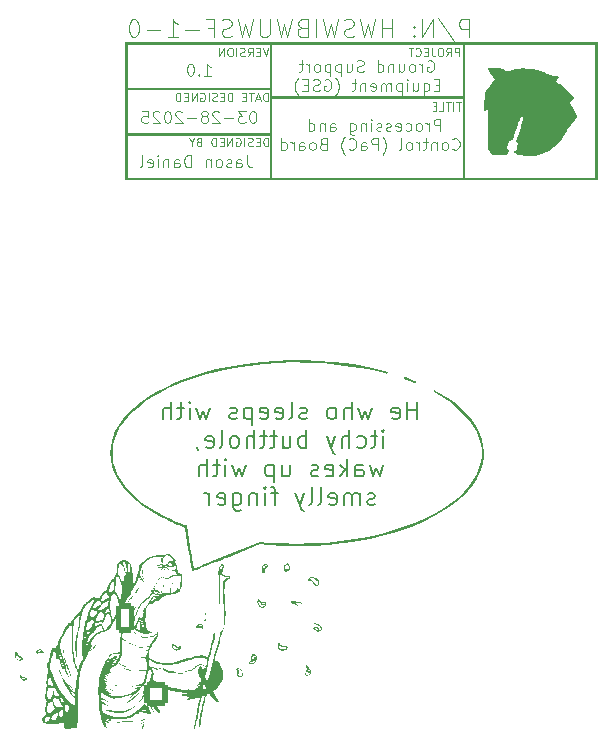
<source format=gbo>
%TF.GenerationSoftware,KiCad,Pcbnew,9.0.0*%
%TF.CreationDate,2025-04-09T18:23:38-07:00*%
%TF.ProjectId,PAC Board,50414320-426f-4617-9264-2e6b69636164,rev?*%
%TF.SameCoordinates,Original*%
%TF.FileFunction,Legend,Bot*%
%TF.FilePolarity,Positive*%
%FSLAX46Y46*%
G04 Gerber Fmt 4.6, Leading zero omitted, Abs format (unit mm)*
G04 Created by KiCad (PCBNEW 9.0.0) date 2025-04-09 18:23:38*
%MOMM*%
%LPD*%
G01*
G04 APERTURE LIST*
G04 Aperture macros list*
%AMRoundRect*
0 Rectangle with rounded corners*
0 $1 Rounding radius*
0 $2 $3 $4 $5 $6 $7 $8 $9 X,Y pos of 4 corners*
0 Add a 4 corners polygon primitive as box body*
4,1,4,$2,$3,$4,$5,$6,$7,$8,$9,$2,$3,0*
0 Add four circle primitives for the rounded corners*
1,1,$1+$1,$2,$3*
1,1,$1+$1,$4,$5*
1,1,$1+$1,$6,$7*
1,1,$1+$1,$8,$9*
0 Add four rect primitives between the rounded corners*
20,1,$1+$1,$2,$3,$4,$5,0*
20,1,$1+$1,$4,$5,$6,$7,0*
20,1,$1+$1,$6,$7,$8,$9,0*
20,1,$1+$1,$8,$9,$2,$3,0*%
G04 Aperture macros list end*
%ADD10C,0.100000*%
%ADD11C,0.200000*%
%ADD12C,0.000000*%
%ADD13C,2.000000*%
%ADD14RoundRect,0.250000X0.550000X-1.050000X0.550000X1.050000X-0.550000X1.050000X-0.550000X-1.050000X0*%
%ADD15O,1.600000X2.600000*%
%ADD16R,1.170000X1.170000*%
%ADD17C,1.170000*%
%ADD18C,2.560000*%
%ADD19C,6.000000*%
%ADD20R,1.700000X1.700000*%
%ADD21O,1.700000X1.700000*%
%ADD22R,1.800000X1.800000*%
%ADD23C,1.800000*%
%ADD24RoundRect,0.250000X-0.550000X1.050000X-0.550000X-1.050000X0.550000X-1.050000X0.550000X1.050000X0*%
%ADD25C,1.600000*%
%ADD26O,1.600000X1.600000*%
%ADD27R,1.600000X1.600000*%
%ADD28O,1.800000X1.800000*%
%ADD29RoundRect,0.250000X-0.750000X0.750000X-0.750000X-0.750000X0.750000X-0.750000X0.750000X0.750000X0*%
%ADD30C,1.020000*%
%ADD31RoundRect,0.250001X-0.499999X-0.499999X0.499999X-0.499999X0.499999X0.499999X-0.499999X0.499999X0*%
%ADD32C,1.500000*%
G04 APERTURE END LIST*
D10*
X156452381Y-72152447D02*
X156452381Y-71152447D01*
X156452381Y-71152447D02*
X156071429Y-71152447D01*
X156071429Y-71152447D02*
X155976191Y-71200066D01*
X155976191Y-71200066D02*
X155928572Y-71247685D01*
X155928572Y-71247685D02*
X155880953Y-71342923D01*
X155880953Y-71342923D02*
X155880953Y-71485780D01*
X155880953Y-71485780D02*
X155928572Y-71581018D01*
X155928572Y-71581018D02*
X155976191Y-71628637D01*
X155976191Y-71628637D02*
X156071429Y-71676256D01*
X156071429Y-71676256D02*
X156452381Y-71676256D01*
X155452381Y-72152447D02*
X155452381Y-71485780D01*
X155452381Y-71676256D02*
X155404762Y-71581018D01*
X155404762Y-71581018D02*
X155357143Y-71533399D01*
X155357143Y-71533399D02*
X155261905Y-71485780D01*
X155261905Y-71485780D02*
X155166667Y-71485780D01*
X154690476Y-72152447D02*
X154785714Y-72104828D01*
X154785714Y-72104828D02*
X154833333Y-72057208D01*
X154833333Y-72057208D02*
X154880952Y-71961970D01*
X154880952Y-71961970D02*
X154880952Y-71676256D01*
X154880952Y-71676256D02*
X154833333Y-71581018D01*
X154833333Y-71581018D02*
X154785714Y-71533399D01*
X154785714Y-71533399D02*
X154690476Y-71485780D01*
X154690476Y-71485780D02*
X154547619Y-71485780D01*
X154547619Y-71485780D02*
X154452381Y-71533399D01*
X154452381Y-71533399D02*
X154404762Y-71581018D01*
X154404762Y-71581018D02*
X154357143Y-71676256D01*
X154357143Y-71676256D02*
X154357143Y-71961970D01*
X154357143Y-71961970D02*
X154404762Y-72057208D01*
X154404762Y-72057208D02*
X154452381Y-72104828D01*
X154452381Y-72104828D02*
X154547619Y-72152447D01*
X154547619Y-72152447D02*
X154690476Y-72152447D01*
X153500000Y-72104828D02*
X153595238Y-72152447D01*
X153595238Y-72152447D02*
X153785714Y-72152447D01*
X153785714Y-72152447D02*
X153880952Y-72104828D01*
X153880952Y-72104828D02*
X153928571Y-72057208D01*
X153928571Y-72057208D02*
X153976190Y-71961970D01*
X153976190Y-71961970D02*
X153976190Y-71676256D01*
X153976190Y-71676256D02*
X153928571Y-71581018D01*
X153928571Y-71581018D02*
X153880952Y-71533399D01*
X153880952Y-71533399D02*
X153785714Y-71485780D01*
X153785714Y-71485780D02*
X153595238Y-71485780D01*
X153595238Y-71485780D02*
X153500000Y-71533399D01*
X152690476Y-72104828D02*
X152785714Y-72152447D01*
X152785714Y-72152447D02*
X152976190Y-72152447D01*
X152976190Y-72152447D02*
X153071428Y-72104828D01*
X153071428Y-72104828D02*
X153119047Y-72009589D01*
X153119047Y-72009589D02*
X153119047Y-71628637D01*
X153119047Y-71628637D02*
X153071428Y-71533399D01*
X153071428Y-71533399D02*
X152976190Y-71485780D01*
X152976190Y-71485780D02*
X152785714Y-71485780D01*
X152785714Y-71485780D02*
X152690476Y-71533399D01*
X152690476Y-71533399D02*
X152642857Y-71628637D01*
X152642857Y-71628637D02*
X152642857Y-71723875D01*
X152642857Y-71723875D02*
X153119047Y-71819113D01*
X152261904Y-72104828D02*
X152166666Y-72152447D01*
X152166666Y-72152447D02*
X151976190Y-72152447D01*
X151976190Y-72152447D02*
X151880952Y-72104828D01*
X151880952Y-72104828D02*
X151833333Y-72009589D01*
X151833333Y-72009589D02*
X151833333Y-71961970D01*
X151833333Y-71961970D02*
X151880952Y-71866732D01*
X151880952Y-71866732D02*
X151976190Y-71819113D01*
X151976190Y-71819113D02*
X152119047Y-71819113D01*
X152119047Y-71819113D02*
X152214285Y-71771494D01*
X152214285Y-71771494D02*
X152261904Y-71676256D01*
X152261904Y-71676256D02*
X152261904Y-71628637D01*
X152261904Y-71628637D02*
X152214285Y-71533399D01*
X152214285Y-71533399D02*
X152119047Y-71485780D01*
X152119047Y-71485780D02*
X151976190Y-71485780D01*
X151976190Y-71485780D02*
X151880952Y-71533399D01*
X151452380Y-72104828D02*
X151357142Y-72152447D01*
X151357142Y-72152447D02*
X151166666Y-72152447D01*
X151166666Y-72152447D02*
X151071428Y-72104828D01*
X151071428Y-72104828D02*
X151023809Y-72009589D01*
X151023809Y-72009589D02*
X151023809Y-71961970D01*
X151023809Y-71961970D02*
X151071428Y-71866732D01*
X151071428Y-71866732D02*
X151166666Y-71819113D01*
X151166666Y-71819113D02*
X151309523Y-71819113D01*
X151309523Y-71819113D02*
X151404761Y-71771494D01*
X151404761Y-71771494D02*
X151452380Y-71676256D01*
X151452380Y-71676256D02*
X151452380Y-71628637D01*
X151452380Y-71628637D02*
X151404761Y-71533399D01*
X151404761Y-71533399D02*
X151309523Y-71485780D01*
X151309523Y-71485780D02*
X151166666Y-71485780D01*
X151166666Y-71485780D02*
X151071428Y-71533399D01*
X150595237Y-72152447D02*
X150595237Y-71485780D01*
X150595237Y-71152447D02*
X150642856Y-71200066D01*
X150642856Y-71200066D02*
X150595237Y-71247685D01*
X150595237Y-71247685D02*
X150547618Y-71200066D01*
X150547618Y-71200066D02*
X150595237Y-71152447D01*
X150595237Y-71152447D02*
X150595237Y-71247685D01*
X150119047Y-71485780D02*
X150119047Y-72152447D01*
X150119047Y-71581018D02*
X150071428Y-71533399D01*
X150071428Y-71533399D02*
X149976190Y-71485780D01*
X149976190Y-71485780D02*
X149833333Y-71485780D01*
X149833333Y-71485780D02*
X149738095Y-71533399D01*
X149738095Y-71533399D02*
X149690476Y-71628637D01*
X149690476Y-71628637D02*
X149690476Y-72152447D01*
X148785714Y-71485780D02*
X148785714Y-72295304D01*
X148785714Y-72295304D02*
X148833333Y-72390542D01*
X148833333Y-72390542D02*
X148880952Y-72438161D01*
X148880952Y-72438161D02*
X148976190Y-72485780D01*
X148976190Y-72485780D02*
X149119047Y-72485780D01*
X149119047Y-72485780D02*
X149214285Y-72438161D01*
X148785714Y-72104828D02*
X148880952Y-72152447D01*
X148880952Y-72152447D02*
X149071428Y-72152447D01*
X149071428Y-72152447D02*
X149166666Y-72104828D01*
X149166666Y-72104828D02*
X149214285Y-72057208D01*
X149214285Y-72057208D02*
X149261904Y-71961970D01*
X149261904Y-71961970D02*
X149261904Y-71676256D01*
X149261904Y-71676256D02*
X149214285Y-71581018D01*
X149214285Y-71581018D02*
X149166666Y-71533399D01*
X149166666Y-71533399D02*
X149071428Y-71485780D01*
X149071428Y-71485780D02*
X148880952Y-71485780D01*
X148880952Y-71485780D02*
X148785714Y-71533399D01*
X147119047Y-72152447D02*
X147119047Y-71628637D01*
X147119047Y-71628637D02*
X147166666Y-71533399D01*
X147166666Y-71533399D02*
X147261904Y-71485780D01*
X147261904Y-71485780D02*
X147452380Y-71485780D01*
X147452380Y-71485780D02*
X147547618Y-71533399D01*
X147119047Y-72104828D02*
X147214285Y-72152447D01*
X147214285Y-72152447D02*
X147452380Y-72152447D01*
X147452380Y-72152447D02*
X147547618Y-72104828D01*
X147547618Y-72104828D02*
X147595237Y-72009589D01*
X147595237Y-72009589D02*
X147595237Y-71914351D01*
X147595237Y-71914351D02*
X147547618Y-71819113D01*
X147547618Y-71819113D02*
X147452380Y-71771494D01*
X147452380Y-71771494D02*
X147214285Y-71771494D01*
X147214285Y-71771494D02*
X147119047Y-71723875D01*
X146642856Y-71485780D02*
X146642856Y-72152447D01*
X146642856Y-71581018D02*
X146595237Y-71533399D01*
X146595237Y-71533399D02*
X146499999Y-71485780D01*
X146499999Y-71485780D02*
X146357142Y-71485780D01*
X146357142Y-71485780D02*
X146261904Y-71533399D01*
X146261904Y-71533399D02*
X146214285Y-71628637D01*
X146214285Y-71628637D02*
X146214285Y-72152447D01*
X145309523Y-72152447D02*
X145309523Y-71152447D01*
X145309523Y-72104828D02*
X145404761Y-72152447D01*
X145404761Y-72152447D02*
X145595237Y-72152447D01*
X145595237Y-72152447D02*
X145690475Y-72104828D01*
X145690475Y-72104828D02*
X145738094Y-72057208D01*
X145738094Y-72057208D02*
X145785713Y-71961970D01*
X145785713Y-71961970D02*
X145785713Y-71676256D01*
X145785713Y-71676256D02*
X145738094Y-71581018D01*
X145738094Y-71581018D02*
X145690475Y-71533399D01*
X145690475Y-71533399D02*
X145595237Y-71485780D01*
X145595237Y-71485780D02*
X145404761Y-71485780D01*
X145404761Y-71485780D02*
X145309523Y-71533399D01*
X157452382Y-73667152D02*
X157500001Y-73714772D01*
X157500001Y-73714772D02*
X157642858Y-73762391D01*
X157642858Y-73762391D02*
X157738096Y-73762391D01*
X157738096Y-73762391D02*
X157880953Y-73714772D01*
X157880953Y-73714772D02*
X157976191Y-73619533D01*
X157976191Y-73619533D02*
X158023810Y-73524295D01*
X158023810Y-73524295D02*
X158071429Y-73333819D01*
X158071429Y-73333819D02*
X158071429Y-73190962D01*
X158071429Y-73190962D02*
X158023810Y-73000486D01*
X158023810Y-73000486D02*
X157976191Y-72905248D01*
X157976191Y-72905248D02*
X157880953Y-72810010D01*
X157880953Y-72810010D02*
X157738096Y-72762391D01*
X157738096Y-72762391D02*
X157642858Y-72762391D01*
X157642858Y-72762391D02*
X157500001Y-72810010D01*
X157500001Y-72810010D02*
X157452382Y-72857629D01*
X156880953Y-73762391D02*
X156976191Y-73714772D01*
X156976191Y-73714772D02*
X157023810Y-73667152D01*
X157023810Y-73667152D02*
X157071429Y-73571914D01*
X157071429Y-73571914D02*
X157071429Y-73286200D01*
X157071429Y-73286200D02*
X157023810Y-73190962D01*
X157023810Y-73190962D02*
X156976191Y-73143343D01*
X156976191Y-73143343D02*
X156880953Y-73095724D01*
X156880953Y-73095724D02*
X156738096Y-73095724D01*
X156738096Y-73095724D02*
X156642858Y-73143343D01*
X156642858Y-73143343D02*
X156595239Y-73190962D01*
X156595239Y-73190962D02*
X156547620Y-73286200D01*
X156547620Y-73286200D02*
X156547620Y-73571914D01*
X156547620Y-73571914D02*
X156595239Y-73667152D01*
X156595239Y-73667152D02*
X156642858Y-73714772D01*
X156642858Y-73714772D02*
X156738096Y-73762391D01*
X156738096Y-73762391D02*
X156880953Y-73762391D01*
X156119048Y-73095724D02*
X156119048Y-73762391D01*
X156119048Y-73190962D02*
X156071429Y-73143343D01*
X156071429Y-73143343D02*
X155976191Y-73095724D01*
X155976191Y-73095724D02*
X155833334Y-73095724D01*
X155833334Y-73095724D02*
X155738096Y-73143343D01*
X155738096Y-73143343D02*
X155690477Y-73238581D01*
X155690477Y-73238581D02*
X155690477Y-73762391D01*
X155357143Y-73095724D02*
X154976191Y-73095724D01*
X155214286Y-72762391D02*
X155214286Y-73619533D01*
X155214286Y-73619533D02*
X155166667Y-73714772D01*
X155166667Y-73714772D02*
X155071429Y-73762391D01*
X155071429Y-73762391D02*
X154976191Y-73762391D01*
X154642857Y-73762391D02*
X154642857Y-73095724D01*
X154642857Y-73286200D02*
X154595238Y-73190962D01*
X154595238Y-73190962D02*
X154547619Y-73143343D01*
X154547619Y-73143343D02*
X154452381Y-73095724D01*
X154452381Y-73095724D02*
X154357143Y-73095724D01*
X153880952Y-73762391D02*
X153976190Y-73714772D01*
X153976190Y-73714772D02*
X154023809Y-73667152D01*
X154023809Y-73667152D02*
X154071428Y-73571914D01*
X154071428Y-73571914D02*
X154071428Y-73286200D01*
X154071428Y-73286200D02*
X154023809Y-73190962D01*
X154023809Y-73190962D02*
X153976190Y-73143343D01*
X153976190Y-73143343D02*
X153880952Y-73095724D01*
X153880952Y-73095724D02*
X153738095Y-73095724D01*
X153738095Y-73095724D02*
X153642857Y-73143343D01*
X153642857Y-73143343D02*
X153595238Y-73190962D01*
X153595238Y-73190962D02*
X153547619Y-73286200D01*
X153547619Y-73286200D02*
X153547619Y-73571914D01*
X153547619Y-73571914D02*
X153595238Y-73667152D01*
X153595238Y-73667152D02*
X153642857Y-73714772D01*
X153642857Y-73714772D02*
X153738095Y-73762391D01*
X153738095Y-73762391D02*
X153880952Y-73762391D01*
X152976190Y-73762391D02*
X153071428Y-73714772D01*
X153071428Y-73714772D02*
X153119047Y-73619533D01*
X153119047Y-73619533D02*
X153119047Y-72762391D01*
X151547618Y-74143343D02*
X151595237Y-74095724D01*
X151595237Y-74095724D02*
X151690475Y-73952867D01*
X151690475Y-73952867D02*
X151738094Y-73857629D01*
X151738094Y-73857629D02*
X151785713Y-73714772D01*
X151785713Y-73714772D02*
X151833332Y-73476676D01*
X151833332Y-73476676D02*
X151833332Y-73286200D01*
X151833332Y-73286200D02*
X151785713Y-73048105D01*
X151785713Y-73048105D02*
X151738094Y-72905248D01*
X151738094Y-72905248D02*
X151690475Y-72810010D01*
X151690475Y-72810010D02*
X151595237Y-72667152D01*
X151595237Y-72667152D02*
X151547618Y-72619533D01*
X151166665Y-73762391D02*
X151166665Y-72762391D01*
X151166665Y-72762391D02*
X150785713Y-72762391D01*
X150785713Y-72762391D02*
X150690475Y-72810010D01*
X150690475Y-72810010D02*
X150642856Y-72857629D01*
X150642856Y-72857629D02*
X150595237Y-72952867D01*
X150595237Y-72952867D02*
X150595237Y-73095724D01*
X150595237Y-73095724D02*
X150642856Y-73190962D01*
X150642856Y-73190962D02*
X150690475Y-73238581D01*
X150690475Y-73238581D02*
X150785713Y-73286200D01*
X150785713Y-73286200D02*
X151166665Y-73286200D01*
X149738094Y-73762391D02*
X149738094Y-73238581D01*
X149738094Y-73238581D02*
X149785713Y-73143343D01*
X149785713Y-73143343D02*
X149880951Y-73095724D01*
X149880951Y-73095724D02*
X150071427Y-73095724D01*
X150071427Y-73095724D02*
X150166665Y-73143343D01*
X149738094Y-73714772D02*
X149833332Y-73762391D01*
X149833332Y-73762391D02*
X150071427Y-73762391D01*
X150071427Y-73762391D02*
X150166665Y-73714772D01*
X150166665Y-73714772D02*
X150214284Y-73619533D01*
X150214284Y-73619533D02*
X150214284Y-73524295D01*
X150214284Y-73524295D02*
X150166665Y-73429057D01*
X150166665Y-73429057D02*
X150071427Y-73381438D01*
X150071427Y-73381438D02*
X149833332Y-73381438D01*
X149833332Y-73381438D02*
X149738094Y-73333819D01*
X148690475Y-73667152D02*
X148738094Y-73714772D01*
X148738094Y-73714772D02*
X148880951Y-73762391D01*
X148880951Y-73762391D02*
X148976189Y-73762391D01*
X148976189Y-73762391D02*
X149119046Y-73714772D01*
X149119046Y-73714772D02*
X149214284Y-73619533D01*
X149214284Y-73619533D02*
X149261903Y-73524295D01*
X149261903Y-73524295D02*
X149309522Y-73333819D01*
X149309522Y-73333819D02*
X149309522Y-73190962D01*
X149309522Y-73190962D02*
X149261903Y-73000486D01*
X149261903Y-73000486D02*
X149214284Y-72905248D01*
X149214284Y-72905248D02*
X149119046Y-72810010D01*
X149119046Y-72810010D02*
X148976189Y-72762391D01*
X148976189Y-72762391D02*
X148880951Y-72762391D01*
X148880951Y-72762391D02*
X148738094Y-72810010D01*
X148738094Y-72810010D02*
X148690475Y-72857629D01*
X148357141Y-74143343D02*
X148309522Y-74095724D01*
X148309522Y-74095724D02*
X148214284Y-73952867D01*
X148214284Y-73952867D02*
X148166665Y-73857629D01*
X148166665Y-73857629D02*
X148119046Y-73714772D01*
X148119046Y-73714772D02*
X148071427Y-73476676D01*
X148071427Y-73476676D02*
X148071427Y-73286200D01*
X148071427Y-73286200D02*
X148119046Y-73048105D01*
X148119046Y-73048105D02*
X148166665Y-72905248D01*
X148166665Y-72905248D02*
X148214284Y-72810010D01*
X148214284Y-72810010D02*
X148309522Y-72667152D01*
X148309522Y-72667152D02*
X148357141Y-72619533D01*
X146499998Y-73238581D02*
X146357141Y-73286200D01*
X146357141Y-73286200D02*
X146309522Y-73333819D01*
X146309522Y-73333819D02*
X146261903Y-73429057D01*
X146261903Y-73429057D02*
X146261903Y-73571914D01*
X146261903Y-73571914D02*
X146309522Y-73667152D01*
X146309522Y-73667152D02*
X146357141Y-73714772D01*
X146357141Y-73714772D02*
X146452379Y-73762391D01*
X146452379Y-73762391D02*
X146833331Y-73762391D01*
X146833331Y-73762391D02*
X146833331Y-72762391D01*
X146833331Y-72762391D02*
X146499998Y-72762391D01*
X146499998Y-72762391D02*
X146404760Y-72810010D01*
X146404760Y-72810010D02*
X146357141Y-72857629D01*
X146357141Y-72857629D02*
X146309522Y-72952867D01*
X146309522Y-72952867D02*
X146309522Y-73048105D01*
X146309522Y-73048105D02*
X146357141Y-73143343D01*
X146357141Y-73143343D02*
X146404760Y-73190962D01*
X146404760Y-73190962D02*
X146499998Y-73238581D01*
X146499998Y-73238581D02*
X146833331Y-73238581D01*
X145690474Y-73762391D02*
X145785712Y-73714772D01*
X145785712Y-73714772D02*
X145833331Y-73667152D01*
X145833331Y-73667152D02*
X145880950Y-73571914D01*
X145880950Y-73571914D02*
X145880950Y-73286200D01*
X145880950Y-73286200D02*
X145833331Y-73190962D01*
X145833331Y-73190962D02*
X145785712Y-73143343D01*
X145785712Y-73143343D02*
X145690474Y-73095724D01*
X145690474Y-73095724D02*
X145547617Y-73095724D01*
X145547617Y-73095724D02*
X145452379Y-73143343D01*
X145452379Y-73143343D02*
X145404760Y-73190962D01*
X145404760Y-73190962D02*
X145357141Y-73286200D01*
X145357141Y-73286200D02*
X145357141Y-73571914D01*
X145357141Y-73571914D02*
X145404760Y-73667152D01*
X145404760Y-73667152D02*
X145452379Y-73714772D01*
X145452379Y-73714772D02*
X145547617Y-73762391D01*
X145547617Y-73762391D02*
X145690474Y-73762391D01*
X144499998Y-73762391D02*
X144499998Y-73238581D01*
X144499998Y-73238581D02*
X144547617Y-73143343D01*
X144547617Y-73143343D02*
X144642855Y-73095724D01*
X144642855Y-73095724D02*
X144833331Y-73095724D01*
X144833331Y-73095724D02*
X144928569Y-73143343D01*
X144499998Y-73714772D02*
X144595236Y-73762391D01*
X144595236Y-73762391D02*
X144833331Y-73762391D01*
X144833331Y-73762391D02*
X144928569Y-73714772D01*
X144928569Y-73714772D02*
X144976188Y-73619533D01*
X144976188Y-73619533D02*
X144976188Y-73524295D01*
X144976188Y-73524295D02*
X144928569Y-73429057D01*
X144928569Y-73429057D02*
X144833331Y-73381438D01*
X144833331Y-73381438D02*
X144595236Y-73381438D01*
X144595236Y-73381438D02*
X144499998Y-73333819D01*
X144023807Y-73762391D02*
X144023807Y-73095724D01*
X144023807Y-73286200D02*
X143976188Y-73190962D01*
X143976188Y-73190962D02*
X143928569Y-73143343D01*
X143928569Y-73143343D02*
X143833331Y-73095724D01*
X143833331Y-73095724D02*
X143738093Y-73095724D01*
X142976188Y-73762391D02*
X142976188Y-72762391D01*
X142976188Y-73714772D02*
X143071426Y-73762391D01*
X143071426Y-73762391D02*
X143261902Y-73762391D01*
X143261902Y-73762391D02*
X143357140Y-73714772D01*
X143357140Y-73714772D02*
X143404759Y-73667152D01*
X143404759Y-73667152D02*
X143452378Y-73571914D01*
X143452378Y-73571914D02*
X143452378Y-73286200D01*
X143452378Y-73286200D02*
X143404759Y-73190962D01*
X143404759Y-73190962D02*
X143357140Y-73143343D01*
X143357140Y-73143343D02*
X143261902Y-73095724D01*
X143261902Y-73095724D02*
X143071426Y-73095724D01*
X143071426Y-73095724D02*
X142976188Y-73143343D01*
X136423556Y-67457419D02*
X136994984Y-67457419D01*
X136709270Y-67457419D02*
X136709270Y-66457419D01*
X136709270Y-66457419D02*
X136804508Y-66600276D01*
X136804508Y-66600276D02*
X136899746Y-66695514D01*
X136899746Y-66695514D02*
X136994984Y-66743133D01*
X135994984Y-67362180D02*
X135947365Y-67409800D01*
X135947365Y-67409800D02*
X135994984Y-67457419D01*
X135994984Y-67457419D02*
X136042603Y-67409800D01*
X136042603Y-67409800D02*
X135994984Y-67362180D01*
X135994984Y-67362180D02*
X135994984Y-67457419D01*
X135328318Y-66457419D02*
X135233080Y-66457419D01*
X135233080Y-66457419D02*
X135137842Y-66505038D01*
X135137842Y-66505038D02*
X135090223Y-66552657D01*
X135090223Y-66552657D02*
X135042604Y-66647895D01*
X135042604Y-66647895D02*
X134994985Y-66838371D01*
X134994985Y-66838371D02*
X134994985Y-67076466D01*
X134994985Y-67076466D02*
X135042604Y-67266942D01*
X135042604Y-67266942D02*
X135090223Y-67362180D01*
X135090223Y-67362180D02*
X135137842Y-67409800D01*
X135137842Y-67409800D02*
X135233080Y-67457419D01*
X135233080Y-67457419D02*
X135328318Y-67457419D01*
X135328318Y-67457419D02*
X135423556Y-67409800D01*
X135423556Y-67409800D02*
X135471175Y-67362180D01*
X135471175Y-67362180D02*
X135518794Y-67266942D01*
X135518794Y-67266942D02*
X135566413Y-67076466D01*
X135566413Y-67076466D02*
X135566413Y-66838371D01*
X135566413Y-66838371D02*
X135518794Y-66647895D01*
X135518794Y-66647895D02*
X135471175Y-66552657D01*
X135471175Y-66552657D02*
X135423556Y-66505038D01*
X135423556Y-66505038D02*
X135328318Y-66457419D01*
D11*
X154500000Y-96561154D02*
X154500000Y-95061154D01*
X154500000Y-95775440D02*
X153642857Y-95775440D01*
X153642857Y-96561154D02*
X153642857Y-95061154D01*
X152357142Y-96489726D02*
X152499999Y-96561154D01*
X152499999Y-96561154D02*
X152785714Y-96561154D01*
X152785714Y-96561154D02*
X152928571Y-96489726D01*
X152928571Y-96489726D02*
X152999999Y-96346868D01*
X152999999Y-96346868D02*
X152999999Y-95775440D01*
X152999999Y-95775440D02*
X152928571Y-95632583D01*
X152928571Y-95632583D02*
X152785714Y-95561154D01*
X152785714Y-95561154D02*
X152499999Y-95561154D01*
X152499999Y-95561154D02*
X152357142Y-95632583D01*
X152357142Y-95632583D02*
X152285714Y-95775440D01*
X152285714Y-95775440D02*
X152285714Y-95918297D01*
X152285714Y-95918297D02*
X152999999Y-96061154D01*
X150642857Y-95561154D02*
X150357143Y-96561154D01*
X150357143Y-96561154D02*
X150071428Y-95846868D01*
X150071428Y-95846868D02*
X149785714Y-96561154D01*
X149785714Y-96561154D02*
X149500000Y-95561154D01*
X148928571Y-96561154D02*
X148928571Y-95061154D01*
X148285714Y-96561154D02*
X148285714Y-95775440D01*
X148285714Y-95775440D02*
X148357142Y-95632583D01*
X148357142Y-95632583D02*
X148499999Y-95561154D01*
X148499999Y-95561154D02*
X148714285Y-95561154D01*
X148714285Y-95561154D02*
X148857142Y-95632583D01*
X148857142Y-95632583D02*
X148928571Y-95704011D01*
X147357142Y-96561154D02*
X147499999Y-96489726D01*
X147499999Y-96489726D02*
X147571428Y-96418297D01*
X147571428Y-96418297D02*
X147642856Y-96275440D01*
X147642856Y-96275440D02*
X147642856Y-95846868D01*
X147642856Y-95846868D02*
X147571428Y-95704011D01*
X147571428Y-95704011D02*
X147499999Y-95632583D01*
X147499999Y-95632583D02*
X147357142Y-95561154D01*
X147357142Y-95561154D02*
X147142856Y-95561154D01*
X147142856Y-95561154D02*
X146999999Y-95632583D01*
X146999999Y-95632583D02*
X146928571Y-95704011D01*
X146928571Y-95704011D02*
X146857142Y-95846868D01*
X146857142Y-95846868D02*
X146857142Y-96275440D01*
X146857142Y-96275440D02*
X146928571Y-96418297D01*
X146928571Y-96418297D02*
X146999999Y-96489726D01*
X146999999Y-96489726D02*
X147142856Y-96561154D01*
X147142856Y-96561154D02*
X147357142Y-96561154D01*
X145142856Y-96489726D02*
X144999999Y-96561154D01*
X144999999Y-96561154D02*
X144714285Y-96561154D01*
X144714285Y-96561154D02*
X144571428Y-96489726D01*
X144571428Y-96489726D02*
X144499999Y-96346868D01*
X144499999Y-96346868D02*
X144499999Y-96275440D01*
X144499999Y-96275440D02*
X144571428Y-96132583D01*
X144571428Y-96132583D02*
X144714285Y-96061154D01*
X144714285Y-96061154D02*
X144928571Y-96061154D01*
X144928571Y-96061154D02*
X145071428Y-95989726D01*
X145071428Y-95989726D02*
X145142856Y-95846868D01*
X145142856Y-95846868D02*
X145142856Y-95775440D01*
X145142856Y-95775440D02*
X145071428Y-95632583D01*
X145071428Y-95632583D02*
X144928571Y-95561154D01*
X144928571Y-95561154D02*
X144714285Y-95561154D01*
X144714285Y-95561154D02*
X144571428Y-95632583D01*
X143642856Y-96561154D02*
X143785713Y-96489726D01*
X143785713Y-96489726D02*
X143857142Y-96346868D01*
X143857142Y-96346868D02*
X143857142Y-95061154D01*
X142499999Y-96489726D02*
X142642856Y-96561154D01*
X142642856Y-96561154D02*
X142928571Y-96561154D01*
X142928571Y-96561154D02*
X143071428Y-96489726D01*
X143071428Y-96489726D02*
X143142856Y-96346868D01*
X143142856Y-96346868D02*
X143142856Y-95775440D01*
X143142856Y-95775440D02*
X143071428Y-95632583D01*
X143071428Y-95632583D02*
X142928571Y-95561154D01*
X142928571Y-95561154D02*
X142642856Y-95561154D01*
X142642856Y-95561154D02*
X142499999Y-95632583D01*
X142499999Y-95632583D02*
X142428571Y-95775440D01*
X142428571Y-95775440D02*
X142428571Y-95918297D01*
X142428571Y-95918297D02*
X143142856Y-96061154D01*
X141214285Y-96489726D02*
X141357142Y-96561154D01*
X141357142Y-96561154D02*
X141642857Y-96561154D01*
X141642857Y-96561154D02*
X141785714Y-96489726D01*
X141785714Y-96489726D02*
X141857142Y-96346868D01*
X141857142Y-96346868D02*
X141857142Y-95775440D01*
X141857142Y-95775440D02*
X141785714Y-95632583D01*
X141785714Y-95632583D02*
X141642857Y-95561154D01*
X141642857Y-95561154D02*
X141357142Y-95561154D01*
X141357142Y-95561154D02*
X141214285Y-95632583D01*
X141214285Y-95632583D02*
X141142857Y-95775440D01*
X141142857Y-95775440D02*
X141142857Y-95918297D01*
X141142857Y-95918297D02*
X141857142Y-96061154D01*
X140500000Y-95561154D02*
X140500000Y-97061154D01*
X140500000Y-95632583D02*
X140357143Y-95561154D01*
X140357143Y-95561154D02*
X140071428Y-95561154D01*
X140071428Y-95561154D02*
X139928571Y-95632583D01*
X139928571Y-95632583D02*
X139857143Y-95704011D01*
X139857143Y-95704011D02*
X139785714Y-95846868D01*
X139785714Y-95846868D02*
X139785714Y-96275440D01*
X139785714Y-96275440D02*
X139857143Y-96418297D01*
X139857143Y-96418297D02*
X139928571Y-96489726D01*
X139928571Y-96489726D02*
X140071428Y-96561154D01*
X140071428Y-96561154D02*
X140357143Y-96561154D01*
X140357143Y-96561154D02*
X140500000Y-96489726D01*
X139214285Y-96489726D02*
X139071428Y-96561154D01*
X139071428Y-96561154D02*
X138785714Y-96561154D01*
X138785714Y-96561154D02*
X138642857Y-96489726D01*
X138642857Y-96489726D02*
X138571428Y-96346868D01*
X138571428Y-96346868D02*
X138571428Y-96275440D01*
X138571428Y-96275440D02*
X138642857Y-96132583D01*
X138642857Y-96132583D02*
X138785714Y-96061154D01*
X138785714Y-96061154D02*
X139000000Y-96061154D01*
X139000000Y-96061154D02*
X139142857Y-95989726D01*
X139142857Y-95989726D02*
X139214285Y-95846868D01*
X139214285Y-95846868D02*
X139214285Y-95775440D01*
X139214285Y-95775440D02*
X139142857Y-95632583D01*
X139142857Y-95632583D02*
X139000000Y-95561154D01*
X139000000Y-95561154D02*
X138785714Y-95561154D01*
X138785714Y-95561154D02*
X138642857Y-95632583D01*
X136928571Y-95561154D02*
X136642857Y-96561154D01*
X136642857Y-96561154D02*
X136357142Y-95846868D01*
X136357142Y-95846868D02*
X136071428Y-96561154D01*
X136071428Y-96561154D02*
X135785714Y-95561154D01*
X135214285Y-96561154D02*
X135214285Y-95561154D01*
X135214285Y-95061154D02*
X135285713Y-95132583D01*
X135285713Y-95132583D02*
X135214285Y-95204011D01*
X135214285Y-95204011D02*
X135142856Y-95132583D01*
X135142856Y-95132583D02*
X135214285Y-95061154D01*
X135214285Y-95061154D02*
X135214285Y-95204011D01*
X134714284Y-95561154D02*
X134142856Y-95561154D01*
X134499999Y-95061154D02*
X134499999Y-96346868D01*
X134499999Y-96346868D02*
X134428570Y-96489726D01*
X134428570Y-96489726D02*
X134285713Y-96561154D01*
X134285713Y-96561154D02*
X134142856Y-96561154D01*
X133642856Y-96561154D02*
X133642856Y-95061154D01*
X132999999Y-96561154D02*
X132999999Y-95775440D01*
X132999999Y-95775440D02*
X133071427Y-95632583D01*
X133071427Y-95632583D02*
X133214284Y-95561154D01*
X133214284Y-95561154D02*
X133428570Y-95561154D01*
X133428570Y-95561154D02*
X133571427Y-95632583D01*
X133571427Y-95632583D02*
X133642856Y-95704011D01*
X151607143Y-98976070D02*
X151607143Y-97976070D01*
X151607143Y-97476070D02*
X151678571Y-97547499D01*
X151678571Y-97547499D02*
X151607143Y-97618927D01*
X151607143Y-97618927D02*
X151535714Y-97547499D01*
X151535714Y-97547499D02*
X151607143Y-97476070D01*
X151607143Y-97476070D02*
X151607143Y-97618927D01*
X151107142Y-97976070D02*
X150535714Y-97976070D01*
X150892857Y-97476070D02*
X150892857Y-98761784D01*
X150892857Y-98761784D02*
X150821428Y-98904642D01*
X150821428Y-98904642D02*
X150678571Y-98976070D01*
X150678571Y-98976070D02*
X150535714Y-98976070D01*
X149392857Y-98904642D02*
X149535714Y-98976070D01*
X149535714Y-98976070D02*
X149821428Y-98976070D01*
X149821428Y-98976070D02*
X149964285Y-98904642D01*
X149964285Y-98904642D02*
X150035714Y-98833213D01*
X150035714Y-98833213D02*
X150107142Y-98690356D01*
X150107142Y-98690356D02*
X150107142Y-98261784D01*
X150107142Y-98261784D02*
X150035714Y-98118927D01*
X150035714Y-98118927D02*
X149964285Y-98047499D01*
X149964285Y-98047499D02*
X149821428Y-97976070D01*
X149821428Y-97976070D02*
X149535714Y-97976070D01*
X149535714Y-97976070D02*
X149392857Y-98047499D01*
X148750000Y-98976070D02*
X148750000Y-97476070D01*
X148107143Y-98976070D02*
X148107143Y-98190356D01*
X148107143Y-98190356D02*
X148178571Y-98047499D01*
X148178571Y-98047499D02*
X148321428Y-97976070D01*
X148321428Y-97976070D02*
X148535714Y-97976070D01*
X148535714Y-97976070D02*
X148678571Y-98047499D01*
X148678571Y-98047499D02*
X148750000Y-98118927D01*
X147535714Y-97976070D02*
X147178571Y-98976070D01*
X146821428Y-97976070D02*
X147178571Y-98976070D01*
X147178571Y-98976070D02*
X147321428Y-99333213D01*
X147321428Y-99333213D02*
X147392857Y-99404642D01*
X147392857Y-99404642D02*
X147535714Y-99476070D01*
X145107143Y-98976070D02*
X145107143Y-97476070D01*
X145107143Y-98047499D02*
X144964286Y-97976070D01*
X144964286Y-97976070D02*
X144678571Y-97976070D01*
X144678571Y-97976070D02*
X144535714Y-98047499D01*
X144535714Y-98047499D02*
X144464286Y-98118927D01*
X144464286Y-98118927D02*
X144392857Y-98261784D01*
X144392857Y-98261784D02*
X144392857Y-98690356D01*
X144392857Y-98690356D02*
X144464286Y-98833213D01*
X144464286Y-98833213D02*
X144535714Y-98904642D01*
X144535714Y-98904642D02*
X144678571Y-98976070D01*
X144678571Y-98976070D02*
X144964286Y-98976070D01*
X144964286Y-98976070D02*
X145107143Y-98904642D01*
X143107143Y-97976070D02*
X143107143Y-98976070D01*
X143750000Y-97976070D02*
X143750000Y-98761784D01*
X143750000Y-98761784D02*
X143678571Y-98904642D01*
X143678571Y-98904642D02*
X143535714Y-98976070D01*
X143535714Y-98976070D02*
X143321428Y-98976070D01*
X143321428Y-98976070D02*
X143178571Y-98904642D01*
X143178571Y-98904642D02*
X143107143Y-98833213D01*
X142607142Y-97976070D02*
X142035714Y-97976070D01*
X142392857Y-97476070D02*
X142392857Y-98761784D01*
X142392857Y-98761784D02*
X142321428Y-98904642D01*
X142321428Y-98904642D02*
X142178571Y-98976070D01*
X142178571Y-98976070D02*
X142035714Y-98976070D01*
X141749999Y-97976070D02*
X141178571Y-97976070D01*
X141535714Y-97476070D02*
X141535714Y-98761784D01*
X141535714Y-98761784D02*
X141464285Y-98904642D01*
X141464285Y-98904642D02*
X141321428Y-98976070D01*
X141321428Y-98976070D02*
X141178571Y-98976070D01*
X140678571Y-98976070D02*
X140678571Y-97476070D01*
X140035714Y-98976070D02*
X140035714Y-98190356D01*
X140035714Y-98190356D02*
X140107142Y-98047499D01*
X140107142Y-98047499D02*
X140249999Y-97976070D01*
X140249999Y-97976070D02*
X140464285Y-97976070D01*
X140464285Y-97976070D02*
X140607142Y-98047499D01*
X140607142Y-98047499D02*
X140678571Y-98118927D01*
X139107142Y-98976070D02*
X139249999Y-98904642D01*
X139249999Y-98904642D02*
X139321428Y-98833213D01*
X139321428Y-98833213D02*
X139392856Y-98690356D01*
X139392856Y-98690356D02*
X139392856Y-98261784D01*
X139392856Y-98261784D02*
X139321428Y-98118927D01*
X139321428Y-98118927D02*
X139249999Y-98047499D01*
X139249999Y-98047499D02*
X139107142Y-97976070D01*
X139107142Y-97976070D02*
X138892856Y-97976070D01*
X138892856Y-97976070D02*
X138749999Y-98047499D01*
X138749999Y-98047499D02*
X138678571Y-98118927D01*
X138678571Y-98118927D02*
X138607142Y-98261784D01*
X138607142Y-98261784D02*
X138607142Y-98690356D01*
X138607142Y-98690356D02*
X138678571Y-98833213D01*
X138678571Y-98833213D02*
X138749999Y-98904642D01*
X138749999Y-98904642D02*
X138892856Y-98976070D01*
X138892856Y-98976070D02*
X139107142Y-98976070D01*
X137749999Y-98976070D02*
X137892856Y-98904642D01*
X137892856Y-98904642D02*
X137964285Y-98761784D01*
X137964285Y-98761784D02*
X137964285Y-97476070D01*
X136607142Y-98904642D02*
X136749999Y-98976070D01*
X136749999Y-98976070D02*
X137035714Y-98976070D01*
X137035714Y-98976070D02*
X137178571Y-98904642D01*
X137178571Y-98904642D02*
X137249999Y-98761784D01*
X137249999Y-98761784D02*
X137249999Y-98190356D01*
X137249999Y-98190356D02*
X137178571Y-98047499D01*
X137178571Y-98047499D02*
X137035714Y-97976070D01*
X137035714Y-97976070D02*
X136749999Y-97976070D01*
X136749999Y-97976070D02*
X136607142Y-98047499D01*
X136607142Y-98047499D02*
X136535714Y-98190356D01*
X136535714Y-98190356D02*
X136535714Y-98333213D01*
X136535714Y-98333213D02*
X137249999Y-98476070D01*
X135821428Y-98904642D02*
X135821428Y-98976070D01*
X135821428Y-98976070D02*
X135892857Y-99118927D01*
X135892857Y-99118927D02*
X135964285Y-99190356D01*
X151607143Y-100390986D02*
X151321429Y-101390986D01*
X151321429Y-101390986D02*
X151035714Y-100676700D01*
X151035714Y-100676700D02*
X150750000Y-101390986D01*
X150750000Y-101390986D02*
X150464286Y-100390986D01*
X149250000Y-101390986D02*
X149250000Y-100605272D01*
X149250000Y-100605272D02*
X149321428Y-100462415D01*
X149321428Y-100462415D02*
X149464285Y-100390986D01*
X149464285Y-100390986D02*
X149750000Y-100390986D01*
X149750000Y-100390986D02*
X149892857Y-100462415D01*
X149250000Y-101319558D02*
X149392857Y-101390986D01*
X149392857Y-101390986D02*
X149750000Y-101390986D01*
X149750000Y-101390986D02*
X149892857Y-101319558D01*
X149892857Y-101319558D02*
X149964285Y-101176700D01*
X149964285Y-101176700D02*
X149964285Y-101033843D01*
X149964285Y-101033843D02*
X149892857Y-100890986D01*
X149892857Y-100890986D02*
X149750000Y-100819558D01*
X149750000Y-100819558D02*
X149392857Y-100819558D01*
X149392857Y-100819558D02*
X149250000Y-100748129D01*
X148535714Y-101390986D02*
X148535714Y-99890986D01*
X148392857Y-100819558D02*
X147964285Y-101390986D01*
X147964285Y-100390986D02*
X148535714Y-100962415D01*
X146749999Y-101319558D02*
X146892856Y-101390986D01*
X146892856Y-101390986D02*
X147178571Y-101390986D01*
X147178571Y-101390986D02*
X147321428Y-101319558D01*
X147321428Y-101319558D02*
X147392856Y-101176700D01*
X147392856Y-101176700D02*
X147392856Y-100605272D01*
X147392856Y-100605272D02*
X147321428Y-100462415D01*
X147321428Y-100462415D02*
X147178571Y-100390986D01*
X147178571Y-100390986D02*
X146892856Y-100390986D01*
X146892856Y-100390986D02*
X146749999Y-100462415D01*
X146749999Y-100462415D02*
X146678571Y-100605272D01*
X146678571Y-100605272D02*
X146678571Y-100748129D01*
X146678571Y-100748129D02*
X147392856Y-100890986D01*
X146107142Y-101319558D02*
X145964285Y-101390986D01*
X145964285Y-101390986D02*
X145678571Y-101390986D01*
X145678571Y-101390986D02*
X145535714Y-101319558D01*
X145535714Y-101319558D02*
X145464285Y-101176700D01*
X145464285Y-101176700D02*
X145464285Y-101105272D01*
X145464285Y-101105272D02*
X145535714Y-100962415D01*
X145535714Y-100962415D02*
X145678571Y-100890986D01*
X145678571Y-100890986D02*
X145892857Y-100890986D01*
X145892857Y-100890986D02*
X146035714Y-100819558D01*
X146035714Y-100819558D02*
X146107142Y-100676700D01*
X146107142Y-100676700D02*
X146107142Y-100605272D01*
X146107142Y-100605272D02*
X146035714Y-100462415D01*
X146035714Y-100462415D02*
X145892857Y-100390986D01*
X145892857Y-100390986D02*
X145678571Y-100390986D01*
X145678571Y-100390986D02*
X145535714Y-100462415D01*
X143035714Y-100390986D02*
X143035714Y-101390986D01*
X143678571Y-100390986D02*
X143678571Y-101176700D01*
X143678571Y-101176700D02*
X143607142Y-101319558D01*
X143607142Y-101319558D02*
X143464285Y-101390986D01*
X143464285Y-101390986D02*
X143249999Y-101390986D01*
X143249999Y-101390986D02*
X143107142Y-101319558D01*
X143107142Y-101319558D02*
X143035714Y-101248129D01*
X142321428Y-100390986D02*
X142321428Y-101890986D01*
X142321428Y-100462415D02*
X142178571Y-100390986D01*
X142178571Y-100390986D02*
X141892856Y-100390986D01*
X141892856Y-100390986D02*
X141749999Y-100462415D01*
X141749999Y-100462415D02*
X141678571Y-100533843D01*
X141678571Y-100533843D02*
X141607142Y-100676700D01*
X141607142Y-100676700D02*
X141607142Y-101105272D01*
X141607142Y-101105272D02*
X141678571Y-101248129D01*
X141678571Y-101248129D02*
X141749999Y-101319558D01*
X141749999Y-101319558D02*
X141892856Y-101390986D01*
X141892856Y-101390986D02*
X142178571Y-101390986D01*
X142178571Y-101390986D02*
X142321428Y-101319558D01*
X139964285Y-100390986D02*
X139678571Y-101390986D01*
X139678571Y-101390986D02*
X139392856Y-100676700D01*
X139392856Y-100676700D02*
X139107142Y-101390986D01*
X139107142Y-101390986D02*
X138821428Y-100390986D01*
X138249999Y-101390986D02*
X138249999Y-100390986D01*
X138249999Y-99890986D02*
X138321427Y-99962415D01*
X138321427Y-99962415D02*
X138249999Y-100033843D01*
X138249999Y-100033843D02*
X138178570Y-99962415D01*
X138178570Y-99962415D02*
X138249999Y-99890986D01*
X138249999Y-99890986D02*
X138249999Y-100033843D01*
X137749998Y-100390986D02*
X137178570Y-100390986D01*
X137535713Y-99890986D02*
X137535713Y-101176700D01*
X137535713Y-101176700D02*
X137464284Y-101319558D01*
X137464284Y-101319558D02*
X137321427Y-101390986D01*
X137321427Y-101390986D02*
X137178570Y-101390986D01*
X136678570Y-101390986D02*
X136678570Y-99890986D01*
X136035713Y-101390986D02*
X136035713Y-100605272D01*
X136035713Y-100605272D02*
X136107141Y-100462415D01*
X136107141Y-100462415D02*
X136249998Y-100390986D01*
X136249998Y-100390986D02*
X136464284Y-100390986D01*
X136464284Y-100390986D02*
X136607141Y-100462415D01*
X136607141Y-100462415D02*
X136678570Y-100533843D01*
X150892856Y-103734474D02*
X150749999Y-103805902D01*
X150749999Y-103805902D02*
X150464285Y-103805902D01*
X150464285Y-103805902D02*
X150321428Y-103734474D01*
X150321428Y-103734474D02*
X150249999Y-103591616D01*
X150249999Y-103591616D02*
X150249999Y-103520188D01*
X150249999Y-103520188D02*
X150321428Y-103377331D01*
X150321428Y-103377331D02*
X150464285Y-103305902D01*
X150464285Y-103305902D02*
X150678571Y-103305902D01*
X150678571Y-103305902D02*
X150821428Y-103234474D01*
X150821428Y-103234474D02*
X150892856Y-103091616D01*
X150892856Y-103091616D02*
X150892856Y-103020188D01*
X150892856Y-103020188D02*
X150821428Y-102877331D01*
X150821428Y-102877331D02*
X150678571Y-102805902D01*
X150678571Y-102805902D02*
X150464285Y-102805902D01*
X150464285Y-102805902D02*
X150321428Y-102877331D01*
X149607142Y-103805902D02*
X149607142Y-102805902D01*
X149607142Y-102948759D02*
X149535713Y-102877331D01*
X149535713Y-102877331D02*
X149392856Y-102805902D01*
X149392856Y-102805902D02*
X149178570Y-102805902D01*
X149178570Y-102805902D02*
X149035713Y-102877331D01*
X149035713Y-102877331D02*
X148964285Y-103020188D01*
X148964285Y-103020188D02*
X148964285Y-103805902D01*
X148964285Y-103020188D02*
X148892856Y-102877331D01*
X148892856Y-102877331D02*
X148749999Y-102805902D01*
X148749999Y-102805902D02*
X148535713Y-102805902D01*
X148535713Y-102805902D02*
X148392856Y-102877331D01*
X148392856Y-102877331D02*
X148321427Y-103020188D01*
X148321427Y-103020188D02*
X148321427Y-103805902D01*
X147035713Y-103734474D02*
X147178570Y-103805902D01*
X147178570Y-103805902D02*
X147464285Y-103805902D01*
X147464285Y-103805902D02*
X147607142Y-103734474D01*
X147607142Y-103734474D02*
X147678570Y-103591616D01*
X147678570Y-103591616D02*
X147678570Y-103020188D01*
X147678570Y-103020188D02*
X147607142Y-102877331D01*
X147607142Y-102877331D02*
X147464285Y-102805902D01*
X147464285Y-102805902D02*
X147178570Y-102805902D01*
X147178570Y-102805902D02*
X147035713Y-102877331D01*
X147035713Y-102877331D02*
X146964285Y-103020188D01*
X146964285Y-103020188D02*
X146964285Y-103163045D01*
X146964285Y-103163045D02*
X147678570Y-103305902D01*
X146107142Y-103805902D02*
X146249999Y-103734474D01*
X146249999Y-103734474D02*
X146321428Y-103591616D01*
X146321428Y-103591616D02*
X146321428Y-102305902D01*
X145321428Y-103805902D02*
X145464285Y-103734474D01*
X145464285Y-103734474D02*
X145535714Y-103591616D01*
X145535714Y-103591616D02*
X145535714Y-102305902D01*
X144892857Y-102805902D02*
X144535714Y-103805902D01*
X144178571Y-102805902D02*
X144535714Y-103805902D01*
X144535714Y-103805902D02*
X144678571Y-104163045D01*
X144678571Y-104163045D02*
X144750000Y-104234474D01*
X144750000Y-104234474D02*
X144892857Y-104305902D01*
X142678571Y-102805902D02*
X142107143Y-102805902D01*
X142464286Y-103805902D02*
X142464286Y-102520188D01*
X142464286Y-102520188D02*
X142392857Y-102377331D01*
X142392857Y-102377331D02*
X142250000Y-102305902D01*
X142250000Y-102305902D02*
X142107143Y-102305902D01*
X141607143Y-103805902D02*
X141607143Y-102805902D01*
X141607143Y-102305902D02*
X141678571Y-102377331D01*
X141678571Y-102377331D02*
X141607143Y-102448759D01*
X141607143Y-102448759D02*
X141535714Y-102377331D01*
X141535714Y-102377331D02*
X141607143Y-102305902D01*
X141607143Y-102305902D02*
X141607143Y-102448759D01*
X140892857Y-102805902D02*
X140892857Y-103805902D01*
X140892857Y-102948759D02*
X140821428Y-102877331D01*
X140821428Y-102877331D02*
X140678571Y-102805902D01*
X140678571Y-102805902D02*
X140464285Y-102805902D01*
X140464285Y-102805902D02*
X140321428Y-102877331D01*
X140321428Y-102877331D02*
X140250000Y-103020188D01*
X140250000Y-103020188D02*
X140250000Y-103805902D01*
X138892857Y-102805902D02*
X138892857Y-104020188D01*
X138892857Y-104020188D02*
X138964285Y-104163045D01*
X138964285Y-104163045D02*
X139035714Y-104234474D01*
X139035714Y-104234474D02*
X139178571Y-104305902D01*
X139178571Y-104305902D02*
X139392857Y-104305902D01*
X139392857Y-104305902D02*
X139535714Y-104234474D01*
X138892857Y-103734474D02*
X139035714Y-103805902D01*
X139035714Y-103805902D02*
X139321428Y-103805902D01*
X139321428Y-103805902D02*
X139464285Y-103734474D01*
X139464285Y-103734474D02*
X139535714Y-103663045D01*
X139535714Y-103663045D02*
X139607142Y-103520188D01*
X139607142Y-103520188D02*
X139607142Y-103091616D01*
X139607142Y-103091616D02*
X139535714Y-102948759D01*
X139535714Y-102948759D02*
X139464285Y-102877331D01*
X139464285Y-102877331D02*
X139321428Y-102805902D01*
X139321428Y-102805902D02*
X139035714Y-102805902D01*
X139035714Y-102805902D02*
X138892857Y-102877331D01*
X137607142Y-103734474D02*
X137749999Y-103805902D01*
X137749999Y-103805902D02*
X138035714Y-103805902D01*
X138035714Y-103805902D02*
X138178571Y-103734474D01*
X138178571Y-103734474D02*
X138249999Y-103591616D01*
X138249999Y-103591616D02*
X138249999Y-103020188D01*
X138249999Y-103020188D02*
X138178571Y-102877331D01*
X138178571Y-102877331D02*
X138035714Y-102805902D01*
X138035714Y-102805902D02*
X137749999Y-102805902D01*
X137749999Y-102805902D02*
X137607142Y-102877331D01*
X137607142Y-102877331D02*
X137535714Y-103020188D01*
X137535714Y-103020188D02*
X137535714Y-103163045D01*
X137535714Y-103163045D02*
X138249999Y-103305902D01*
X136892857Y-103805902D02*
X136892857Y-102805902D01*
X136892857Y-103091616D02*
X136821428Y-102948759D01*
X136821428Y-102948759D02*
X136750000Y-102877331D01*
X136750000Y-102877331D02*
X136607142Y-102805902D01*
X136607142Y-102805902D02*
X136464285Y-102805902D01*
D10*
X140614032Y-70457419D02*
X140518794Y-70457419D01*
X140518794Y-70457419D02*
X140423556Y-70505038D01*
X140423556Y-70505038D02*
X140375937Y-70552657D01*
X140375937Y-70552657D02*
X140328318Y-70647895D01*
X140328318Y-70647895D02*
X140280699Y-70838371D01*
X140280699Y-70838371D02*
X140280699Y-71076466D01*
X140280699Y-71076466D02*
X140328318Y-71266942D01*
X140328318Y-71266942D02*
X140375937Y-71362180D01*
X140375937Y-71362180D02*
X140423556Y-71409800D01*
X140423556Y-71409800D02*
X140518794Y-71457419D01*
X140518794Y-71457419D02*
X140614032Y-71457419D01*
X140614032Y-71457419D02*
X140709270Y-71409800D01*
X140709270Y-71409800D02*
X140756889Y-71362180D01*
X140756889Y-71362180D02*
X140804508Y-71266942D01*
X140804508Y-71266942D02*
X140852127Y-71076466D01*
X140852127Y-71076466D02*
X140852127Y-70838371D01*
X140852127Y-70838371D02*
X140804508Y-70647895D01*
X140804508Y-70647895D02*
X140756889Y-70552657D01*
X140756889Y-70552657D02*
X140709270Y-70505038D01*
X140709270Y-70505038D02*
X140614032Y-70457419D01*
X139947365Y-70457419D02*
X139328318Y-70457419D01*
X139328318Y-70457419D02*
X139661651Y-70838371D01*
X139661651Y-70838371D02*
X139518794Y-70838371D01*
X139518794Y-70838371D02*
X139423556Y-70885990D01*
X139423556Y-70885990D02*
X139375937Y-70933609D01*
X139375937Y-70933609D02*
X139328318Y-71028847D01*
X139328318Y-71028847D02*
X139328318Y-71266942D01*
X139328318Y-71266942D02*
X139375937Y-71362180D01*
X139375937Y-71362180D02*
X139423556Y-71409800D01*
X139423556Y-71409800D02*
X139518794Y-71457419D01*
X139518794Y-71457419D02*
X139804508Y-71457419D01*
X139804508Y-71457419D02*
X139899746Y-71409800D01*
X139899746Y-71409800D02*
X139947365Y-71362180D01*
X138899746Y-71076466D02*
X138137842Y-71076466D01*
X137709270Y-70552657D02*
X137661651Y-70505038D01*
X137661651Y-70505038D02*
X137566413Y-70457419D01*
X137566413Y-70457419D02*
X137328318Y-70457419D01*
X137328318Y-70457419D02*
X137233080Y-70505038D01*
X137233080Y-70505038D02*
X137185461Y-70552657D01*
X137185461Y-70552657D02*
X137137842Y-70647895D01*
X137137842Y-70647895D02*
X137137842Y-70743133D01*
X137137842Y-70743133D02*
X137185461Y-70885990D01*
X137185461Y-70885990D02*
X137756889Y-71457419D01*
X137756889Y-71457419D02*
X137137842Y-71457419D01*
X136566413Y-70885990D02*
X136661651Y-70838371D01*
X136661651Y-70838371D02*
X136709270Y-70790752D01*
X136709270Y-70790752D02*
X136756889Y-70695514D01*
X136756889Y-70695514D02*
X136756889Y-70647895D01*
X136756889Y-70647895D02*
X136709270Y-70552657D01*
X136709270Y-70552657D02*
X136661651Y-70505038D01*
X136661651Y-70505038D02*
X136566413Y-70457419D01*
X136566413Y-70457419D02*
X136375937Y-70457419D01*
X136375937Y-70457419D02*
X136280699Y-70505038D01*
X136280699Y-70505038D02*
X136233080Y-70552657D01*
X136233080Y-70552657D02*
X136185461Y-70647895D01*
X136185461Y-70647895D02*
X136185461Y-70695514D01*
X136185461Y-70695514D02*
X136233080Y-70790752D01*
X136233080Y-70790752D02*
X136280699Y-70838371D01*
X136280699Y-70838371D02*
X136375937Y-70885990D01*
X136375937Y-70885990D02*
X136566413Y-70885990D01*
X136566413Y-70885990D02*
X136661651Y-70933609D01*
X136661651Y-70933609D02*
X136709270Y-70981228D01*
X136709270Y-70981228D02*
X136756889Y-71076466D01*
X136756889Y-71076466D02*
X136756889Y-71266942D01*
X136756889Y-71266942D02*
X136709270Y-71362180D01*
X136709270Y-71362180D02*
X136661651Y-71409800D01*
X136661651Y-71409800D02*
X136566413Y-71457419D01*
X136566413Y-71457419D02*
X136375937Y-71457419D01*
X136375937Y-71457419D02*
X136280699Y-71409800D01*
X136280699Y-71409800D02*
X136233080Y-71362180D01*
X136233080Y-71362180D02*
X136185461Y-71266942D01*
X136185461Y-71266942D02*
X136185461Y-71076466D01*
X136185461Y-71076466D02*
X136233080Y-70981228D01*
X136233080Y-70981228D02*
X136280699Y-70933609D01*
X136280699Y-70933609D02*
X136375937Y-70885990D01*
X135756889Y-71076466D02*
X134994985Y-71076466D01*
X134566413Y-70552657D02*
X134518794Y-70505038D01*
X134518794Y-70505038D02*
X134423556Y-70457419D01*
X134423556Y-70457419D02*
X134185461Y-70457419D01*
X134185461Y-70457419D02*
X134090223Y-70505038D01*
X134090223Y-70505038D02*
X134042604Y-70552657D01*
X134042604Y-70552657D02*
X133994985Y-70647895D01*
X133994985Y-70647895D02*
X133994985Y-70743133D01*
X133994985Y-70743133D02*
X134042604Y-70885990D01*
X134042604Y-70885990D02*
X134614032Y-71457419D01*
X134614032Y-71457419D02*
X133994985Y-71457419D01*
X133375937Y-70457419D02*
X133280699Y-70457419D01*
X133280699Y-70457419D02*
X133185461Y-70505038D01*
X133185461Y-70505038D02*
X133137842Y-70552657D01*
X133137842Y-70552657D02*
X133090223Y-70647895D01*
X133090223Y-70647895D02*
X133042604Y-70838371D01*
X133042604Y-70838371D02*
X133042604Y-71076466D01*
X133042604Y-71076466D02*
X133090223Y-71266942D01*
X133090223Y-71266942D02*
X133137842Y-71362180D01*
X133137842Y-71362180D02*
X133185461Y-71409800D01*
X133185461Y-71409800D02*
X133280699Y-71457419D01*
X133280699Y-71457419D02*
X133375937Y-71457419D01*
X133375937Y-71457419D02*
X133471175Y-71409800D01*
X133471175Y-71409800D02*
X133518794Y-71362180D01*
X133518794Y-71362180D02*
X133566413Y-71266942D01*
X133566413Y-71266942D02*
X133614032Y-71076466D01*
X133614032Y-71076466D02*
X133614032Y-70838371D01*
X133614032Y-70838371D02*
X133566413Y-70647895D01*
X133566413Y-70647895D02*
X133518794Y-70552657D01*
X133518794Y-70552657D02*
X133471175Y-70505038D01*
X133471175Y-70505038D02*
X133375937Y-70457419D01*
X132661651Y-70552657D02*
X132614032Y-70505038D01*
X132614032Y-70505038D02*
X132518794Y-70457419D01*
X132518794Y-70457419D02*
X132280699Y-70457419D01*
X132280699Y-70457419D02*
X132185461Y-70505038D01*
X132185461Y-70505038D02*
X132137842Y-70552657D01*
X132137842Y-70552657D02*
X132090223Y-70647895D01*
X132090223Y-70647895D02*
X132090223Y-70743133D01*
X132090223Y-70743133D02*
X132137842Y-70885990D01*
X132137842Y-70885990D02*
X132709270Y-71457419D01*
X132709270Y-71457419D02*
X132090223Y-71457419D01*
X131185461Y-70457419D02*
X131661651Y-70457419D01*
X131661651Y-70457419D02*
X131709270Y-70933609D01*
X131709270Y-70933609D02*
X131661651Y-70885990D01*
X131661651Y-70885990D02*
X131566413Y-70838371D01*
X131566413Y-70838371D02*
X131328318Y-70838371D01*
X131328318Y-70838371D02*
X131233080Y-70885990D01*
X131233080Y-70885990D02*
X131185461Y-70933609D01*
X131185461Y-70933609D02*
X131137842Y-71028847D01*
X131137842Y-71028847D02*
X131137842Y-71266942D01*
X131137842Y-71266942D02*
X131185461Y-71362180D01*
X131185461Y-71362180D02*
X131233080Y-71409800D01*
X131233080Y-71409800D02*
X131328318Y-71457419D01*
X131328318Y-71457419D02*
X131566413Y-71457419D01*
X131566413Y-71457419D02*
X131661651Y-71409800D01*
X131661651Y-71409800D02*
X131709270Y-71362180D01*
X158857143Y-64188728D02*
X158857143Y-62688728D01*
X158857143Y-62688728D02*
X158285714Y-62688728D01*
X158285714Y-62688728D02*
X158142857Y-62760157D01*
X158142857Y-62760157D02*
X158071428Y-62831585D01*
X158071428Y-62831585D02*
X158000000Y-62974442D01*
X158000000Y-62974442D02*
X158000000Y-63188728D01*
X158000000Y-63188728D02*
X158071428Y-63331585D01*
X158071428Y-63331585D02*
X158142857Y-63403014D01*
X158142857Y-63403014D02*
X158285714Y-63474442D01*
X158285714Y-63474442D02*
X158857143Y-63474442D01*
X156285714Y-62617300D02*
X157571428Y-64545871D01*
X155785714Y-64188728D02*
X155785714Y-62688728D01*
X155785714Y-62688728D02*
X154928571Y-64188728D01*
X154928571Y-64188728D02*
X154928571Y-62688728D01*
X154214285Y-64045871D02*
X154142856Y-64117300D01*
X154142856Y-64117300D02*
X154214285Y-64188728D01*
X154214285Y-64188728D02*
X154285713Y-64117300D01*
X154285713Y-64117300D02*
X154214285Y-64045871D01*
X154214285Y-64045871D02*
X154214285Y-64188728D01*
X154214285Y-63260157D02*
X154142856Y-63331585D01*
X154142856Y-63331585D02*
X154214285Y-63403014D01*
X154214285Y-63403014D02*
X154285713Y-63331585D01*
X154285713Y-63331585D02*
X154214285Y-63260157D01*
X154214285Y-63260157D02*
X154214285Y-63403014D01*
X152357142Y-64188728D02*
X152357142Y-62688728D01*
X152357142Y-63403014D02*
X151499999Y-63403014D01*
X151499999Y-64188728D02*
X151499999Y-62688728D01*
X150928570Y-62688728D02*
X150571427Y-64188728D01*
X150571427Y-64188728D02*
X150285713Y-63117300D01*
X150285713Y-63117300D02*
X149999998Y-64188728D01*
X149999998Y-64188728D02*
X149642856Y-62688728D01*
X149142855Y-64117300D02*
X148928570Y-64188728D01*
X148928570Y-64188728D02*
X148571427Y-64188728D01*
X148571427Y-64188728D02*
X148428570Y-64117300D01*
X148428570Y-64117300D02*
X148357141Y-64045871D01*
X148357141Y-64045871D02*
X148285712Y-63903014D01*
X148285712Y-63903014D02*
X148285712Y-63760157D01*
X148285712Y-63760157D02*
X148357141Y-63617300D01*
X148357141Y-63617300D02*
X148428570Y-63545871D01*
X148428570Y-63545871D02*
X148571427Y-63474442D01*
X148571427Y-63474442D02*
X148857141Y-63403014D01*
X148857141Y-63403014D02*
X148999998Y-63331585D01*
X148999998Y-63331585D02*
X149071427Y-63260157D01*
X149071427Y-63260157D02*
X149142855Y-63117300D01*
X149142855Y-63117300D02*
X149142855Y-62974442D01*
X149142855Y-62974442D02*
X149071427Y-62831585D01*
X149071427Y-62831585D02*
X148999998Y-62760157D01*
X148999998Y-62760157D02*
X148857141Y-62688728D01*
X148857141Y-62688728D02*
X148499998Y-62688728D01*
X148499998Y-62688728D02*
X148285712Y-62760157D01*
X147785713Y-62688728D02*
X147428570Y-64188728D01*
X147428570Y-64188728D02*
X147142856Y-63117300D01*
X147142856Y-63117300D02*
X146857141Y-64188728D01*
X146857141Y-64188728D02*
X146499999Y-62688728D01*
X145928570Y-64188728D02*
X145928570Y-62688728D01*
X144714284Y-63403014D02*
X144499998Y-63474442D01*
X144499998Y-63474442D02*
X144428569Y-63545871D01*
X144428569Y-63545871D02*
X144357141Y-63688728D01*
X144357141Y-63688728D02*
X144357141Y-63903014D01*
X144357141Y-63903014D02*
X144428569Y-64045871D01*
X144428569Y-64045871D02*
X144499998Y-64117300D01*
X144499998Y-64117300D02*
X144642855Y-64188728D01*
X144642855Y-64188728D02*
X145214284Y-64188728D01*
X145214284Y-64188728D02*
X145214284Y-62688728D01*
X145214284Y-62688728D02*
X144714284Y-62688728D01*
X144714284Y-62688728D02*
X144571427Y-62760157D01*
X144571427Y-62760157D02*
X144499998Y-62831585D01*
X144499998Y-62831585D02*
X144428569Y-62974442D01*
X144428569Y-62974442D02*
X144428569Y-63117300D01*
X144428569Y-63117300D02*
X144499998Y-63260157D01*
X144499998Y-63260157D02*
X144571427Y-63331585D01*
X144571427Y-63331585D02*
X144714284Y-63403014D01*
X144714284Y-63403014D02*
X145214284Y-63403014D01*
X143857141Y-62688728D02*
X143499998Y-64188728D01*
X143499998Y-64188728D02*
X143214284Y-63117300D01*
X143214284Y-63117300D02*
X142928569Y-64188728D01*
X142928569Y-64188728D02*
X142571427Y-62688728D01*
X141999998Y-62688728D02*
X141999998Y-63903014D01*
X141999998Y-63903014D02*
X141928569Y-64045871D01*
X141928569Y-64045871D02*
X141857141Y-64117300D01*
X141857141Y-64117300D02*
X141714283Y-64188728D01*
X141714283Y-64188728D02*
X141428569Y-64188728D01*
X141428569Y-64188728D02*
X141285712Y-64117300D01*
X141285712Y-64117300D02*
X141214283Y-64045871D01*
X141214283Y-64045871D02*
X141142855Y-63903014D01*
X141142855Y-63903014D02*
X141142855Y-62688728D01*
X140571426Y-62688728D02*
X140214283Y-64188728D01*
X140214283Y-64188728D02*
X139928569Y-63117300D01*
X139928569Y-63117300D02*
X139642854Y-64188728D01*
X139642854Y-64188728D02*
X139285712Y-62688728D01*
X138785711Y-64117300D02*
X138571426Y-64188728D01*
X138571426Y-64188728D02*
X138214283Y-64188728D01*
X138214283Y-64188728D02*
X138071426Y-64117300D01*
X138071426Y-64117300D02*
X137999997Y-64045871D01*
X137999997Y-64045871D02*
X137928568Y-63903014D01*
X137928568Y-63903014D02*
X137928568Y-63760157D01*
X137928568Y-63760157D02*
X137999997Y-63617300D01*
X137999997Y-63617300D02*
X138071426Y-63545871D01*
X138071426Y-63545871D02*
X138214283Y-63474442D01*
X138214283Y-63474442D02*
X138499997Y-63403014D01*
X138499997Y-63403014D02*
X138642854Y-63331585D01*
X138642854Y-63331585D02*
X138714283Y-63260157D01*
X138714283Y-63260157D02*
X138785711Y-63117300D01*
X138785711Y-63117300D02*
X138785711Y-62974442D01*
X138785711Y-62974442D02*
X138714283Y-62831585D01*
X138714283Y-62831585D02*
X138642854Y-62760157D01*
X138642854Y-62760157D02*
X138499997Y-62688728D01*
X138499997Y-62688728D02*
X138142854Y-62688728D01*
X138142854Y-62688728D02*
X137928568Y-62760157D01*
X136785712Y-63403014D02*
X137285712Y-63403014D01*
X137285712Y-64188728D02*
X137285712Y-62688728D01*
X137285712Y-62688728D02*
X136571426Y-62688728D01*
X135999998Y-63617300D02*
X134857141Y-63617300D01*
X133357140Y-64188728D02*
X134214283Y-64188728D01*
X133785712Y-64188728D02*
X133785712Y-62688728D01*
X133785712Y-62688728D02*
X133928569Y-62903014D01*
X133928569Y-62903014D02*
X134071426Y-63045871D01*
X134071426Y-63045871D02*
X134214283Y-63117300D01*
X132714284Y-63617300D02*
X131571427Y-63617300D01*
X130571426Y-62688728D02*
X130428569Y-62688728D01*
X130428569Y-62688728D02*
X130285712Y-62760157D01*
X130285712Y-62760157D02*
X130214284Y-62831585D01*
X130214284Y-62831585D02*
X130142855Y-62974442D01*
X130142855Y-62974442D02*
X130071426Y-63260157D01*
X130071426Y-63260157D02*
X130071426Y-63617300D01*
X130071426Y-63617300D02*
X130142855Y-63903014D01*
X130142855Y-63903014D02*
X130214284Y-64045871D01*
X130214284Y-64045871D02*
X130285712Y-64117300D01*
X130285712Y-64117300D02*
X130428569Y-64188728D01*
X130428569Y-64188728D02*
X130571426Y-64188728D01*
X130571426Y-64188728D02*
X130714284Y-64117300D01*
X130714284Y-64117300D02*
X130785712Y-64045871D01*
X130785712Y-64045871D02*
X130857141Y-63903014D01*
X130857141Y-63903014D02*
X130928569Y-63617300D01*
X130928569Y-63617300D02*
X130928569Y-63260157D01*
X130928569Y-63260157D02*
X130857141Y-62974442D01*
X130857141Y-62974442D02*
X130785712Y-62831585D01*
X130785712Y-62831585D02*
X130714284Y-62760157D01*
X130714284Y-62760157D02*
X130571426Y-62688728D01*
X155369048Y-66200066D02*
X155464286Y-66152447D01*
X155464286Y-66152447D02*
X155607143Y-66152447D01*
X155607143Y-66152447D02*
X155750000Y-66200066D01*
X155750000Y-66200066D02*
X155845238Y-66295304D01*
X155845238Y-66295304D02*
X155892857Y-66390542D01*
X155892857Y-66390542D02*
X155940476Y-66581018D01*
X155940476Y-66581018D02*
X155940476Y-66723875D01*
X155940476Y-66723875D02*
X155892857Y-66914351D01*
X155892857Y-66914351D02*
X155845238Y-67009589D01*
X155845238Y-67009589D02*
X155750000Y-67104828D01*
X155750000Y-67104828D02*
X155607143Y-67152447D01*
X155607143Y-67152447D02*
X155511905Y-67152447D01*
X155511905Y-67152447D02*
X155369048Y-67104828D01*
X155369048Y-67104828D02*
X155321429Y-67057208D01*
X155321429Y-67057208D02*
X155321429Y-66723875D01*
X155321429Y-66723875D02*
X155511905Y-66723875D01*
X154892857Y-67152447D02*
X154892857Y-66485780D01*
X154892857Y-66676256D02*
X154845238Y-66581018D01*
X154845238Y-66581018D02*
X154797619Y-66533399D01*
X154797619Y-66533399D02*
X154702381Y-66485780D01*
X154702381Y-66485780D02*
X154607143Y-66485780D01*
X154130952Y-67152447D02*
X154226190Y-67104828D01*
X154226190Y-67104828D02*
X154273809Y-67057208D01*
X154273809Y-67057208D02*
X154321428Y-66961970D01*
X154321428Y-66961970D02*
X154321428Y-66676256D01*
X154321428Y-66676256D02*
X154273809Y-66581018D01*
X154273809Y-66581018D02*
X154226190Y-66533399D01*
X154226190Y-66533399D02*
X154130952Y-66485780D01*
X154130952Y-66485780D02*
X153988095Y-66485780D01*
X153988095Y-66485780D02*
X153892857Y-66533399D01*
X153892857Y-66533399D02*
X153845238Y-66581018D01*
X153845238Y-66581018D02*
X153797619Y-66676256D01*
X153797619Y-66676256D02*
X153797619Y-66961970D01*
X153797619Y-66961970D02*
X153845238Y-67057208D01*
X153845238Y-67057208D02*
X153892857Y-67104828D01*
X153892857Y-67104828D02*
X153988095Y-67152447D01*
X153988095Y-67152447D02*
X154130952Y-67152447D01*
X152940476Y-66485780D02*
X152940476Y-67152447D01*
X153369047Y-66485780D02*
X153369047Y-67009589D01*
X153369047Y-67009589D02*
X153321428Y-67104828D01*
X153321428Y-67104828D02*
X153226190Y-67152447D01*
X153226190Y-67152447D02*
X153083333Y-67152447D01*
X153083333Y-67152447D02*
X152988095Y-67104828D01*
X152988095Y-67104828D02*
X152940476Y-67057208D01*
X152464285Y-66485780D02*
X152464285Y-67152447D01*
X152464285Y-66581018D02*
X152416666Y-66533399D01*
X152416666Y-66533399D02*
X152321428Y-66485780D01*
X152321428Y-66485780D02*
X152178571Y-66485780D01*
X152178571Y-66485780D02*
X152083333Y-66533399D01*
X152083333Y-66533399D02*
X152035714Y-66628637D01*
X152035714Y-66628637D02*
X152035714Y-67152447D01*
X151130952Y-67152447D02*
X151130952Y-66152447D01*
X151130952Y-67104828D02*
X151226190Y-67152447D01*
X151226190Y-67152447D02*
X151416666Y-67152447D01*
X151416666Y-67152447D02*
X151511904Y-67104828D01*
X151511904Y-67104828D02*
X151559523Y-67057208D01*
X151559523Y-67057208D02*
X151607142Y-66961970D01*
X151607142Y-66961970D02*
X151607142Y-66676256D01*
X151607142Y-66676256D02*
X151559523Y-66581018D01*
X151559523Y-66581018D02*
X151511904Y-66533399D01*
X151511904Y-66533399D02*
X151416666Y-66485780D01*
X151416666Y-66485780D02*
X151226190Y-66485780D01*
X151226190Y-66485780D02*
X151130952Y-66533399D01*
X149940475Y-67104828D02*
X149797618Y-67152447D01*
X149797618Y-67152447D02*
X149559523Y-67152447D01*
X149559523Y-67152447D02*
X149464285Y-67104828D01*
X149464285Y-67104828D02*
X149416666Y-67057208D01*
X149416666Y-67057208D02*
X149369047Y-66961970D01*
X149369047Y-66961970D02*
X149369047Y-66866732D01*
X149369047Y-66866732D02*
X149416666Y-66771494D01*
X149416666Y-66771494D02*
X149464285Y-66723875D01*
X149464285Y-66723875D02*
X149559523Y-66676256D01*
X149559523Y-66676256D02*
X149749999Y-66628637D01*
X149749999Y-66628637D02*
X149845237Y-66581018D01*
X149845237Y-66581018D02*
X149892856Y-66533399D01*
X149892856Y-66533399D02*
X149940475Y-66438161D01*
X149940475Y-66438161D02*
X149940475Y-66342923D01*
X149940475Y-66342923D02*
X149892856Y-66247685D01*
X149892856Y-66247685D02*
X149845237Y-66200066D01*
X149845237Y-66200066D02*
X149749999Y-66152447D01*
X149749999Y-66152447D02*
X149511904Y-66152447D01*
X149511904Y-66152447D02*
X149369047Y-66200066D01*
X148511904Y-66485780D02*
X148511904Y-67152447D01*
X148940475Y-66485780D02*
X148940475Y-67009589D01*
X148940475Y-67009589D02*
X148892856Y-67104828D01*
X148892856Y-67104828D02*
X148797618Y-67152447D01*
X148797618Y-67152447D02*
X148654761Y-67152447D01*
X148654761Y-67152447D02*
X148559523Y-67104828D01*
X148559523Y-67104828D02*
X148511904Y-67057208D01*
X148035713Y-66485780D02*
X148035713Y-67485780D01*
X148035713Y-66533399D02*
X147940475Y-66485780D01*
X147940475Y-66485780D02*
X147749999Y-66485780D01*
X147749999Y-66485780D02*
X147654761Y-66533399D01*
X147654761Y-66533399D02*
X147607142Y-66581018D01*
X147607142Y-66581018D02*
X147559523Y-66676256D01*
X147559523Y-66676256D02*
X147559523Y-66961970D01*
X147559523Y-66961970D02*
X147607142Y-67057208D01*
X147607142Y-67057208D02*
X147654761Y-67104828D01*
X147654761Y-67104828D02*
X147749999Y-67152447D01*
X147749999Y-67152447D02*
X147940475Y-67152447D01*
X147940475Y-67152447D02*
X148035713Y-67104828D01*
X147130951Y-66485780D02*
X147130951Y-67485780D01*
X147130951Y-66533399D02*
X147035713Y-66485780D01*
X147035713Y-66485780D02*
X146845237Y-66485780D01*
X146845237Y-66485780D02*
X146749999Y-66533399D01*
X146749999Y-66533399D02*
X146702380Y-66581018D01*
X146702380Y-66581018D02*
X146654761Y-66676256D01*
X146654761Y-66676256D02*
X146654761Y-66961970D01*
X146654761Y-66961970D02*
X146702380Y-67057208D01*
X146702380Y-67057208D02*
X146749999Y-67104828D01*
X146749999Y-67104828D02*
X146845237Y-67152447D01*
X146845237Y-67152447D02*
X147035713Y-67152447D01*
X147035713Y-67152447D02*
X147130951Y-67104828D01*
X146083332Y-67152447D02*
X146178570Y-67104828D01*
X146178570Y-67104828D02*
X146226189Y-67057208D01*
X146226189Y-67057208D02*
X146273808Y-66961970D01*
X146273808Y-66961970D02*
X146273808Y-66676256D01*
X146273808Y-66676256D02*
X146226189Y-66581018D01*
X146226189Y-66581018D02*
X146178570Y-66533399D01*
X146178570Y-66533399D02*
X146083332Y-66485780D01*
X146083332Y-66485780D02*
X145940475Y-66485780D01*
X145940475Y-66485780D02*
X145845237Y-66533399D01*
X145845237Y-66533399D02*
X145797618Y-66581018D01*
X145797618Y-66581018D02*
X145749999Y-66676256D01*
X145749999Y-66676256D02*
X145749999Y-66961970D01*
X145749999Y-66961970D02*
X145797618Y-67057208D01*
X145797618Y-67057208D02*
X145845237Y-67104828D01*
X145845237Y-67104828D02*
X145940475Y-67152447D01*
X145940475Y-67152447D02*
X146083332Y-67152447D01*
X145321427Y-67152447D02*
X145321427Y-66485780D01*
X145321427Y-66676256D02*
X145273808Y-66581018D01*
X145273808Y-66581018D02*
X145226189Y-66533399D01*
X145226189Y-66533399D02*
X145130951Y-66485780D01*
X145130951Y-66485780D02*
X145035713Y-66485780D01*
X144845236Y-66485780D02*
X144464284Y-66485780D01*
X144702379Y-66152447D02*
X144702379Y-67009589D01*
X144702379Y-67009589D02*
X144654760Y-67104828D01*
X144654760Y-67104828D02*
X144559522Y-67152447D01*
X144559522Y-67152447D02*
X144464284Y-67152447D01*
X156369047Y-68238581D02*
X156035714Y-68238581D01*
X155892857Y-68762391D02*
X156369047Y-68762391D01*
X156369047Y-68762391D02*
X156369047Y-67762391D01*
X156369047Y-67762391D02*
X155892857Y-67762391D01*
X155035714Y-68095724D02*
X155035714Y-69095724D01*
X155035714Y-68714772D02*
X155130952Y-68762391D01*
X155130952Y-68762391D02*
X155321428Y-68762391D01*
X155321428Y-68762391D02*
X155416666Y-68714772D01*
X155416666Y-68714772D02*
X155464285Y-68667152D01*
X155464285Y-68667152D02*
X155511904Y-68571914D01*
X155511904Y-68571914D02*
X155511904Y-68286200D01*
X155511904Y-68286200D02*
X155464285Y-68190962D01*
X155464285Y-68190962D02*
X155416666Y-68143343D01*
X155416666Y-68143343D02*
X155321428Y-68095724D01*
X155321428Y-68095724D02*
X155130952Y-68095724D01*
X155130952Y-68095724D02*
X155035714Y-68143343D01*
X154130952Y-68095724D02*
X154130952Y-68762391D01*
X154559523Y-68095724D02*
X154559523Y-68619533D01*
X154559523Y-68619533D02*
X154511904Y-68714772D01*
X154511904Y-68714772D02*
X154416666Y-68762391D01*
X154416666Y-68762391D02*
X154273809Y-68762391D01*
X154273809Y-68762391D02*
X154178571Y-68714772D01*
X154178571Y-68714772D02*
X154130952Y-68667152D01*
X153654761Y-68762391D02*
X153654761Y-68095724D01*
X153654761Y-67762391D02*
X153702380Y-67810010D01*
X153702380Y-67810010D02*
X153654761Y-67857629D01*
X153654761Y-67857629D02*
X153607142Y-67810010D01*
X153607142Y-67810010D02*
X153654761Y-67762391D01*
X153654761Y-67762391D02*
X153654761Y-67857629D01*
X153178571Y-68095724D02*
X153178571Y-69095724D01*
X153178571Y-68143343D02*
X153083333Y-68095724D01*
X153083333Y-68095724D02*
X152892857Y-68095724D01*
X152892857Y-68095724D02*
X152797619Y-68143343D01*
X152797619Y-68143343D02*
X152750000Y-68190962D01*
X152750000Y-68190962D02*
X152702381Y-68286200D01*
X152702381Y-68286200D02*
X152702381Y-68571914D01*
X152702381Y-68571914D02*
X152750000Y-68667152D01*
X152750000Y-68667152D02*
X152797619Y-68714772D01*
X152797619Y-68714772D02*
X152892857Y-68762391D01*
X152892857Y-68762391D02*
X153083333Y-68762391D01*
X153083333Y-68762391D02*
X153178571Y-68714772D01*
X152273809Y-68762391D02*
X152273809Y-68095724D01*
X152273809Y-68190962D02*
X152226190Y-68143343D01*
X152226190Y-68143343D02*
X152130952Y-68095724D01*
X152130952Y-68095724D02*
X151988095Y-68095724D01*
X151988095Y-68095724D02*
X151892857Y-68143343D01*
X151892857Y-68143343D02*
X151845238Y-68238581D01*
X151845238Y-68238581D02*
X151845238Y-68762391D01*
X151845238Y-68238581D02*
X151797619Y-68143343D01*
X151797619Y-68143343D02*
X151702381Y-68095724D01*
X151702381Y-68095724D02*
X151559524Y-68095724D01*
X151559524Y-68095724D02*
X151464285Y-68143343D01*
X151464285Y-68143343D02*
X151416666Y-68238581D01*
X151416666Y-68238581D02*
X151416666Y-68762391D01*
X150559524Y-68714772D02*
X150654762Y-68762391D01*
X150654762Y-68762391D02*
X150845238Y-68762391D01*
X150845238Y-68762391D02*
X150940476Y-68714772D01*
X150940476Y-68714772D02*
X150988095Y-68619533D01*
X150988095Y-68619533D02*
X150988095Y-68238581D01*
X150988095Y-68238581D02*
X150940476Y-68143343D01*
X150940476Y-68143343D02*
X150845238Y-68095724D01*
X150845238Y-68095724D02*
X150654762Y-68095724D01*
X150654762Y-68095724D02*
X150559524Y-68143343D01*
X150559524Y-68143343D02*
X150511905Y-68238581D01*
X150511905Y-68238581D02*
X150511905Y-68333819D01*
X150511905Y-68333819D02*
X150988095Y-68429057D01*
X150083333Y-68095724D02*
X150083333Y-68762391D01*
X150083333Y-68190962D02*
X150035714Y-68143343D01*
X150035714Y-68143343D02*
X149940476Y-68095724D01*
X149940476Y-68095724D02*
X149797619Y-68095724D01*
X149797619Y-68095724D02*
X149702381Y-68143343D01*
X149702381Y-68143343D02*
X149654762Y-68238581D01*
X149654762Y-68238581D02*
X149654762Y-68762391D01*
X149321428Y-68095724D02*
X148940476Y-68095724D01*
X149178571Y-67762391D02*
X149178571Y-68619533D01*
X149178571Y-68619533D02*
X149130952Y-68714772D01*
X149130952Y-68714772D02*
X149035714Y-68762391D01*
X149035714Y-68762391D02*
X148940476Y-68762391D01*
X147559523Y-69143343D02*
X147607142Y-69095724D01*
X147607142Y-69095724D02*
X147702380Y-68952867D01*
X147702380Y-68952867D02*
X147749999Y-68857629D01*
X147749999Y-68857629D02*
X147797618Y-68714772D01*
X147797618Y-68714772D02*
X147845237Y-68476676D01*
X147845237Y-68476676D02*
X147845237Y-68286200D01*
X147845237Y-68286200D02*
X147797618Y-68048105D01*
X147797618Y-68048105D02*
X147749999Y-67905248D01*
X147749999Y-67905248D02*
X147702380Y-67810010D01*
X147702380Y-67810010D02*
X147607142Y-67667152D01*
X147607142Y-67667152D02*
X147559523Y-67619533D01*
X146654761Y-67810010D02*
X146749999Y-67762391D01*
X146749999Y-67762391D02*
X146892856Y-67762391D01*
X146892856Y-67762391D02*
X147035713Y-67810010D01*
X147035713Y-67810010D02*
X147130951Y-67905248D01*
X147130951Y-67905248D02*
X147178570Y-68000486D01*
X147178570Y-68000486D02*
X147226189Y-68190962D01*
X147226189Y-68190962D02*
X147226189Y-68333819D01*
X147226189Y-68333819D02*
X147178570Y-68524295D01*
X147178570Y-68524295D02*
X147130951Y-68619533D01*
X147130951Y-68619533D02*
X147035713Y-68714772D01*
X147035713Y-68714772D02*
X146892856Y-68762391D01*
X146892856Y-68762391D02*
X146797618Y-68762391D01*
X146797618Y-68762391D02*
X146654761Y-68714772D01*
X146654761Y-68714772D02*
X146607142Y-68667152D01*
X146607142Y-68667152D02*
X146607142Y-68333819D01*
X146607142Y-68333819D02*
X146797618Y-68333819D01*
X146226189Y-68714772D02*
X146083332Y-68762391D01*
X146083332Y-68762391D02*
X145845237Y-68762391D01*
X145845237Y-68762391D02*
X145749999Y-68714772D01*
X145749999Y-68714772D02*
X145702380Y-68667152D01*
X145702380Y-68667152D02*
X145654761Y-68571914D01*
X145654761Y-68571914D02*
X145654761Y-68476676D01*
X145654761Y-68476676D02*
X145702380Y-68381438D01*
X145702380Y-68381438D02*
X145749999Y-68333819D01*
X145749999Y-68333819D02*
X145845237Y-68286200D01*
X145845237Y-68286200D02*
X146035713Y-68238581D01*
X146035713Y-68238581D02*
X146130951Y-68190962D01*
X146130951Y-68190962D02*
X146178570Y-68143343D01*
X146178570Y-68143343D02*
X146226189Y-68048105D01*
X146226189Y-68048105D02*
X146226189Y-67952867D01*
X146226189Y-67952867D02*
X146178570Y-67857629D01*
X146178570Y-67857629D02*
X146130951Y-67810010D01*
X146130951Y-67810010D02*
X146035713Y-67762391D01*
X146035713Y-67762391D02*
X145797618Y-67762391D01*
X145797618Y-67762391D02*
X145654761Y-67810010D01*
X145226189Y-68238581D02*
X144892856Y-68238581D01*
X144749999Y-68762391D02*
X145226189Y-68762391D01*
X145226189Y-68762391D02*
X145226189Y-67762391D01*
X145226189Y-67762391D02*
X144749999Y-67762391D01*
X144416665Y-69143343D02*
X144369046Y-69095724D01*
X144369046Y-69095724D02*
X144273808Y-68952867D01*
X144273808Y-68952867D02*
X144226189Y-68857629D01*
X144226189Y-68857629D02*
X144178570Y-68714772D01*
X144178570Y-68714772D02*
X144130951Y-68476676D01*
X144130951Y-68476676D02*
X144130951Y-68286200D01*
X144130951Y-68286200D02*
X144178570Y-68048105D01*
X144178570Y-68048105D02*
X144226189Y-67905248D01*
X144226189Y-67905248D02*
X144273808Y-67810010D01*
X144273808Y-67810010D02*
X144369046Y-67667152D01*
X144369046Y-67667152D02*
X144416665Y-67619533D01*
X140083333Y-74207419D02*
X140083333Y-74921704D01*
X140083333Y-74921704D02*
X140130952Y-75064561D01*
X140130952Y-75064561D02*
X140226190Y-75159800D01*
X140226190Y-75159800D02*
X140369047Y-75207419D01*
X140369047Y-75207419D02*
X140464285Y-75207419D01*
X139178571Y-75207419D02*
X139178571Y-74683609D01*
X139178571Y-74683609D02*
X139226190Y-74588371D01*
X139226190Y-74588371D02*
X139321428Y-74540752D01*
X139321428Y-74540752D02*
X139511904Y-74540752D01*
X139511904Y-74540752D02*
X139607142Y-74588371D01*
X139178571Y-75159800D02*
X139273809Y-75207419D01*
X139273809Y-75207419D02*
X139511904Y-75207419D01*
X139511904Y-75207419D02*
X139607142Y-75159800D01*
X139607142Y-75159800D02*
X139654761Y-75064561D01*
X139654761Y-75064561D02*
X139654761Y-74969323D01*
X139654761Y-74969323D02*
X139607142Y-74874085D01*
X139607142Y-74874085D02*
X139511904Y-74826466D01*
X139511904Y-74826466D02*
X139273809Y-74826466D01*
X139273809Y-74826466D02*
X139178571Y-74778847D01*
X138749999Y-75159800D02*
X138654761Y-75207419D01*
X138654761Y-75207419D02*
X138464285Y-75207419D01*
X138464285Y-75207419D02*
X138369047Y-75159800D01*
X138369047Y-75159800D02*
X138321428Y-75064561D01*
X138321428Y-75064561D02*
X138321428Y-75016942D01*
X138321428Y-75016942D02*
X138369047Y-74921704D01*
X138369047Y-74921704D02*
X138464285Y-74874085D01*
X138464285Y-74874085D02*
X138607142Y-74874085D01*
X138607142Y-74874085D02*
X138702380Y-74826466D01*
X138702380Y-74826466D02*
X138749999Y-74731228D01*
X138749999Y-74731228D02*
X138749999Y-74683609D01*
X138749999Y-74683609D02*
X138702380Y-74588371D01*
X138702380Y-74588371D02*
X138607142Y-74540752D01*
X138607142Y-74540752D02*
X138464285Y-74540752D01*
X138464285Y-74540752D02*
X138369047Y-74588371D01*
X137749999Y-75207419D02*
X137845237Y-75159800D01*
X137845237Y-75159800D02*
X137892856Y-75112180D01*
X137892856Y-75112180D02*
X137940475Y-75016942D01*
X137940475Y-75016942D02*
X137940475Y-74731228D01*
X137940475Y-74731228D02*
X137892856Y-74635990D01*
X137892856Y-74635990D02*
X137845237Y-74588371D01*
X137845237Y-74588371D02*
X137749999Y-74540752D01*
X137749999Y-74540752D02*
X137607142Y-74540752D01*
X137607142Y-74540752D02*
X137511904Y-74588371D01*
X137511904Y-74588371D02*
X137464285Y-74635990D01*
X137464285Y-74635990D02*
X137416666Y-74731228D01*
X137416666Y-74731228D02*
X137416666Y-75016942D01*
X137416666Y-75016942D02*
X137464285Y-75112180D01*
X137464285Y-75112180D02*
X137511904Y-75159800D01*
X137511904Y-75159800D02*
X137607142Y-75207419D01*
X137607142Y-75207419D02*
X137749999Y-75207419D01*
X136988094Y-74540752D02*
X136988094Y-75207419D01*
X136988094Y-74635990D02*
X136940475Y-74588371D01*
X136940475Y-74588371D02*
X136845237Y-74540752D01*
X136845237Y-74540752D02*
X136702380Y-74540752D01*
X136702380Y-74540752D02*
X136607142Y-74588371D01*
X136607142Y-74588371D02*
X136559523Y-74683609D01*
X136559523Y-74683609D02*
X136559523Y-75207419D01*
X135321427Y-75207419D02*
X135321427Y-74207419D01*
X135321427Y-74207419D02*
X135083332Y-74207419D01*
X135083332Y-74207419D02*
X134940475Y-74255038D01*
X134940475Y-74255038D02*
X134845237Y-74350276D01*
X134845237Y-74350276D02*
X134797618Y-74445514D01*
X134797618Y-74445514D02*
X134749999Y-74635990D01*
X134749999Y-74635990D02*
X134749999Y-74778847D01*
X134749999Y-74778847D02*
X134797618Y-74969323D01*
X134797618Y-74969323D02*
X134845237Y-75064561D01*
X134845237Y-75064561D02*
X134940475Y-75159800D01*
X134940475Y-75159800D02*
X135083332Y-75207419D01*
X135083332Y-75207419D02*
X135321427Y-75207419D01*
X133892856Y-75207419D02*
X133892856Y-74683609D01*
X133892856Y-74683609D02*
X133940475Y-74588371D01*
X133940475Y-74588371D02*
X134035713Y-74540752D01*
X134035713Y-74540752D02*
X134226189Y-74540752D01*
X134226189Y-74540752D02*
X134321427Y-74588371D01*
X133892856Y-75159800D02*
X133988094Y-75207419D01*
X133988094Y-75207419D02*
X134226189Y-75207419D01*
X134226189Y-75207419D02*
X134321427Y-75159800D01*
X134321427Y-75159800D02*
X134369046Y-75064561D01*
X134369046Y-75064561D02*
X134369046Y-74969323D01*
X134369046Y-74969323D02*
X134321427Y-74874085D01*
X134321427Y-74874085D02*
X134226189Y-74826466D01*
X134226189Y-74826466D02*
X133988094Y-74826466D01*
X133988094Y-74826466D02*
X133892856Y-74778847D01*
X133416665Y-74540752D02*
X133416665Y-75207419D01*
X133416665Y-74635990D02*
X133369046Y-74588371D01*
X133369046Y-74588371D02*
X133273808Y-74540752D01*
X133273808Y-74540752D02*
X133130951Y-74540752D01*
X133130951Y-74540752D02*
X133035713Y-74588371D01*
X133035713Y-74588371D02*
X132988094Y-74683609D01*
X132988094Y-74683609D02*
X132988094Y-75207419D01*
X132511903Y-75207419D02*
X132511903Y-74540752D01*
X132511903Y-74207419D02*
X132559522Y-74255038D01*
X132559522Y-74255038D02*
X132511903Y-74302657D01*
X132511903Y-74302657D02*
X132464284Y-74255038D01*
X132464284Y-74255038D02*
X132511903Y-74207419D01*
X132511903Y-74207419D02*
X132511903Y-74302657D01*
X131654761Y-75159800D02*
X131749999Y-75207419D01*
X131749999Y-75207419D02*
X131940475Y-75207419D01*
X131940475Y-75207419D02*
X132035713Y-75159800D01*
X132035713Y-75159800D02*
X132083332Y-75064561D01*
X132083332Y-75064561D02*
X132083332Y-74683609D01*
X132083332Y-74683609D02*
X132035713Y-74588371D01*
X132035713Y-74588371D02*
X131940475Y-74540752D01*
X131940475Y-74540752D02*
X131749999Y-74540752D01*
X131749999Y-74540752D02*
X131654761Y-74588371D01*
X131654761Y-74588371D02*
X131607142Y-74683609D01*
X131607142Y-74683609D02*
X131607142Y-74778847D01*
X131607142Y-74778847D02*
X132083332Y-74874085D01*
X131035713Y-75207419D02*
X131130951Y-75159800D01*
X131130951Y-75159800D02*
X131178570Y-75064561D01*
X131178570Y-75064561D02*
X131178570Y-74207419D01*
X158049999Y-65818633D02*
X158049999Y-65118633D01*
X158049999Y-65118633D02*
X157783332Y-65118633D01*
X157783332Y-65118633D02*
X157716666Y-65151966D01*
X157716666Y-65151966D02*
X157683332Y-65185300D01*
X157683332Y-65185300D02*
X157649999Y-65251966D01*
X157649999Y-65251966D02*
X157649999Y-65351966D01*
X157649999Y-65351966D02*
X157683332Y-65418633D01*
X157683332Y-65418633D02*
X157716666Y-65451966D01*
X157716666Y-65451966D02*
X157783332Y-65485300D01*
X157783332Y-65485300D02*
X158049999Y-65485300D01*
X156949999Y-65818633D02*
X157183332Y-65485300D01*
X157349999Y-65818633D02*
X157349999Y-65118633D01*
X157349999Y-65118633D02*
X157083332Y-65118633D01*
X157083332Y-65118633D02*
X157016666Y-65151966D01*
X157016666Y-65151966D02*
X156983332Y-65185300D01*
X156983332Y-65185300D02*
X156949999Y-65251966D01*
X156949999Y-65251966D02*
X156949999Y-65351966D01*
X156949999Y-65351966D02*
X156983332Y-65418633D01*
X156983332Y-65418633D02*
X157016666Y-65451966D01*
X157016666Y-65451966D02*
X157083332Y-65485300D01*
X157083332Y-65485300D02*
X157349999Y-65485300D01*
X156516666Y-65118633D02*
X156383332Y-65118633D01*
X156383332Y-65118633D02*
X156316666Y-65151966D01*
X156316666Y-65151966D02*
X156249999Y-65218633D01*
X156249999Y-65218633D02*
X156216666Y-65351966D01*
X156216666Y-65351966D02*
X156216666Y-65585300D01*
X156216666Y-65585300D02*
X156249999Y-65718633D01*
X156249999Y-65718633D02*
X156316666Y-65785300D01*
X156316666Y-65785300D02*
X156383332Y-65818633D01*
X156383332Y-65818633D02*
X156516666Y-65818633D01*
X156516666Y-65818633D02*
X156583332Y-65785300D01*
X156583332Y-65785300D02*
X156649999Y-65718633D01*
X156649999Y-65718633D02*
X156683332Y-65585300D01*
X156683332Y-65585300D02*
X156683332Y-65351966D01*
X156683332Y-65351966D02*
X156649999Y-65218633D01*
X156649999Y-65218633D02*
X156583332Y-65151966D01*
X156583332Y-65151966D02*
X156516666Y-65118633D01*
X155716666Y-65118633D02*
X155716666Y-65618633D01*
X155716666Y-65618633D02*
X155749999Y-65718633D01*
X155749999Y-65718633D02*
X155816666Y-65785300D01*
X155816666Y-65785300D02*
X155916666Y-65818633D01*
X155916666Y-65818633D02*
X155983333Y-65818633D01*
X155383333Y-65451966D02*
X155150000Y-65451966D01*
X155050000Y-65818633D02*
X155383333Y-65818633D01*
X155383333Y-65818633D02*
X155383333Y-65118633D01*
X155383333Y-65118633D02*
X155050000Y-65118633D01*
X154350000Y-65751966D02*
X154383333Y-65785300D01*
X154383333Y-65785300D02*
X154483333Y-65818633D01*
X154483333Y-65818633D02*
X154550000Y-65818633D01*
X154550000Y-65818633D02*
X154650000Y-65785300D01*
X154650000Y-65785300D02*
X154716667Y-65718633D01*
X154716667Y-65718633D02*
X154750000Y-65651966D01*
X154750000Y-65651966D02*
X154783333Y-65518633D01*
X154783333Y-65518633D02*
X154783333Y-65418633D01*
X154783333Y-65418633D02*
X154750000Y-65285300D01*
X154750000Y-65285300D02*
X154716667Y-65218633D01*
X154716667Y-65218633D02*
X154650000Y-65151966D01*
X154650000Y-65151966D02*
X154550000Y-65118633D01*
X154550000Y-65118633D02*
X154483333Y-65118633D01*
X154483333Y-65118633D02*
X154383333Y-65151966D01*
X154383333Y-65151966D02*
X154350000Y-65185300D01*
X154150000Y-65118633D02*
X153750000Y-65118633D01*
X153950000Y-65818633D02*
X153950000Y-65118633D01*
X141833332Y-69618633D02*
X141833332Y-68918633D01*
X141833332Y-68918633D02*
X141666665Y-68918633D01*
X141666665Y-68918633D02*
X141566665Y-68951966D01*
X141566665Y-68951966D02*
X141499999Y-69018633D01*
X141499999Y-69018633D02*
X141466665Y-69085300D01*
X141466665Y-69085300D02*
X141433332Y-69218633D01*
X141433332Y-69218633D02*
X141433332Y-69318633D01*
X141433332Y-69318633D02*
X141466665Y-69451966D01*
X141466665Y-69451966D02*
X141499999Y-69518633D01*
X141499999Y-69518633D02*
X141566665Y-69585300D01*
X141566665Y-69585300D02*
X141666665Y-69618633D01*
X141666665Y-69618633D02*
X141833332Y-69618633D01*
X141166665Y-69418633D02*
X140833332Y-69418633D01*
X141233332Y-69618633D02*
X140999999Y-68918633D01*
X140999999Y-68918633D02*
X140766665Y-69618633D01*
X140633332Y-68918633D02*
X140233332Y-68918633D01*
X140433332Y-69618633D02*
X140433332Y-68918633D01*
X139999999Y-69251966D02*
X139766666Y-69251966D01*
X139666666Y-69618633D02*
X139999999Y-69618633D01*
X139999999Y-69618633D02*
X139999999Y-68918633D01*
X139999999Y-68918633D02*
X139666666Y-68918633D01*
X138833333Y-69618633D02*
X138833333Y-68918633D01*
X138833333Y-68918633D02*
X138666666Y-68918633D01*
X138666666Y-68918633D02*
X138566666Y-68951966D01*
X138566666Y-68951966D02*
X138500000Y-69018633D01*
X138500000Y-69018633D02*
X138466666Y-69085300D01*
X138466666Y-69085300D02*
X138433333Y-69218633D01*
X138433333Y-69218633D02*
X138433333Y-69318633D01*
X138433333Y-69318633D02*
X138466666Y-69451966D01*
X138466666Y-69451966D02*
X138500000Y-69518633D01*
X138500000Y-69518633D02*
X138566666Y-69585300D01*
X138566666Y-69585300D02*
X138666666Y-69618633D01*
X138666666Y-69618633D02*
X138833333Y-69618633D01*
X138133333Y-69251966D02*
X137900000Y-69251966D01*
X137800000Y-69618633D02*
X138133333Y-69618633D01*
X138133333Y-69618633D02*
X138133333Y-68918633D01*
X138133333Y-68918633D02*
X137800000Y-68918633D01*
X137533333Y-69585300D02*
X137433333Y-69618633D01*
X137433333Y-69618633D02*
X137266667Y-69618633D01*
X137266667Y-69618633D02*
X137200000Y-69585300D01*
X137200000Y-69585300D02*
X137166667Y-69551966D01*
X137166667Y-69551966D02*
X137133333Y-69485300D01*
X137133333Y-69485300D02*
X137133333Y-69418633D01*
X137133333Y-69418633D02*
X137166667Y-69351966D01*
X137166667Y-69351966D02*
X137200000Y-69318633D01*
X137200000Y-69318633D02*
X137266667Y-69285300D01*
X137266667Y-69285300D02*
X137400000Y-69251966D01*
X137400000Y-69251966D02*
X137466667Y-69218633D01*
X137466667Y-69218633D02*
X137500000Y-69185300D01*
X137500000Y-69185300D02*
X137533333Y-69118633D01*
X137533333Y-69118633D02*
X137533333Y-69051966D01*
X137533333Y-69051966D02*
X137500000Y-68985300D01*
X137500000Y-68985300D02*
X137466667Y-68951966D01*
X137466667Y-68951966D02*
X137400000Y-68918633D01*
X137400000Y-68918633D02*
X137233333Y-68918633D01*
X137233333Y-68918633D02*
X137133333Y-68951966D01*
X136833333Y-69618633D02*
X136833333Y-68918633D01*
X136133333Y-68951966D02*
X136200000Y-68918633D01*
X136200000Y-68918633D02*
X136300000Y-68918633D01*
X136300000Y-68918633D02*
X136400000Y-68951966D01*
X136400000Y-68951966D02*
X136466667Y-69018633D01*
X136466667Y-69018633D02*
X136500000Y-69085300D01*
X136500000Y-69085300D02*
X136533333Y-69218633D01*
X136533333Y-69218633D02*
X136533333Y-69318633D01*
X136533333Y-69318633D02*
X136500000Y-69451966D01*
X136500000Y-69451966D02*
X136466667Y-69518633D01*
X136466667Y-69518633D02*
X136400000Y-69585300D01*
X136400000Y-69585300D02*
X136300000Y-69618633D01*
X136300000Y-69618633D02*
X136233333Y-69618633D01*
X136233333Y-69618633D02*
X136133333Y-69585300D01*
X136133333Y-69585300D02*
X136100000Y-69551966D01*
X136100000Y-69551966D02*
X136100000Y-69318633D01*
X136100000Y-69318633D02*
X136233333Y-69318633D01*
X135800000Y-69618633D02*
X135800000Y-68918633D01*
X135800000Y-68918633D02*
X135400000Y-69618633D01*
X135400000Y-69618633D02*
X135400000Y-68918633D01*
X135066667Y-69251966D02*
X134833334Y-69251966D01*
X134733334Y-69618633D02*
X135066667Y-69618633D01*
X135066667Y-69618633D02*
X135066667Y-68918633D01*
X135066667Y-68918633D02*
X134733334Y-68918633D01*
X134433334Y-69618633D02*
X134433334Y-68918633D01*
X134433334Y-68918633D02*
X134266667Y-68918633D01*
X134266667Y-68918633D02*
X134166667Y-68951966D01*
X134166667Y-68951966D02*
X134100001Y-69018633D01*
X134100001Y-69018633D02*
X134066667Y-69085300D01*
X134066667Y-69085300D02*
X134033334Y-69218633D01*
X134033334Y-69218633D02*
X134033334Y-69318633D01*
X134033334Y-69318633D02*
X134066667Y-69451966D01*
X134066667Y-69451966D02*
X134100001Y-69518633D01*
X134100001Y-69518633D02*
X134166667Y-69585300D01*
X134166667Y-69585300D02*
X134266667Y-69618633D01*
X134266667Y-69618633D02*
X134433334Y-69618633D01*
X158183332Y-69718633D02*
X157783332Y-69718633D01*
X157983332Y-70418633D02*
X157983332Y-69718633D01*
X157549999Y-70418633D02*
X157549999Y-69718633D01*
X157316666Y-69718633D02*
X156916666Y-69718633D01*
X157116666Y-70418633D02*
X157116666Y-69718633D01*
X156350000Y-70418633D02*
X156683333Y-70418633D01*
X156683333Y-70418633D02*
X156683333Y-69718633D01*
X156116666Y-70051966D02*
X155883333Y-70051966D01*
X155783333Y-70418633D02*
X156116666Y-70418633D01*
X156116666Y-70418633D02*
X156116666Y-69718633D01*
X156116666Y-69718633D02*
X155783333Y-69718633D01*
X141883332Y-65118633D02*
X141649999Y-65818633D01*
X141649999Y-65818633D02*
X141416665Y-65118633D01*
X141183332Y-65451966D02*
X140949999Y-65451966D01*
X140849999Y-65818633D02*
X141183332Y-65818633D01*
X141183332Y-65818633D02*
X141183332Y-65118633D01*
X141183332Y-65118633D02*
X140849999Y-65118633D01*
X140149999Y-65818633D02*
X140383332Y-65485300D01*
X140549999Y-65818633D02*
X140549999Y-65118633D01*
X140549999Y-65118633D02*
X140283332Y-65118633D01*
X140283332Y-65118633D02*
X140216666Y-65151966D01*
X140216666Y-65151966D02*
X140183332Y-65185300D01*
X140183332Y-65185300D02*
X140149999Y-65251966D01*
X140149999Y-65251966D02*
X140149999Y-65351966D01*
X140149999Y-65351966D02*
X140183332Y-65418633D01*
X140183332Y-65418633D02*
X140216666Y-65451966D01*
X140216666Y-65451966D02*
X140283332Y-65485300D01*
X140283332Y-65485300D02*
X140549999Y-65485300D01*
X139883332Y-65785300D02*
X139783332Y-65818633D01*
X139783332Y-65818633D02*
X139616666Y-65818633D01*
X139616666Y-65818633D02*
X139549999Y-65785300D01*
X139549999Y-65785300D02*
X139516666Y-65751966D01*
X139516666Y-65751966D02*
X139483332Y-65685300D01*
X139483332Y-65685300D02*
X139483332Y-65618633D01*
X139483332Y-65618633D02*
X139516666Y-65551966D01*
X139516666Y-65551966D02*
X139549999Y-65518633D01*
X139549999Y-65518633D02*
X139616666Y-65485300D01*
X139616666Y-65485300D02*
X139749999Y-65451966D01*
X139749999Y-65451966D02*
X139816666Y-65418633D01*
X139816666Y-65418633D02*
X139849999Y-65385300D01*
X139849999Y-65385300D02*
X139883332Y-65318633D01*
X139883332Y-65318633D02*
X139883332Y-65251966D01*
X139883332Y-65251966D02*
X139849999Y-65185300D01*
X139849999Y-65185300D02*
X139816666Y-65151966D01*
X139816666Y-65151966D02*
X139749999Y-65118633D01*
X139749999Y-65118633D02*
X139583332Y-65118633D01*
X139583332Y-65118633D02*
X139483332Y-65151966D01*
X139183332Y-65818633D02*
X139183332Y-65118633D01*
X138716666Y-65118633D02*
X138583332Y-65118633D01*
X138583332Y-65118633D02*
X138516666Y-65151966D01*
X138516666Y-65151966D02*
X138449999Y-65218633D01*
X138449999Y-65218633D02*
X138416666Y-65351966D01*
X138416666Y-65351966D02*
X138416666Y-65585300D01*
X138416666Y-65585300D02*
X138449999Y-65718633D01*
X138449999Y-65718633D02*
X138516666Y-65785300D01*
X138516666Y-65785300D02*
X138583332Y-65818633D01*
X138583332Y-65818633D02*
X138716666Y-65818633D01*
X138716666Y-65818633D02*
X138783332Y-65785300D01*
X138783332Y-65785300D02*
X138849999Y-65718633D01*
X138849999Y-65718633D02*
X138883332Y-65585300D01*
X138883332Y-65585300D02*
X138883332Y-65351966D01*
X138883332Y-65351966D02*
X138849999Y-65218633D01*
X138849999Y-65218633D02*
X138783332Y-65151966D01*
X138783332Y-65151966D02*
X138716666Y-65118633D01*
X138116666Y-65818633D02*
X138116666Y-65118633D01*
X138116666Y-65118633D02*
X137716666Y-65818633D01*
X137716666Y-65818633D02*
X137716666Y-65118633D01*
X141849999Y-73418633D02*
X141849999Y-72718633D01*
X141849999Y-72718633D02*
X141683332Y-72718633D01*
X141683332Y-72718633D02*
X141583332Y-72751966D01*
X141583332Y-72751966D02*
X141516666Y-72818633D01*
X141516666Y-72818633D02*
X141483332Y-72885300D01*
X141483332Y-72885300D02*
X141449999Y-73018633D01*
X141449999Y-73018633D02*
X141449999Y-73118633D01*
X141449999Y-73118633D02*
X141483332Y-73251966D01*
X141483332Y-73251966D02*
X141516666Y-73318633D01*
X141516666Y-73318633D02*
X141583332Y-73385300D01*
X141583332Y-73385300D02*
X141683332Y-73418633D01*
X141683332Y-73418633D02*
X141849999Y-73418633D01*
X141149999Y-73051966D02*
X140916666Y-73051966D01*
X140816666Y-73418633D02*
X141149999Y-73418633D01*
X141149999Y-73418633D02*
X141149999Y-72718633D01*
X141149999Y-72718633D02*
X140816666Y-72718633D01*
X140549999Y-73385300D02*
X140449999Y-73418633D01*
X140449999Y-73418633D02*
X140283333Y-73418633D01*
X140283333Y-73418633D02*
X140216666Y-73385300D01*
X140216666Y-73385300D02*
X140183333Y-73351966D01*
X140183333Y-73351966D02*
X140149999Y-73285300D01*
X140149999Y-73285300D02*
X140149999Y-73218633D01*
X140149999Y-73218633D02*
X140183333Y-73151966D01*
X140183333Y-73151966D02*
X140216666Y-73118633D01*
X140216666Y-73118633D02*
X140283333Y-73085300D01*
X140283333Y-73085300D02*
X140416666Y-73051966D01*
X140416666Y-73051966D02*
X140483333Y-73018633D01*
X140483333Y-73018633D02*
X140516666Y-72985300D01*
X140516666Y-72985300D02*
X140549999Y-72918633D01*
X140549999Y-72918633D02*
X140549999Y-72851966D01*
X140549999Y-72851966D02*
X140516666Y-72785300D01*
X140516666Y-72785300D02*
X140483333Y-72751966D01*
X140483333Y-72751966D02*
X140416666Y-72718633D01*
X140416666Y-72718633D02*
X140249999Y-72718633D01*
X140249999Y-72718633D02*
X140149999Y-72751966D01*
X139849999Y-73418633D02*
X139849999Y-72718633D01*
X139149999Y-72751966D02*
X139216666Y-72718633D01*
X139216666Y-72718633D02*
X139316666Y-72718633D01*
X139316666Y-72718633D02*
X139416666Y-72751966D01*
X139416666Y-72751966D02*
X139483333Y-72818633D01*
X139483333Y-72818633D02*
X139516666Y-72885300D01*
X139516666Y-72885300D02*
X139549999Y-73018633D01*
X139549999Y-73018633D02*
X139549999Y-73118633D01*
X139549999Y-73118633D02*
X139516666Y-73251966D01*
X139516666Y-73251966D02*
X139483333Y-73318633D01*
X139483333Y-73318633D02*
X139416666Y-73385300D01*
X139416666Y-73385300D02*
X139316666Y-73418633D01*
X139316666Y-73418633D02*
X139249999Y-73418633D01*
X139249999Y-73418633D02*
X139149999Y-73385300D01*
X139149999Y-73385300D02*
X139116666Y-73351966D01*
X139116666Y-73351966D02*
X139116666Y-73118633D01*
X139116666Y-73118633D02*
X139249999Y-73118633D01*
X138816666Y-73418633D02*
X138816666Y-72718633D01*
X138816666Y-72718633D02*
X138416666Y-73418633D01*
X138416666Y-73418633D02*
X138416666Y-72718633D01*
X138083333Y-73051966D02*
X137850000Y-73051966D01*
X137750000Y-73418633D02*
X138083333Y-73418633D01*
X138083333Y-73418633D02*
X138083333Y-72718633D01*
X138083333Y-72718633D02*
X137750000Y-72718633D01*
X137450000Y-73418633D02*
X137450000Y-72718633D01*
X137450000Y-72718633D02*
X137283333Y-72718633D01*
X137283333Y-72718633D02*
X137183333Y-72751966D01*
X137183333Y-72751966D02*
X137116667Y-72818633D01*
X137116667Y-72818633D02*
X137083333Y-72885300D01*
X137083333Y-72885300D02*
X137050000Y-73018633D01*
X137050000Y-73018633D02*
X137050000Y-73118633D01*
X137050000Y-73118633D02*
X137083333Y-73251966D01*
X137083333Y-73251966D02*
X137116667Y-73318633D01*
X137116667Y-73318633D02*
X137183333Y-73385300D01*
X137183333Y-73385300D02*
X137283333Y-73418633D01*
X137283333Y-73418633D02*
X137450000Y-73418633D01*
X135983334Y-73051966D02*
X135883334Y-73085300D01*
X135883334Y-73085300D02*
X135850000Y-73118633D01*
X135850000Y-73118633D02*
X135816667Y-73185300D01*
X135816667Y-73185300D02*
X135816667Y-73285300D01*
X135816667Y-73285300D02*
X135850000Y-73351966D01*
X135850000Y-73351966D02*
X135883334Y-73385300D01*
X135883334Y-73385300D02*
X135950000Y-73418633D01*
X135950000Y-73418633D02*
X136216667Y-73418633D01*
X136216667Y-73418633D02*
X136216667Y-72718633D01*
X136216667Y-72718633D02*
X135983334Y-72718633D01*
X135983334Y-72718633D02*
X135916667Y-72751966D01*
X135916667Y-72751966D02*
X135883334Y-72785300D01*
X135883334Y-72785300D02*
X135850000Y-72851966D01*
X135850000Y-72851966D02*
X135850000Y-72918633D01*
X135850000Y-72918633D02*
X135883334Y-72985300D01*
X135883334Y-72985300D02*
X135916667Y-73018633D01*
X135916667Y-73018633D02*
X135983334Y-73051966D01*
X135983334Y-73051966D02*
X136216667Y-73051966D01*
X135383334Y-73085300D02*
X135383334Y-73418633D01*
X135616667Y-72718633D02*
X135383334Y-73085300D01*
X135383334Y-73085300D02*
X135150000Y-72718633D01*
D12*
%TO.C,G\u002A\u002A\u002A*%
G36*
X169775392Y-76312264D02*
G01*
X164171866Y-76322354D01*
X163883712Y-76322843D01*
X163212932Y-76323786D01*
X162474110Y-76324592D01*
X161675135Y-76325260D01*
X160823897Y-76325791D01*
X159928286Y-76326184D01*
X158996194Y-76326439D01*
X158035510Y-76326556D01*
X157054124Y-76326535D01*
X156059926Y-76326376D01*
X155060808Y-76326078D01*
X154064658Y-76325642D01*
X153079368Y-76325068D01*
X152112827Y-76324356D01*
X151172926Y-76323504D01*
X150267556Y-76322514D01*
X149955872Y-76322146D01*
X149025431Y-76321102D01*
X148057453Y-76320091D01*
X147060306Y-76319118D01*
X146042360Y-76318190D01*
X145011982Y-76317311D01*
X143977543Y-76316489D01*
X142947409Y-76315729D01*
X141929950Y-76315036D01*
X140933535Y-76314416D01*
X139966531Y-76313875D01*
X139037309Y-76313420D01*
X138154235Y-76313055D01*
X137325679Y-76312786D01*
X136560010Y-76312620D01*
X135865596Y-76312561D01*
X129764421Y-76312539D01*
X129764421Y-72530407D01*
X129963480Y-72530407D01*
X129963480Y-74321943D01*
X129963480Y-76113479D01*
X135994985Y-76113479D01*
X142026490Y-76113479D01*
X142026490Y-74321943D01*
X142026490Y-72789185D01*
X142225549Y-72789185D01*
X142225549Y-74321943D01*
X142225549Y-76113479D01*
X150287461Y-76113479D01*
X158349374Y-76113479D01*
X158349374Y-72789185D01*
X158349374Y-70480094D01*
X158548433Y-70480094D01*
X158548433Y-72789185D01*
X158548433Y-76113479D01*
X164062383Y-76113479D01*
X169576333Y-76113479D01*
X169576333Y-70480094D01*
X169576333Y-64846708D01*
X164062383Y-64846708D01*
X158548433Y-64846708D01*
X158548433Y-67036363D01*
X158548433Y-70480094D01*
X158349374Y-70480094D01*
X158349374Y-69464890D01*
X150287461Y-69464890D01*
X142225549Y-69464890D01*
X142225549Y-70480094D01*
X142225549Y-72789185D01*
X142026490Y-72789185D01*
X142026490Y-72530407D01*
X135994985Y-72530407D01*
X129963480Y-72530407D01*
X129764421Y-72530407D01*
X129764421Y-70480094D01*
X129764421Y-68668652D01*
X129963480Y-68668652D01*
X129963480Y-70480094D01*
X129963480Y-72291536D01*
X135994985Y-72291536D01*
X142026490Y-72291536D01*
X142026490Y-70480094D01*
X142026490Y-68668652D01*
X135994985Y-68668652D01*
X129963480Y-68668652D01*
X129764421Y-68668652D01*
X129764421Y-64846708D01*
X129963480Y-64846708D01*
X129963480Y-66658150D01*
X129963480Y-68469592D01*
X135994985Y-68469592D01*
X142026490Y-68469592D01*
X142026490Y-67036363D01*
X142225549Y-67036363D01*
X142225549Y-69226018D01*
X150287461Y-69226018D01*
X158349374Y-69226018D01*
X158349374Y-67036363D01*
X158349374Y-64846708D01*
X150287461Y-64846708D01*
X142225549Y-64846708D01*
X142225549Y-66658150D01*
X142225549Y-67036363D01*
X142026490Y-67036363D01*
X142026490Y-66658150D01*
X142026490Y-64846708D01*
X135994985Y-64846708D01*
X129963480Y-64846708D01*
X129764421Y-64846708D01*
X129764421Y-64647649D01*
X149769907Y-64647649D01*
X169775392Y-64647649D01*
X169775392Y-70479956D01*
X169775392Y-70480094D01*
X169775392Y-76312264D01*
G37*
G36*
X161089733Y-66799709D02*
G01*
X161469259Y-66834678D01*
X161781762Y-66912100D01*
X162027045Y-67031933D01*
X162096029Y-67073870D01*
X162154556Y-67088268D01*
X162230976Y-67075285D01*
X162353830Y-67035208D01*
X162425107Y-67013527D01*
X162590574Y-66972528D01*
X162789011Y-66931066D01*
X162991656Y-66895443D01*
X163008948Y-66892766D01*
X163430203Y-66850935D01*
X163845866Y-66857903D01*
X164271240Y-66915713D01*
X164721630Y-67026408D01*
X165212340Y-67192034D01*
X165489731Y-67291044D01*
X165819923Y-67391927D01*
X166093247Y-67453472D01*
X166304347Y-67474294D01*
X166371341Y-67476428D01*
X166444828Y-67495095D01*
X166464522Y-67542570D01*
X166432173Y-67630289D01*
X166349530Y-67769686D01*
X166299876Y-67853387D01*
X166257541Y-67940616D01*
X166249934Y-67983110D01*
X166284681Y-68007186D01*
X166371612Y-68060160D01*
X166488423Y-68127808D01*
X166574116Y-68185805D01*
X166713241Y-68296262D01*
X166884373Y-68443511D01*
X167074982Y-68616731D01*
X167272544Y-68805101D01*
X167840056Y-69359576D01*
X167628516Y-69549044D01*
X167416976Y-69738513D01*
X167699259Y-70228739D01*
X167756894Y-70328504D01*
X167878975Y-70540675D01*
X167964536Y-70700700D01*
X168014035Y-70821728D01*
X168027930Y-70916907D01*
X168006678Y-70999383D01*
X167950737Y-71082305D01*
X167860564Y-71178821D01*
X167736617Y-71302078D01*
X167632698Y-71409018D01*
X167465234Y-71601660D01*
X167325946Y-71798585D01*
X167190177Y-72032758D01*
X167137020Y-72130660D01*
X166985030Y-72399848D01*
X166849127Y-72619424D01*
X166717141Y-72807072D01*
X166576899Y-72980477D01*
X166416230Y-73157326D01*
X166056373Y-73495515D01*
X165634020Y-73803021D01*
X165189214Y-74040472D01*
X164729376Y-74203266D01*
X164536926Y-74243810D01*
X164237554Y-74275696D01*
X163920205Y-74280011D01*
X163603892Y-74258283D01*
X163307628Y-74212044D01*
X163050428Y-74142823D01*
X162851305Y-74052150D01*
X162743615Y-73978500D01*
X162670695Y-73907716D01*
X162661784Y-73861036D01*
X162720492Y-73844200D01*
X162754429Y-73841735D01*
X162808882Y-73817867D01*
X162856400Y-73757475D01*
X162905942Y-73647038D01*
X162966468Y-73473037D01*
X163055604Y-73201403D01*
X162964515Y-73104443D01*
X162873426Y-73007484D01*
X163023549Y-72540027D01*
X163070763Y-72392679D01*
X163154024Y-72131735D01*
X163237751Y-71868236D01*
X163309485Y-71641346D01*
X163362019Y-71464115D01*
X163416591Y-71239233D01*
X163443041Y-71065468D01*
X163441630Y-70947593D01*
X163412622Y-70890377D01*
X163356280Y-70898594D01*
X163272867Y-70977015D01*
X163264634Y-70986927D01*
X163225832Y-71038760D01*
X163188308Y-71101175D01*
X163148406Y-71183492D01*
X163102469Y-71295030D01*
X163046842Y-71445109D01*
X162977866Y-71643048D01*
X162891885Y-71898167D01*
X162785242Y-72219787D01*
X162552612Y-72924370D01*
X162409086Y-72948619D01*
X162355248Y-72959072D01*
X162300056Y-72982351D01*
X162260266Y-73030753D01*
X162223569Y-73121456D01*
X162177659Y-73271641D01*
X162089759Y-73570414D01*
X162171689Y-73685475D01*
X162173562Y-73688108D01*
X162223903Y-73771159D01*
X162229998Y-73840601D01*
X162195888Y-73938707D01*
X162154786Y-74023537D01*
X162088403Y-74108438D01*
X161996439Y-74165787D01*
X161865474Y-74200573D01*
X161682088Y-74217785D01*
X161432861Y-74222413D01*
X161380241Y-74222338D01*
X161156473Y-74218164D01*
X160992922Y-74203139D01*
X160873440Y-74171096D01*
X160781880Y-74115868D01*
X160702094Y-74031288D01*
X160617934Y-73911189D01*
X160482661Y-73704859D01*
X160480986Y-72026180D01*
X160480614Y-71833385D01*
X160479008Y-71487376D01*
X160476338Y-71170666D01*
X160472748Y-70891642D01*
X160468379Y-70658693D01*
X160463375Y-70480204D01*
X160457876Y-70364564D01*
X160452027Y-70320160D01*
X160408275Y-70318906D01*
X160333685Y-70356597D01*
X160289477Y-70386596D01*
X160225109Y-70420455D01*
X160182004Y-70418028D01*
X160157072Y-70370691D01*
X160147224Y-70269817D01*
X160149367Y-70106783D01*
X160160414Y-69872962D01*
X160169710Y-69720299D01*
X160205582Y-69355748D01*
X160261753Y-69047476D01*
X160343997Y-68779160D01*
X160458089Y-68534475D01*
X160609801Y-68297096D01*
X160804907Y-68050699D01*
X161054102Y-67758644D01*
X160893288Y-67566704D01*
X160862513Y-67528576D01*
X160761413Y-67386964D01*
X160663401Y-67229124D01*
X160579609Y-67075067D01*
X160521170Y-66944804D01*
X160499217Y-66858345D01*
X160506612Y-66835857D01*
X160542887Y-66816537D01*
X160620956Y-66804830D01*
X160753415Y-66799045D01*
X160952860Y-66797492D01*
X161089733Y-66799709D01*
G37*
G36*
X124413025Y-115517365D02*
G01*
X124394013Y-115536377D01*
X124375001Y-115517365D01*
X124394013Y-115498353D01*
X124413025Y-115517365D01*
G37*
G36*
X126732486Y-116315868D02*
G01*
X126713474Y-116334880D01*
X126694462Y-116315868D01*
X126713474Y-116296856D01*
X126732486Y-116315868D01*
G37*
G36*
X126960629Y-115935628D02*
G01*
X126941617Y-115954640D01*
X126922606Y-115935628D01*
X126941617Y-115916616D01*
X126960629Y-115935628D01*
G37*
G36*
X128481588Y-118863473D02*
G01*
X128462576Y-118882485D01*
X128443564Y-118863473D01*
X128462576Y-118844461D01*
X128481588Y-118863473D01*
G37*
G36*
X128557635Y-118901497D02*
G01*
X128538623Y-118920509D01*
X128519611Y-118901497D01*
X128538623Y-118882485D01*
X128557635Y-118901497D01*
G37*
G36*
X128671707Y-118939521D02*
G01*
X128652695Y-118958533D01*
X128633683Y-118939521D01*
X128652695Y-118920509D01*
X128671707Y-118939521D01*
G37*
G36*
X128747755Y-118977545D02*
G01*
X128728743Y-118996556D01*
X128709731Y-118977545D01*
X128728743Y-118958533D01*
X128747755Y-118977545D01*
G37*
G36*
X129546258Y-112589521D02*
G01*
X129527246Y-112608533D01*
X129508234Y-112589521D01*
X129527246Y-112570509D01*
X129546258Y-112589521D01*
G37*
G36*
X131409432Y-121829341D02*
G01*
X131390420Y-121848353D01*
X131371408Y-121829341D01*
X131390420Y-121810329D01*
X131409432Y-121829341D01*
G37*
G36*
X131827695Y-111372754D02*
G01*
X131808683Y-111391766D01*
X131789671Y-111372754D01*
X131808683Y-111353742D01*
X131827695Y-111372754D01*
G37*
G36*
X132550150Y-122057485D02*
G01*
X132531138Y-122076497D01*
X132512126Y-122057485D01*
X132531138Y-122038473D01*
X132550150Y-122057485D01*
G37*
G36*
X133120510Y-109015269D02*
G01*
X133101498Y-109034281D01*
X133082486Y-109015269D01*
X133101498Y-108996257D01*
X133120510Y-109015269D01*
G37*
G36*
X136124402Y-119205688D02*
G01*
X136105390Y-119224700D01*
X136086378Y-119205688D01*
X136105390Y-119186676D01*
X136124402Y-119205688D01*
G37*
G36*
X122892067Y-109870808D02*
G01*
X122889322Y-109890938D01*
X122866717Y-109896157D01*
X122862167Y-109890584D01*
X122866717Y-109845459D01*
X122878154Y-109839510D01*
X122892067Y-109870808D01*
G37*
G36*
X124146857Y-116943263D02*
G01*
X124144113Y-116963393D01*
X124121508Y-116968612D01*
X124116957Y-116963039D01*
X124121508Y-116917914D01*
X124132945Y-116911965D01*
X124146857Y-116943263D01*
G37*
G36*
X124448047Y-115704316D02*
G01*
X124445358Y-115742882D01*
X124428076Y-115754222D01*
X124420541Y-115740770D01*
X124425074Y-115681343D01*
X124438761Y-115663743D01*
X124448047Y-115704316D01*
G37*
G36*
X125702837Y-116921082D02*
G01*
X125700149Y-116959649D01*
X125682866Y-116970989D01*
X125675331Y-116957536D01*
X125679864Y-116898110D01*
X125693551Y-116880510D01*
X125702837Y-116921082D01*
G37*
G36*
X130560230Y-113571806D02*
G01*
X130566179Y-113583243D01*
X130534881Y-113597155D01*
X130514751Y-113594411D01*
X130509532Y-113571806D01*
X130515105Y-113567255D01*
X130560230Y-113571806D01*
G37*
G36*
X131257336Y-113178892D02*
G01*
X131254592Y-113199022D01*
X131231987Y-113204241D01*
X131227436Y-113198668D01*
X131231987Y-113153543D01*
X131243424Y-113147594D01*
X131257336Y-113178892D01*
G37*
G36*
X132119212Y-114332285D02*
G01*
X132125161Y-114343722D01*
X132093863Y-114357634D01*
X132073733Y-114354890D01*
X132068514Y-114332285D01*
X132074087Y-114327734D01*
X132119212Y-114332285D01*
G37*
G36*
X132512126Y-121962425D02*
G01*
X132509382Y-121982555D01*
X132486777Y-121987774D01*
X132482226Y-121982201D01*
X132486777Y-121937075D01*
X132498214Y-121931127D01*
X132512126Y-121962425D01*
G37*
G36*
X127021296Y-115834693D02*
G01*
X127009559Y-115851585D01*
X126977397Y-115878592D01*
X126972082Y-115878222D01*
X126963708Y-115856212D01*
X127004528Y-115817926D01*
X127025778Y-115808674D01*
X127021296Y-115834693D01*
G37*
G36*
X131319829Y-110003220D02*
G01*
X131349951Y-110049782D01*
X131352658Y-110056996D01*
X131360636Y-110095096D01*
X131328666Y-110071067D01*
X131306969Y-110043110D01*
X131302703Y-110002886D01*
X131319829Y-110003220D01*
G37*
G36*
X128146037Y-118807856D02*
G01*
X128196408Y-118844461D01*
X128202499Y-118859057D01*
X128181884Y-118882485D01*
X128170731Y-118881065D01*
X128120360Y-118844461D01*
X128114269Y-118829864D01*
X128134884Y-118806437D01*
X128146037Y-118807856D01*
G37*
G36*
X128906207Y-119045428D02*
G01*
X128994911Y-119072604D01*
X129035097Y-119095533D01*
X129013923Y-119105283D01*
X128969543Y-119099781D01*
X128880839Y-119072604D01*
X128840653Y-119049676D01*
X128861827Y-119039925D01*
X128906207Y-119045428D01*
G37*
G36*
X130157413Y-115503292D02*
G01*
X130211677Y-115536377D01*
X130219536Y-115564384D01*
X130186284Y-115569966D01*
X130116617Y-115536377D01*
X130108966Y-115531375D01*
X130081326Y-115505089D01*
X130123879Y-115498935D01*
X130157413Y-115503292D01*
G37*
G36*
X130351117Y-115585248D02*
G01*
X130439821Y-115612425D01*
X130480008Y-115635353D01*
X130458833Y-115645104D01*
X130414453Y-115639602D01*
X130325749Y-115612425D01*
X130285563Y-115589496D01*
X130306737Y-115579746D01*
X130351117Y-115585248D01*
G37*
G36*
X130605805Y-115656945D02*
G01*
X130686977Y-115688473D01*
X130702356Y-115699273D01*
X130714126Y-115720587D01*
X130672533Y-115716987D01*
X130591917Y-115688473D01*
X130550167Y-115664560D01*
X130572905Y-115653703D01*
X130605805Y-115656945D01*
G37*
G36*
X131027112Y-110041168D02*
G01*
X131065473Y-110095695D01*
X131084573Y-110147447D01*
X131072622Y-110175000D01*
X131069799Y-110174805D01*
X131030300Y-110141535D01*
X131002527Y-110080303D01*
X131006205Y-110033217D01*
X131027112Y-110041168D01*
G37*
G36*
X132453881Y-121337268D02*
G01*
X132488677Y-121391617D01*
X132509708Y-121449101D01*
X132495220Y-121455434D01*
X132453881Y-121413316D01*
X132419085Y-121358967D01*
X132398055Y-121301483D01*
X132412543Y-121295150D01*
X132453881Y-121337268D01*
G37*
G36*
X132837186Y-109238889D02*
G01*
X132795068Y-109280227D01*
X132740719Y-109315023D01*
X132683234Y-109336054D01*
X132676902Y-109321566D01*
X132719020Y-109280227D01*
X132773368Y-109245431D01*
X132830853Y-109224401D01*
X132837186Y-109238889D01*
G37*
G36*
X133033531Y-110620954D02*
G01*
X133021647Y-110684521D01*
X133004822Y-110716821D01*
X132978031Y-110729627D01*
X132971740Y-110710063D01*
X132983623Y-110646497D01*
X133000449Y-110614196D01*
X133027240Y-110601390D01*
X133033531Y-110620954D01*
G37*
G36*
X136107587Y-118580004D02*
G01*
X136143414Y-118616317D01*
X136150496Y-118629779D01*
X136147902Y-118654341D01*
X136141217Y-118652630D01*
X136105390Y-118616317D01*
X136098308Y-118602854D01*
X136100902Y-118578293D01*
X136107587Y-118580004D01*
G37*
G36*
X132588174Y-122171556D02*
G01*
X132607708Y-122221212D01*
X132623526Y-122276122D01*
X132623039Y-122283026D01*
X132588174Y-122304640D01*
X132562790Y-122275892D01*
X132552823Y-122200074D01*
X132555233Y-122147489D01*
X132564828Y-122126483D01*
X132588174Y-122171556D01*
G37*
G36*
X132885212Y-111116461D02*
G01*
X132907442Y-111142336D01*
X132864966Y-111185922D01*
X132862512Y-111187776D01*
X132788536Y-111232785D01*
X132760693Y-111225555D01*
X132784749Y-111167416D01*
X132823361Y-111127227D01*
X132881249Y-111114877D01*
X132885212Y-111116461D01*
G37*
G36*
X133788991Y-110415677D02*
G01*
X133762164Y-110493450D01*
X133737176Y-110542815D01*
X133707230Y-110578245D01*
X133702447Y-110548678D01*
X133728893Y-110460179D01*
X133729745Y-110457954D01*
X133763355Y-110390688D01*
X133788416Y-110373944D01*
X133788991Y-110415677D01*
G37*
G36*
X124510751Y-115973652D02*
G01*
X124526030Y-116034873D01*
X124551723Y-116178894D01*
X124560400Y-116296856D01*
X124557147Y-116429940D01*
X124507020Y-116277844D01*
X124499256Y-116252203D01*
X124469270Y-116103305D01*
X124457371Y-115954640D01*
X124457849Y-115783533D01*
X124510751Y-115973652D01*
G37*
G36*
X129143941Y-122206309D02*
G01*
X129261079Y-122228592D01*
X129375150Y-122257619D01*
X129242067Y-122259445D01*
X129238367Y-122259483D01*
X129123834Y-122250852D01*
X129032935Y-122228592D01*
X128997158Y-122212340D01*
X128988970Y-122199136D01*
X129051947Y-122197740D01*
X129143941Y-122206309D01*
G37*
G36*
X126911327Y-116005604D02*
G01*
X126876340Y-116068712D01*
X126833225Y-116143820D01*
X126794036Y-116211302D01*
X126780568Y-116231288D01*
X126747916Y-116258832D01*
X126742709Y-116253706D01*
X126758485Y-116208276D01*
X126803873Y-116133190D01*
X126866795Y-116049700D01*
X126906031Y-116004043D01*
X126911327Y-116005604D01*
G37*
G36*
X128497553Y-119417017D02*
G01*
X128605957Y-119441406D01*
X128682759Y-119464612D01*
X128731779Y-119495779D01*
X128738057Y-119515899D01*
X128704413Y-119526552D01*
X128621465Y-119504260D01*
X128500600Y-119451220D01*
X128452068Y-119426078D01*
X128408650Y-119398856D01*
X128424552Y-119397844D01*
X128497553Y-119417017D01*
G37*
G36*
X130572905Y-119115476D02*
G01*
X130562682Y-119132801D01*
X130506363Y-119160465D01*
X130463040Y-119170260D01*
X130366589Y-119181365D01*
X130299830Y-119175306D01*
X130285129Y-119152853D01*
X130307556Y-119136418D01*
X130378491Y-119114517D01*
X130466430Y-119101120D01*
X130541269Y-119100136D01*
X130572905Y-119115476D01*
G37*
G36*
X131226891Y-109348721D02*
G01*
X131246495Y-109395573D01*
X131248273Y-109508898D01*
X131245978Y-109555484D01*
X131237508Y-109632909D01*
X131220951Y-109649524D01*
X131190321Y-109616435D01*
X131169695Y-109578507D01*
X131151776Y-109484563D01*
X131165669Y-109396942D01*
X131209111Y-109347974D01*
X131226891Y-109348721D01*
G37*
G36*
X131092981Y-109556827D02*
G01*
X131133803Y-109617431D01*
X131186465Y-109707638D01*
X131238954Y-109805733D01*
X131279256Y-109890005D01*
X131295360Y-109938740D01*
X131291823Y-109940134D01*
X131258245Y-109906575D01*
X131200682Y-109833302D01*
X131184009Y-109810171D01*
X131111246Y-109691899D01*
X131073163Y-109597542D01*
X131077037Y-109544121D01*
X131092981Y-109556827D01*
G37*
G36*
X127325105Y-115564061D02*
G01*
X127274520Y-115655114D01*
X127183684Y-115796602D01*
X127171067Y-115815325D01*
X127095504Y-115924530D01*
X127038858Y-116001538D01*
X127012576Y-116030688D01*
X126998708Y-116021456D01*
X127012210Y-115972364D01*
X127068253Y-115875932D01*
X127169761Y-115726497D01*
X127242043Y-115627243D01*
X127308197Y-115546754D01*
X127336107Y-115526817D01*
X127325105Y-115564061D01*
G37*
G36*
X129298918Y-117219738D02*
G01*
X129387793Y-117261164D01*
X129508538Y-117330946D01*
X129588487Y-117375518D01*
X129758791Y-117450845D01*
X129919822Y-117502045D01*
X130135629Y-117551629D01*
X129924684Y-117536167D01*
X129812162Y-117518756D01*
X129615650Y-117457233D01*
X129427458Y-117366832D01*
X129281449Y-117261986D01*
X129254756Y-117233485D01*
X129251408Y-117209551D01*
X129298918Y-117219738D01*
G37*
G36*
X131124252Y-115866548D02*
G01*
X131198951Y-115871497D01*
X131339355Y-115882776D01*
X131439806Y-115893602D01*
X131482311Y-115902183D01*
X131480295Y-115907610D01*
X131429605Y-115913735D01*
X131333358Y-115914157D01*
X131211720Y-115909758D01*
X131084856Y-115901423D01*
X130972930Y-115890036D01*
X130896109Y-115876482D01*
X130875499Y-115868794D01*
X130894082Y-115860559D01*
X130979009Y-115859723D01*
X131124252Y-115866548D01*
G37*
G36*
X124937812Y-118877073D02*
G01*
X124994767Y-118941994D01*
X125081623Y-119062056D01*
X125160686Y-119173770D01*
X125261296Y-119307853D01*
X125344611Y-119410676D01*
X125406109Y-119485546D01*
X125417077Y-119513240D01*
X125379335Y-119499246D01*
X125343237Y-119474763D01*
X125249609Y-119386311D01*
X125143942Y-119263923D01*
X125043908Y-119128896D01*
X124967181Y-119002529D01*
X124928125Y-118920209D01*
X124914388Y-118869182D01*
X124937812Y-118877073D01*
G37*
G36*
X130953114Y-110802395D02*
G01*
X130934549Y-110833846D01*
X130815988Y-111025810D01*
X130724352Y-111155726D01*
X130655339Y-111229771D01*
X130629133Y-111248604D01*
X130583275Y-111260683D01*
X130581288Y-111228763D01*
X130630567Y-111170528D01*
X130643066Y-111158990D01*
X130712480Y-111073350D01*
X130777483Y-110966027D01*
X130786572Y-110948846D01*
X130862988Y-110832098D01*
X130945678Y-110737883D01*
X131042495Y-110650299D01*
X130953114Y-110802395D01*
G37*
G36*
X129704492Y-117618766D02*
G01*
X129783908Y-117652001D01*
X129866474Y-117688563D01*
X130005016Y-117739262D01*
X130154641Y-117785902D01*
X130215460Y-117803083D01*
X130313581Y-117831957D01*
X130344285Y-117845101D01*
X130311726Y-117845775D01*
X130220059Y-117837239D01*
X130171251Y-117830517D01*
X130040479Y-117800589D01*
X129904066Y-117757112D01*
X129781947Y-117707752D01*
X129694057Y-117660171D01*
X129660330Y-117622035D01*
X129662373Y-117616885D01*
X129704492Y-117618766D01*
G37*
G36*
X130474062Y-122086315D02*
G01*
X130476972Y-122103835D01*
X130416665Y-122128854D01*
X130296525Y-122154829D01*
X130150128Y-122171031D01*
X129965674Y-122179432D01*
X129776109Y-122179101D01*
X129608327Y-122170113D01*
X129489222Y-122152545D01*
X129463697Y-122142694D01*
X129487457Y-122131138D01*
X129585868Y-122123273D01*
X129759589Y-122119019D01*
X129850820Y-122117382D01*
X130039628Y-122110885D01*
X130208727Y-122101333D01*
X130329948Y-122090152D01*
X130404556Y-122082838D01*
X130474062Y-122086315D01*
G37*
G36*
X130382761Y-111507739D02*
G01*
X130382577Y-111510526D01*
X130356638Y-111570141D01*
X130295394Y-111666983D01*
X130211097Y-111781512D01*
X130199768Y-111795886D01*
X130115311Y-111899340D01*
X130050565Y-111972441D01*
X130018758Y-112000149D01*
X130015501Y-111999815D01*
X130011651Y-111984448D01*
X130034809Y-111938704D01*
X130091012Y-111852304D01*
X130186301Y-111714970D01*
X130257856Y-111613844D01*
X130324553Y-111523533D01*
X130362253Y-111481389D01*
X130378981Y-111478946D01*
X130382761Y-111507739D01*
G37*
G36*
X131504492Y-117808950D02*
G01*
X131472205Y-117832982D01*
X131390420Y-117866748D01*
X131378071Y-117869483D01*
X131266141Y-117883247D01*
X131126648Y-117888287D01*
X130985417Y-117885080D01*
X130868275Y-117874104D01*
X130801049Y-117855838D01*
X130793752Y-117849924D01*
X130808243Y-117832251D01*
X130891966Y-117821737D01*
X131048204Y-117817877D01*
X131075258Y-117817689D01*
X131231511Y-117813333D01*
X131364347Y-117804596D01*
X131447456Y-117793110D01*
X131449708Y-117792553D01*
X131510551Y-117784862D01*
X131504492Y-117808950D01*
G37*
G36*
X132852532Y-109950580D02*
G01*
X132866584Y-109963326D01*
X132806575Y-109991129D01*
X132805768Y-109991425D01*
X132738581Y-110028429D01*
X132722996Y-110063740D01*
X132725015Y-110078830D01*
X132685673Y-110075614D01*
X132627541Y-110086324D01*
X132560120Y-110170869D01*
X132551468Y-110185671D01*
X132500342Y-110258896D01*
X132464274Y-110288831D01*
X132457020Y-110277130D01*
X132474652Y-110223719D01*
X132516402Y-110149114D01*
X132569947Y-110077909D01*
X132627510Y-110028999D01*
X132738923Y-109971139D01*
X132842336Y-109949858D01*
X132852532Y-109950580D01*
G37*
G36*
X132384125Y-110950810D02*
G01*
X132393372Y-110954434D01*
X132495145Y-111006589D01*
X132595216Y-111074760D01*
X132671519Y-111142196D01*
X132701986Y-111192140D01*
X132699846Y-111216648D01*
X132678960Y-111235676D01*
X132621038Y-111230256D01*
X132508321Y-111201221D01*
X132498115Y-111198234D01*
X132386510Y-111149303D01*
X132302802Y-111087361D01*
X132287812Y-111069538D01*
X132265718Y-111020875D01*
X132293723Y-111014818D01*
X132357080Y-111059056D01*
X132376904Y-111076681D01*
X132387988Y-111074751D01*
X132360262Y-111015267D01*
X132337385Y-110967888D01*
X132336957Y-110938816D01*
X132384125Y-110950810D01*
G37*
G36*
X124614374Y-116681164D02*
G01*
X124666182Y-116815845D01*
X124739333Y-117021429D01*
X124784721Y-117150407D01*
X124844164Y-117315431D01*
X124894081Y-117449706D01*
X124926917Y-117532634D01*
X124998692Y-117713234D01*
X125078502Y-117939596D01*
X125150965Y-118169467D01*
X125173291Y-118250900D01*
X125184812Y-118319144D01*
X125169452Y-118319151D01*
X125128207Y-118252290D01*
X125062075Y-118119933D01*
X124972050Y-117923448D01*
X124964803Y-117907100D01*
X124843637Y-117609254D01*
X124734247Y-117296533D01*
X124645376Y-116995854D01*
X124585766Y-116734131D01*
X124577383Y-116684552D01*
X124570936Y-116617318D01*
X124582945Y-116615588D01*
X124614374Y-116681164D01*
G37*
G36*
X131116275Y-119501474D02*
G01*
X131048204Y-119593838D01*
X130931118Y-119734258D01*
X130764845Y-119920872D01*
X130695974Y-119989890D01*
X130583438Y-120090776D01*
X130453103Y-120199536D01*
X130319885Y-120304479D01*
X130198702Y-120393913D01*
X130104470Y-120456148D01*
X130052107Y-120479491D01*
X130022917Y-120488536D01*
X129964522Y-120536527D01*
X129932262Y-120567022D01*
X129874312Y-120592297D01*
X129861532Y-120588114D01*
X129872258Y-120566155D01*
X129924352Y-120519888D01*
X130024997Y-120443176D01*
X130181374Y-120329881D01*
X130201012Y-120315244D01*
X130305961Y-120227522D01*
X130443430Y-120102562D01*
X130597817Y-119954846D01*
X130753519Y-119798856D01*
X130901878Y-119649840D01*
X131028134Y-119531349D01*
X131106067Y-119468367D01*
X131135505Y-119459029D01*
X131116275Y-119501474D01*
G37*
G36*
X121433487Y-118602825D02*
G01*
X121356313Y-118655113D01*
X121318073Y-118670070D01*
X121251600Y-118686457D01*
X121185587Y-118676336D01*
X121085095Y-118637431D01*
X120983207Y-118568619D01*
X120899657Y-118465213D01*
X120870627Y-118397749D01*
X120960130Y-118397749D01*
X120990066Y-118462721D01*
X121025624Y-118505539D01*
X121115867Y-118560592D01*
X121217852Y-118588372D01*
X121297999Y-118576477D01*
X121317055Y-118564574D01*
X121333787Y-118546618D01*
X121316460Y-118525706D01*
X121253532Y-118491945D01*
X121133459Y-118435439D01*
X121025828Y-118387743D01*
X120968786Y-118373377D01*
X120960130Y-118397749D01*
X120870627Y-118397749D01*
X120851147Y-118352477D01*
X120852583Y-118254934D01*
X120855012Y-118248766D01*
X120878085Y-118215977D01*
X120919465Y-118223185D01*
X121000568Y-118273004D01*
X121145876Y-118358399D01*
X121417997Y-118476180D01*
X121440316Y-118487680D01*
X121464001Y-118539726D01*
X121460668Y-118546618D01*
X121433487Y-118602825D01*
G37*
G36*
X130595120Y-120875012D02*
G01*
X130525375Y-120941706D01*
X130517693Y-120948130D01*
X130428676Y-121007108D01*
X130292472Y-121083249D01*
X130127984Y-121167463D01*
X129954117Y-121250663D01*
X129789773Y-121323761D01*
X129653856Y-121377668D01*
X129565270Y-121403296D01*
X129424468Y-121414588D01*
X129211188Y-121412748D01*
X128971996Y-121396025D01*
X128727277Y-121366932D01*
X128497416Y-121327982D01*
X128302798Y-121281688D01*
X128163808Y-121230561D01*
X128138325Y-121215736D01*
X128110014Y-121177441D01*
X128139236Y-121151300D01*
X128212279Y-121143626D01*
X128315427Y-121160737D01*
X128320603Y-121162125D01*
X128420025Y-121181540D01*
X128573618Y-121203966D01*
X128761389Y-121226735D01*
X128963344Y-121247180D01*
X129063049Y-121255506D01*
X129379976Y-121268273D01*
X129647848Y-121251916D01*
X129884477Y-121203168D01*
X130107676Y-121118760D01*
X130335255Y-120995423D01*
X130432499Y-120937096D01*
X130548549Y-120872745D01*
X130602801Y-120852038D01*
X130595120Y-120875012D01*
G37*
G36*
X130723577Y-112266317D02*
G01*
X130713739Y-112322887D01*
X130671284Y-112443740D01*
X130603821Y-112596841D01*
X130520694Y-112763706D01*
X130431247Y-112925853D01*
X130344823Y-113064798D01*
X130270766Y-113162057D01*
X130204704Y-113240453D01*
X130141173Y-113334535D01*
X130116617Y-113398581D01*
X130111007Y-113437381D01*
X130070989Y-113513503D01*
X130042690Y-113536734D01*
X129989295Y-113559565D01*
X129964522Y-113544953D01*
X129979575Y-113491983D01*
X130022020Y-113396565D01*
X130078042Y-113288132D01*
X130133672Y-113193579D01*
X130174941Y-113139799D01*
X130204940Y-113102486D01*
X130213843Y-113037741D01*
X130207838Y-113013724D01*
X130224342Y-113003861D01*
X130258423Y-112999507D01*
X130315258Y-112952697D01*
X130352900Y-112888389D01*
X130331547Y-112834976D01*
X130310263Y-112802089D01*
X130351723Y-112809898D01*
X130362207Y-112813037D01*
X130409992Y-112799938D01*
X130439721Y-112723062D01*
X130471365Y-112637141D01*
X130524339Y-112563630D01*
X130539434Y-112548795D01*
X130597220Y-112467995D01*
X130654144Y-112361377D01*
X130676576Y-112315184D01*
X130710225Y-112261934D01*
X130723577Y-112266317D01*
G37*
G36*
X122823808Y-116341492D02*
G01*
X122747006Y-116358306D01*
X122631364Y-116318694D01*
X122615030Y-116310319D01*
X122540822Y-116280963D01*
X122484381Y-116293087D01*
X122409294Y-116352180D01*
X122404969Y-116355956D01*
X122334110Y-116411570D01*
X122292182Y-116418866D01*
X122254987Y-116382618D01*
X122225614Y-116315050D01*
X122235246Y-116244259D01*
X122321707Y-116244259D01*
X122330706Y-116274061D01*
X122370268Y-116268307D01*
X122455756Y-116220211D01*
X122520499Y-116186275D01*
X122615402Y-116160464D01*
X122678509Y-116173310D01*
X122692794Y-116224503D01*
X122692743Y-116243029D01*
X122730465Y-116285766D01*
X122736671Y-116287828D01*
X122773886Y-116279618D01*
X122767073Y-116232627D01*
X122718243Y-116166488D01*
X122647734Y-116124586D01*
X122542246Y-116109818D01*
X122436235Y-116128078D01*
X122354467Y-116174511D01*
X122321707Y-116244259D01*
X122235246Y-116244259D01*
X122239127Y-116215740D01*
X122303065Y-116124088D01*
X122404354Y-116056827D01*
X122529924Y-116030688D01*
X122620531Y-116044915D01*
X122734542Y-116098771D01*
X122820238Y-116177022D01*
X122854043Y-116262785D01*
X122853890Y-116270229D01*
X122849927Y-116279618D01*
X122823808Y-116341492D01*
G37*
G36*
X145589476Y-113305175D02*
G01*
X145553291Y-113401287D01*
X145459282Y-113475671D01*
X145404537Y-113500517D01*
X145261776Y-113518636D01*
X145126658Y-113480955D01*
X145019872Y-113395947D01*
X144962112Y-113272084D01*
X144958986Y-113254223D01*
X144958368Y-113247524D01*
X145022007Y-113247524D01*
X145022218Y-113250289D01*
X145053634Y-113301446D01*
X145122194Y-113366252D01*
X145130034Y-113372348D01*
X145202974Y-113422248D01*
X145245772Y-113439881D01*
X145277603Y-113433343D01*
X145354800Y-113418214D01*
X145412017Y-113395351D01*
X145477505Y-113332463D01*
X145490466Y-113303802D01*
X145483190Y-113278273D01*
X145429936Y-113270215D01*
X145315819Y-113274270D01*
X145241717Y-113275646D01*
X145132661Y-113266695D01*
X145069537Y-113246471D01*
X145040392Y-113227976D01*
X145022007Y-113247524D01*
X144958368Y-113247524D01*
X144950638Y-113163717D01*
X144958829Y-113115323D01*
X144970097Y-113111691D01*
X145035779Y-113121758D01*
X145133690Y-113154487D01*
X145177692Y-113170987D01*
X145291434Y-113194916D01*
X145388980Y-113176707D01*
X145493338Y-113152620D01*
X145567267Y-113179416D01*
X145591784Y-113263252D01*
X145589552Y-113303802D01*
X145589476Y-113305175D01*
G37*
G36*
X143675835Y-109231887D02*
G01*
X143595573Y-109361476D01*
X143571041Y-109384631D01*
X143477836Y-109438702D01*
X143357924Y-109445302D01*
X143215869Y-109433533D01*
X143204626Y-109176871D01*
X143204546Y-109175044D01*
X143204513Y-109172272D01*
X143272905Y-109172272D01*
X143280764Y-109283402D01*
X143307611Y-109348435D01*
X143350268Y-109342637D01*
X143405346Y-109263668D01*
X143432316Y-109214866D01*
X143476715Y-109156932D01*
X143497949Y-109166114D01*
X143491742Y-109243413D01*
X143489656Y-109255410D01*
X143493031Y-109325295D01*
X143526080Y-109329580D01*
X143575759Y-109264924D01*
X143585970Y-109243450D01*
X143612845Y-109120834D01*
X143602165Y-108996105D01*
X143555869Y-108904413D01*
X143510978Y-108870291D01*
X143462771Y-108876307D01*
X143384761Y-108927860D01*
X143323787Y-108980640D01*
X143282936Y-109056776D01*
X143272905Y-109172272D01*
X143204513Y-109172272D01*
X143202814Y-109027345D01*
X143214393Y-108945462D01*
X143240569Y-108920209D01*
X143247566Y-108919385D01*
X143310241Y-108887295D01*
X143389216Y-108823004D01*
X143490677Y-108725798D01*
X143590923Y-108844933D01*
X143645813Y-108926312D01*
X143692523Y-109080333D01*
X143688063Y-109120834D01*
X143675835Y-109231887D01*
G37*
G36*
X142113918Y-113423633D02*
G01*
X142056138Y-113521107D01*
X141997697Y-113563526D01*
X141891080Y-113592103D01*
X141786722Y-113578041D01*
X141707401Y-113526130D01*
X141704261Y-113517661D01*
X141840321Y-113517661D01*
X141889810Y-113521107D01*
X141973795Y-113501584D01*
X142035885Y-113423843D01*
X142056138Y-113284166D01*
X142044254Y-113195043D01*
X142006245Y-113123167D01*
X141954947Y-113101109D01*
X141903723Y-113141385D01*
X141885310Y-113208189D01*
X141911025Y-113260191D01*
X141970463Y-113265089D01*
X141986405Y-113260112D01*
X142008182Y-113273710D01*
X141976031Y-113333495D01*
X141891758Y-113435553D01*
X141841207Y-113494923D01*
X141840321Y-113517661D01*
X141704261Y-113517661D01*
X141675899Y-113441159D01*
X141676075Y-113430857D01*
X141694440Y-113383357D01*
X141756958Y-113389614D01*
X141759881Y-113390536D01*
X141810767Y-113399534D01*
X141825461Y-113369616D01*
X141813236Y-113283252D01*
X141811569Y-113274013D01*
X141810231Y-113157360D01*
X141860351Y-113062377D01*
X141913476Y-113004618D01*
X141959558Y-112997614D01*
X142032216Y-113039094D01*
X142090754Y-113087517D01*
X142123957Y-113158703D01*
X142132186Y-113274828D01*
X142132183Y-113277414D01*
X142131340Y-113284166D01*
X142113918Y-113423633D01*
G37*
G36*
X144718416Y-112222018D02*
G01*
X144649102Y-112313847D01*
X144614524Y-112344727D01*
X144503098Y-112377215D01*
X144361694Y-112349834D01*
X144200764Y-112263752D01*
X144138201Y-112224523D01*
X144008697Y-112160411D01*
X143899228Y-112125693D01*
X143889953Y-112124118D01*
X143796358Y-112091999D01*
X143772876Y-112047940D01*
X144041764Y-112047940D01*
X144088136Y-112083885D01*
X144204492Y-112142677D01*
X144317588Y-112196786D01*
X144406552Y-112245471D01*
X144445310Y-112275032D01*
X144447721Y-112279938D01*
X144494236Y-112304577D01*
X144559140Y-112284344D01*
X144616846Y-112233434D01*
X144641767Y-112166043D01*
X144611266Y-112135569D01*
X144516380Y-112139350D01*
X144389959Y-112137676D01*
X144245569Y-112098935D01*
X144144308Y-112060206D01*
X144061710Y-112038746D01*
X144041764Y-112047940D01*
X143772876Y-112047940D01*
X143767216Y-112037320D01*
X143767269Y-112034453D01*
X143801917Y-111976089D01*
X143889103Y-111947066D01*
X144011854Y-111947416D01*
X144153196Y-111977168D01*
X144296155Y-112036356D01*
X144394342Y-112064087D01*
X144513618Y-112063750D01*
X144607117Y-112059778D01*
X144698873Y-112100711D01*
X144703597Y-112105543D01*
X144734985Y-112159418D01*
X144733231Y-112166043D01*
X144718416Y-112222018D01*
G37*
G36*
X136334066Y-114007240D02*
G01*
X136371161Y-114124301D01*
X136368106Y-114167515D01*
X136363573Y-114231646D01*
X136317111Y-114275921D01*
X136237501Y-114268179D01*
X136144650Y-114206700D01*
X136097258Y-114167515D01*
X136219462Y-114167515D01*
X136227266Y-114178894D01*
X136259730Y-114205539D01*
X136263525Y-114204550D01*
X136276498Y-114167515D01*
X136274950Y-114157093D01*
X136236230Y-114129491D01*
X136222477Y-114132476D01*
X136219462Y-114167515D01*
X136097258Y-114167515D01*
X136093543Y-114164443D01*
X136037973Y-114153644D01*
X135957239Y-114187688D01*
X135937048Y-114197908D01*
X135826227Y-114238667D01*
X135764054Y-114225608D01*
X135745372Y-114158009D01*
X135745722Y-114147910D01*
X135756073Y-114116373D01*
X135839352Y-114116373D01*
X135860286Y-114128289D01*
X135934282Y-114091467D01*
X135934977Y-114091024D01*
X136012525Y-114065116D01*
X136118065Y-114054025D01*
X136208768Y-114041803D01*
X136229204Y-114005913D01*
X136195436Y-113964515D01*
X136113469Y-113946858D01*
X136010592Y-113969687D01*
X135910311Y-114031142D01*
X135875060Y-114064725D01*
X135839352Y-114116373D01*
X135756073Y-114116373D01*
X135785818Y-114025743D01*
X135877845Y-113932479D01*
X136001593Y-113877434D01*
X136136847Y-113869924D01*
X136263395Y-113919264D01*
X136265127Y-113920496D01*
X136333011Y-114005913D01*
X136334066Y-114007240D01*
G37*
G36*
X136902567Y-113474303D02*
G01*
X136811758Y-113600080D01*
X136745229Y-113665334D01*
X136692131Y-113702010D01*
X136641724Y-113700298D01*
X136565558Y-113668053D01*
X136477377Y-113609080D01*
X136461420Y-113564213D01*
X136564818Y-113564213D01*
X136570672Y-113572775D01*
X136623553Y-113601064D01*
X136672945Y-113571338D01*
X136694761Y-113496202D01*
X136692770Y-113436057D01*
X136674165Y-113419311D01*
X136619610Y-113463260D01*
X136574392Y-113517618D01*
X136564818Y-113564213D01*
X136461420Y-113564213D01*
X136450628Y-113533869D01*
X136498903Y-113450798D01*
X136565800Y-113368506D01*
X136596577Y-113259101D01*
X136559854Y-113137343D01*
X136556068Y-113129846D01*
X136548676Y-113109577D01*
X136644044Y-113109577D01*
X136673354Y-113190147D01*
X136719919Y-113302568D01*
X136761347Y-113407036D01*
X136795351Y-113496202D01*
X136797598Y-113502095D01*
X136824645Y-113416996D01*
X136828524Y-113355645D01*
X136798212Y-113247244D01*
X136739908Y-113146189D01*
X136669705Y-113086774D01*
X136650785Y-113082993D01*
X136644044Y-113109577D01*
X136548676Y-113109577D01*
X136524617Y-113043607D01*
X136524344Y-112987655D01*
X136531993Y-112976814D01*
X136589295Y-112952935D01*
X136672593Y-112994465D01*
X136785397Y-113102953D01*
X136867126Y-113208745D01*
X136921142Y-113346101D01*
X136919759Y-113355645D01*
X136902567Y-113474303D01*
G37*
G36*
X141859827Y-108938722D02*
G01*
X141819884Y-109013836D01*
X141713923Y-109110329D01*
X141659172Y-109155103D01*
X141594242Y-109224875D01*
X141567219Y-109302237D01*
X141561827Y-109420360D01*
X141561103Y-109489787D01*
X141552633Y-109568036D01*
X141527709Y-109598050D01*
X141477832Y-109597779D01*
X141417438Y-109571273D01*
X141373386Y-109499771D01*
X141347892Y-109373700D01*
X141338307Y-109198039D01*
X141412404Y-109198039D01*
X141415586Y-109284907D01*
X141427549Y-109398788D01*
X141444381Y-109468964D01*
X141462068Y-109487556D01*
X141476597Y-109446685D01*
X141483952Y-109338473D01*
X141484643Y-109312273D01*
X141506781Y-109147568D01*
X141561827Y-109034281D01*
X141569893Y-109024263D01*
X141617244Y-108979960D01*
X141637029Y-108988089D01*
X141637073Y-108989820D01*
X141654758Y-109017730D01*
X141714988Y-108995687D01*
X141758749Y-108961326D01*
X141769780Y-108918301D01*
X141761167Y-108907834D01*
X141691227Y-108883801D01*
X141592349Y-108895812D01*
X141494240Y-108941377D01*
X141490192Y-108944254D01*
X141440147Y-108995813D01*
X141416913Y-109071955D01*
X141412404Y-109198039D01*
X141338307Y-109198039D01*
X141337474Y-109182764D01*
X141341171Y-109070931D01*
X141375566Y-108945962D01*
X141455062Y-108864234D01*
X141591298Y-108808590D01*
X141691035Y-108794828D01*
X141786657Y-108830910D01*
X141836589Y-108874085D01*
X141852485Y-108918301D01*
X141859827Y-108938722D01*
G37*
G36*
X121091709Y-116846243D02*
G01*
X121047088Y-116919636D01*
X120965951Y-116964854D01*
X120836363Y-116980734D01*
X120695964Y-116958701D01*
X120573591Y-116899955D01*
X120483179Y-116797033D01*
X120418564Y-116645258D01*
X120395407Y-116480162D01*
X120399404Y-116457668D01*
X120485506Y-116457668D01*
X120502528Y-116594465D01*
X120502707Y-116595419D01*
X120549588Y-116742765D01*
X120620651Y-116837852D01*
X120679895Y-116871765D01*
X120796253Y-116900578D01*
X120908997Y-116894807D01*
X120986771Y-116853141D01*
X121001576Y-116815813D01*
X120972835Y-116766002D01*
X120886861Y-116694020D01*
X120880851Y-116689535D01*
X120806308Y-116636643D01*
X120786160Y-116630686D01*
X120816359Y-116670303D01*
X120860074Y-116735813D01*
X120864122Y-116778493D01*
X120857946Y-116782978D01*
X120807680Y-116771188D01*
X120739137Y-116708855D01*
X120665774Y-116610667D01*
X120601043Y-116491311D01*
X120568821Y-116426989D01*
X120522596Y-116369801D01*
X120493510Y-116381404D01*
X120485506Y-116457668D01*
X120399404Y-116457668D01*
X120421758Y-116331866D01*
X120461263Y-116262014D01*
X120519822Y-116232602D01*
X120581624Y-116277370D01*
X120643809Y-116395499D01*
X120662913Y-116439139D01*
X120708212Y-116514850D01*
X120743713Y-116539432D01*
X120744152Y-116539302D01*
X120801901Y-116553241D01*
X120889683Y-116603312D01*
X120983888Y-116672260D01*
X121060911Y-116742829D01*
X121097142Y-116797764D01*
X121095119Y-116815813D01*
X121091709Y-116846243D01*
G37*
G36*
X134506843Y-115882352D02*
G01*
X134448732Y-115974293D01*
X134418490Y-115998224D01*
X134347212Y-116054628D01*
X134218525Y-116106659D01*
X134204564Y-116109962D01*
X134119550Y-116130425D01*
X134078726Y-116140868D01*
X134076963Y-116140954D01*
X134032345Y-116124118D01*
X133951816Y-116085024D01*
X133850146Y-115999994D01*
X133760580Y-115854110D01*
X133709599Y-115707767D01*
X133709342Y-115684079D01*
X133776763Y-115684079D01*
X133795006Y-115758414D01*
X133838906Y-115851328D01*
X133895374Y-115936999D01*
X133951318Y-115989604D01*
X134022860Y-116014985D01*
X134128127Y-116029126D01*
X134223263Y-116023817D01*
X134276804Y-115998224D01*
X134263526Y-115963318D01*
X134200194Y-115921713D01*
X134165784Y-115903802D01*
X134090088Y-115855620D01*
X134309550Y-115855620D01*
X134310139Y-115868600D01*
X134359457Y-115875591D01*
X134396832Y-115869502D01*
X134382430Y-115852618D01*
X134360441Y-115846543D01*
X134309550Y-115855620D01*
X134090088Y-115855620D01*
X134063317Y-115838580D01*
X133954245Y-115757705D01*
X133898768Y-115715735D01*
X133822597Y-115668405D01*
X133783716Y-115658999D01*
X133776763Y-115684079D01*
X133709342Y-115684079D01*
X133708594Y-115614972D01*
X133756343Y-115579728D01*
X133850576Y-115603680D01*
X133989026Y-115688473D01*
X134004820Y-115699783D01*
X134135684Y-115778770D01*
X134225578Y-115799850D01*
X134280240Y-115764521D01*
X134303805Y-115740934D01*
X134379194Y-115724450D01*
X134459655Y-115748713D01*
X134509849Y-115807159D01*
X134507357Y-115869502D01*
X134506843Y-115882352D01*
G37*
G36*
X143477893Y-115975105D02*
G01*
X143400861Y-116065952D01*
X143306058Y-116116783D01*
X143160797Y-116145183D01*
X143005430Y-116137845D01*
X142860763Y-116098483D01*
X142747605Y-116030809D01*
X142686762Y-115938537D01*
X142668997Y-115840568D01*
X142665612Y-115705546D01*
X142682062Y-115583239D01*
X142690745Y-115559918D01*
X142740570Y-115559918D01*
X142741835Y-115709749D01*
X142741965Y-115717083D01*
X142762862Y-115843051D01*
X142809820Y-115939390D01*
X142822224Y-115952846D01*
X142933318Y-116018786D01*
X143076978Y-116047662D01*
X143222566Y-116036897D01*
X143339447Y-115983917D01*
X143362019Y-115963115D01*
X143386653Y-115903264D01*
X143340021Y-115857999D01*
X143225375Y-115831661D01*
X143123821Y-115823293D01*
X143059007Y-115826536D01*
X143066226Y-115846306D01*
X143144054Y-115883513D01*
X143203315Y-115909889D01*
X143221339Y-115930613D01*
X143178094Y-115946184D01*
X143177186Y-115946389D01*
X143115522Y-115936430D01*
X143033752Y-115877417D01*
X142921432Y-115761850D01*
X142740570Y-115559918D01*
X142690745Y-115559918D01*
X142715088Y-115494538D01*
X142761427Y-115460329D01*
X142767734Y-115461073D01*
X142825056Y-115497446D01*
X142890716Y-115571663D01*
X142898583Y-115582109D01*
X142984295Y-115660126D01*
X143092832Y-115721039D01*
X143198178Y-115753118D01*
X143274323Y-115744632D01*
X143321441Y-115733916D01*
X143408150Y-115742653D01*
X143408288Y-115742688D01*
X143482084Y-115792266D01*
X143505126Y-115876807D01*
X143497796Y-115903264D01*
X143477893Y-115975105D01*
G37*
G36*
X145479069Y-118027248D02*
G01*
X145430051Y-118152485D01*
X145349391Y-118230070D01*
X145313502Y-118245673D01*
X145165481Y-118267691D01*
X145030467Y-118214909D01*
X145028490Y-118213514D01*
X144957553Y-118130593D01*
X144959369Y-118089758D01*
X145022007Y-118089758D01*
X145023080Y-118097532D01*
X145065364Y-118139853D01*
X145145577Y-118167522D01*
X145231138Y-118168301D01*
X145238876Y-118166566D01*
X145337002Y-118123950D01*
X145387776Y-118043257D01*
X145402246Y-117907660D01*
X145393425Y-117797556D01*
X145354385Y-117702733D01*
X145269651Y-117598618D01*
X145137056Y-117456586D01*
X145213611Y-117618411D01*
X145213674Y-117618545D01*
X145275727Y-117767644D01*
X145311545Y-117891690D01*
X145318240Y-117976511D01*
X145292927Y-118007934D01*
X145266660Y-117990293D01*
X145250150Y-117924772D01*
X145249774Y-117899589D01*
X145240676Y-117868941D01*
X145207821Y-117884889D01*
X145136079Y-117950898D01*
X145109929Y-117976740D01*
X145047125Y-118047233D01*
X145022007Y-118089758D01*
X144959369Y-118089758D01*
X144961736Y-118036531D01*
X145041019Y-117931886D01*
X145044122Y-117928907D01*
X145103583Y-117839840D01*
X145135302Y-117732018D01*
X145134914Y-117633079D01*
X145098055Y-117570658D01*
X145065883Y-117516718D01*
X145064639Y-117437971D01*
X145096515Y-117381490D01*
X145115092Y-117377850D01*
X145180837Y-117407811D01*
X145265078Y-117478396D01*
X145352025Y-117573217D01*
X145425887Y-117675886D01*
X145470874Y-117770016D01*
X145490087Y-117878426D01*
X145487923Y-117907660D01*
X145479069Y-118027248D01*
G37*
G36*
X139721990Y-118202408D02*
G01*
X139660629Y-118312125D01*
X139649600Y-118322488D01*
X139532745Y-118379555D01*
X139396822Y-118374280D01*
X139263426Y-118306943D01*
X139246880Y-118293470D01*
X139185893Y-118220096D01*
X139185441Y-118188668D01*
X139264495Y-118188668D01*
X139315431Y-118234481D01*
X139328674Y-118241170D01*
X139445297Y-118272042D01*
X139551200Y-118259051D01*
X139618956Y-118204873D01*
X139623058Y-118196557D01*
X139639278Y-118083963D01*
X139610116Y-117951097D01*
X139545503Y-117826302D01*
X139455367Y-117737921D01*
X139454749Y-117737545D01*
X139343995Y-117679394D01*
X139284379Y-117668490D01*
X139279772Y-117703404D01*
X139334046Y-117782707D01*
X139361741Y-117820600D01*
X139409227Y-117919178D01*
X139432287Y-118017066D01*
X139427238Y-118092072D01*
X139390394Y-118122006D01*
X139373881Y-118117252D01*
X139366120Y-118074476D01*
X139370881Y-118033995D01*
X139353848Y-117950898D01*
X139339216Y-117915465D01*
X139325479Y-117902939D01*
X139321086Y-117962904D01*
X139312964Y-118024529D01*
X139279907Y-118122909D01*
X139279184Y-118124265D01*
X139264495Y-118188668D01*
X139185441Y-118188668D01*
X139184817Y-118145341D01*
X139193529Y-118116761D01*
X139235564Y-117966917D01*
X139252409Y-117871466D01*
X139245310Y-117815793D01*
X139215513Y-117785286D01*
X139192781Y-117767388D01*
X139170997Y-117701637D01*
X139199220Y-117634463D01*
X139268699Y-117596869D01*
X139391473Y-117609525D01*
X139512302Y-117678802D01*
X139614844Y-117789290D01*
X139690022Y-117924428D01*
X139728763Y-118067655D01*
X139727943Y-118083963D01*
X139721990Y-118202408D01*
G37*
G36*
X140896460Y-116865144D02*
G01*
X140831257Y-117033971D01*
X140731892Y-117173034D01*
X140611228Y-117259425D01*
X140557580Y-117271417D01*
X140440186Y-117267681D01*
X140321023Y-117240113D01*
X140238629Y-117195343D01*
X140238088Y-117194799D01*
X140213488Y-117146051D01*
X140311011Y-117146051D01*
X140364073Y-117171407D01*
X140434415Y-117197212D01*
X140514122Y-117199772D01*
X140611228Y-117160811D01*
X140659632Y-117127749D01*
X140749206Y-117018090D01*
X140814201Y-116875601D01*
X140839313Y-116729238D01*
X140837576Y-116688716D01*
X140808195Y-116613303D01*
X140725266Y-116563009D01*
X140634068Y-116538078D01*
X140555298Y-116560385D01*
X140511015Y-116645653D01*
X140497156Y-116798067D01*
X140497375Y-116821535D01*
X140508695Y-116927302D01*
X140536404Y-116959071D01*
X140579435Y-116916821D01*
X140636721Y-116800534D01*
X140645998Y-116779210D01*
X140692138Y-116705800D01*
X140731137Y-116705747D01*
X140747895Y-116763748D01*
X140717512Y-116851405D01*
X140650444Y-116948994D01*
X140560623Y-117039985D01*
X140461982Y-117107848D01*
X140368451Y-117136055D01*
X140329625Y-117137740D01*
X140311011Y-117146051D01*
X140213488Y-117146051D01*
X140204198Y-117127642D01*
X140237259Y-117077215D01*
X140328293Y-117057335D01*
X140331447Y-117057330D01*
X140381383Y-117051616D01*
X140408213Y-117023100D01*
X140419075Y-116954039D01*
X140421109Y-116826691D01*
X140421145Y-116812393D01*
X140431310Y-116637521D01*
X140463225Y-116525709D01*
X140522291Y-116466378D01*
X140613904Y-116448952D01*
X140652091Y-116450366D01*
X140794361Y-116490311D01*
X140884149Y-116581216D01*
X140915420Y-116717703D01*
X140913937Y-116729238D01*
X140896460Y-116865144D01*
G37*
G36*
X141703283Y-112252519D02*
G01*
X141644855Y-112372415D01*
X141523395Y-112465884D01*
X141497940Y-112478458D01*
X141414746Y-112516727D01*
X141371707Y-112531906D01*
X141319356Y-112523574D01*
X141203632Y-112460385D01*
X141097784Y-112350665D01*
X141011987Y-112212869D01*
X140956417Y-112065450D01*
X140941889Y-111932681D01*
X141006889Y-111932681D01*
X141013992Y-112027218D01*
X141022599Y-112058415D01*
X141074922Y-112170576D01*
X141150320Y-112281503D01*
X141201766Y-112337080D01*
X141316061Y-112408557D01*
X141429290Y-112404585D01*
X141544160Y-112325464D01*
X141589813Y-112271523D01*
X141616422Y-112192283D01*
X141574245Y-112141366D01*
X141465931Y-112125544D01*
X141364104Y-112112371D01*
X141249889Y-112055760D01*
X141222810Y-112035003D01*
X141223465Y-112045701D01*
X141274255Y-112105310D01*
X141303186Y-112134928D01*
X141387963Y-112201657D01*
X141454869Y-112228293D01*
X141492293Y-112234426D01*
X141523803Y-112266317D01*
X141510144Y-112288165D01*
X141449078Y-112304341D01*
X141418659Y-112299889D01*
X141321130Y-112250253D01*
X141218318Y-112162426D01*
X141132350Y-112057552D01*
X141085352Y-111956774D01*
X141080159Y-111935788D01*
X141050871Y-111876206D01*
X141022814Y-111878757D01*
X141006889Y-111932681D01*
X140941889Y-111932681D01*
X140941252Y-111926861D01*
X140976668Y-111815555D01*
X141042576Y-111746115D01*
X141096682Y-111749282D01*
X141142808Y-111827053D01*
X141142921Y-111827350D01*
X141226053Y-111947984D01*
X141353136Y-112016266D01*
X141504651Y-112021696D01*
X141586774Y-112011315D01*
X141642892Y-112030216D01*
X141682728Y-112095013D01*
X141692765Y-112119961D01*
X141698503Y-112192283D01*
X141703283Y-112252519D01*
G37*
G36*
X146406352Y-114319672D02*
G01*
X146365214Y-114422761D01*
X146262953Y-114504116D01*
X146243036Y-114512980D01*
X146123457Y-114527419D01*
X145987343Y-114478667D01*
X145826435Y-114364074D01*
X145756015Y-114305957D01*
X145668917Y-114237828D01*
X145617130Y-114202202D01*
X145601765Y-114194501D01*
X145524853Y-114156890D01*
X145421707Y-114107142D01*
X145382346Y-114086356D01*
X145297516Y-114025629D01*
X145292159Y-114018327D01*
X145427587Y-114018327D01*
X145458357Y-114053569D01*
X145539881Y-114080930D01*
X145663564Y-114092302D01*
X145774997Y-114102521D01*
X145914259Y-114136419D01*
X146038799Y-114186003D01*
X146128369Y-114242901D01*
X146162725Y-114298739D01*
X146158134Y-114326710D01*
X146124701Y-114357634D01*
X146115635Y-114356556D01*
X146086677Y-114320335D01*
X146057730Y-114287723D01*
X145982111Y-114258056D01*
X145901406Y-114232181D01*
X145829097Y-114194877D01*
X145802880Y-114178762D01*
X145760799Y-114176527D01*
X145765956Y-114193789D01*
X145815827Y-114245567D01*
X145902292Y-114315029D01*
X145964241Y-114357593D01*
X146059917Y-114411813D01*
X146122686Y-114432526D01*
X146230579Y-114404469D01*
X146297756Y-114329024D01*
X146309136Y-114222984D01*
X146257849Y-114103096D01*
X146249831Y-114092612D01*
X146154736Y-114017128D01*
X146019543Y-113954334D01*
X145875929Y-113916128D01*
X145755576Y-113914412D01*
X145649821Y-113936187D01*
X145524867Y-113961444D01*
X145456166Y-113983314D01*
X145427587Y-114018327D01*
X145292159Y-114018327D01*
X145258085Y-113971878D01*
X145257336Y-113967680D01*
X145258491Y-113941501D01*
X145279263Y-113921086D01*
X145330851Y-113903646D01*
X145424452Y-113886394D01*
X145571265Y-113866540D01*
X145782486Y-113841296D01*
X145800722Y-113839472D01*
X145964649Y-113849934D01*
X146113646Y-113902385D01*
X146240014Y-113986205D01*
X146336053Y-114090774D01*
X146394065Y-114205470D01*
X146395949Y-114222984D01*
X146406352Y-114319672D01*
G37*
G36*
X146163666Y-110571776D02*
G01*
X146125046Y-110628052D01*
X146039973Y-110661168D01*
X145933229Y-110646859D01*
X145821017Y-110591133D01*
X145719540Y-110499999D01*
X145645001Y-110379463D01*
X145638798Y-110364751D01*
X145596759Y-110285011D01*
X145547562Y-110258073D01*
X145463540Y-110266752D01*
X145446105Y-110269772D01*
X145345855Y-110267818D01*
X145272503Y-110216714D01*
X145254749Y-110193807D01*
X145245342Y-110152027D01*
X145336496Y-110152027D01*
X145337085Y-110165007D01*
X145386403Y-110171998D01*
X145423778Y-110165909D01*
X145409376Y-110149025D01*
X145387387Y-110142950D01*
X145336496Y-110152027D01*
X145245342Y-110152027D01*
X145234351Y-110103212D01*
X145265642Y-110046253D01*
X145424764Y-110046253D01*
X145483750Y-110067715D01*
X145500176Y-110071933D01*
X145580565Y-110135584D01*
X145600454Y-110165909D01*
X145668101Y-110269049D01*
X145712281Y-110341795D01*
X145799191Y-110453106D01*
X145880719Y-110525510D01*
X145936407Y-110557348D01*
X146023320Y-110587968D01*
X146074908Y-110563167D01*
X146105502Y-110480046D01*
X146112411Y-110431047D01*
X146102181Y-110302593D01*
X146060534Y-110183211D01*
X145997239Y-110095218D01*
X145922060Y-110060928D01*
X145917306Y-110061974D01*
X145923651Y-110093737D01*
X145972606Y-110155988D01*
X146007430Y-110194879D01*
X146038020Y-110241289D01*
X146017019Y-110242883D01*
X145949867Y-110201247D01*
X145842005Y-110117964D01*
X145695336Y-110020449D01*
X145562176Y-109984880D01*
X145483131Y-109993222D01*
X145428268Y-110017503D01*
X145424764Y-110046253D01*
X145265642Y-110046253D01*
X145284496Y-110011932D01*
X145401485Y-109928237D01*
X145494181Y-109888626D01*
X145617600Y-109876624D01*
X145731006Y-109926501D01*
X145788726Y-109958025D01*
X145831439Y-109961276D01*
X145860167Y-109954261D01*
X145934287Y-109977729D01*
X146024346Y-110029390D01*
X146106638Y-110094824D01*
X146157457Y-110159609D01*
X146178223Y-110216093D01*
X146198591Y-110393837D01*
X146191288Y-110431047D01*
X146163666Y-110571776D01*
G37*
G36*
X160135454Y-99752501D02*
G01*
X160051434Y-100287231D01*
X159893411Y-100822957D01*
X159661895Y-101356658D01*
X159521138Y-101616273D01*
X159180861Y-102132806D01*
X158770254Y-102633545D01*
X158292337Y-103116970D01*
X157750130Y-103581566D01*
X157146651Y-104025813D01*
X156484919Y-104448193D01*
X155767954Y-104847190D01*
X154998775Y-105221285D01*
X154180401Y-105568960D01*
X153315851Y-105888698D01*
X152408145Y-106178980D01*
X151460301Y-106438289D01*
X150475340Y-106665108D01*
X149456279Y-106857917D01*
X148406138Y-107015201D01*
X148143841Y-107048213D01*
X146905399Y-107172513D01*
X145642799Y-107249418D01*
X144376493Y-107278379D01*
X143126931Y-107258843D01*
X141914566Y-107190258D01*
X141183622Y-107132807D01*
X138359326Y-108272240D01*
X138189380Y-108340771D01*
X137755572Y-108515398D01*
X137343716Y-108680760D01*
X136959206Y-108834714D01*
X136607433Y-108975119D01*
X136293792Y-109099834D01*
X136023674Y-109206717D01*
X135802474Y-109293626D01*
X135635584Y-109358420D01*
X135528398Y-109398958D01*
X135486307Y-109413097D01*
X135463947Y-109408830D01*
X135417577Y-109362382D01*
X135417541Y-109362288D01*
X135407471Y-109314660D01*
X135386563Y-109199573D01*
X135356095Y-109024579D01*
X135317345Y-108797230D01*
X135271589Y-108525077D01*
X135220107Y-108215673D01*
X135164176Y-107876568D01*
X135105072Y-107515314D01*
X134812576Y-105720385D01*
X134299252Y-105512773D01*
X134231174Y-105484871D01*
X133990216Y-105382179D01*
X133719197Y-105262087D01*
X133446535Y-105137327D01*
X133200647Y-105020628D01*
X132647925Y-104737648D01*
X131947767Y-104332667D01*
X131308486Y-103906418D01*
X130731242Y-103460805D01*
X130217197Y-102997729D01*
X129767511Y-102519092D01*
X129383346Y-102026796D01*
X129065863Y-101522742D01*
X128816221Y-101008833D01*
X128635584Y-100486971D01*
X128525110Y-99959056D01*
X128485962Y-99426992D01*
X128486759Y-99414221D01*
X128693012Y-99414221D01*
X128693996Y-99592685D01*
X128698658Y-99790841D01*
X128709182Y-99948399D01*
X128727811Y-100085993D01*
X128756786Y-100224259D01*
X128798348Y-100383832D01*
X128867039Y-100609696D01*
X129085871Y-101147364D01*
X129379485Y-101674420D01*
X129747411Y-102190081D01*
X130189174Y-102693561D01*
X130676301Y-103160628D01*
X131221606Y-103607123D01*
X131825442Y-104031519D01*
X132493416Y-104437753D01*
X133231132Y-104829763D01*
X133237383Y-104832876D01*
X133448341Y-104934554D01*
X133682111Y-105041728D01*
X133925620Y-105148960D01*
X134165791Y-105250809D01*
X134389549Y-105341837D01*
X134583818Y-105416603D01*
X134735522Y-105469668D01*
X134831588Y-105495592D01*
X134964671Y-105517547D01*
X135267798Y-107351962D01*
X135275464Y-107398316D01*
X135335516Y-107758654D01*
X135392210Y-108094119D01*
X135444281Y-108397542D01*
X135490464Y-108661753D01*
X135529493Y-108879583D01*
X135560103Y-109043862D01*
X135581027Y-109147419D01*
X135591002Y-109183086D01*
X135594765Y-109181784D01*
X135651452Y-109159613D01*
X135771720Y-109111693D01*
X135950191Y-109040190D01*
X136181487Y-108947269D01*
X136460230Y-108835096D01*
X136781041Y-108705835D01*
X137138543Y-108561653D01*
X137527358Y-108404715D01*
X137942106Y-108237185D01*
X138377411Y-108061230D01*
X141143743Y-106942664D01*
X141894626Y-106999755D01*
X143010459Y-107064510D01*
X144258493Y-107090075D01*
X145499605Y-107066963D01*
X146727977Y-106996111D01*
X147937789Y-106878458D01*
X149123224Y-106714942D01*
X150278462Y-106506500D01*
X151397686Y-106254070D01*
X152475077Y-105958590D01*
X153504817Y-105620997D01*
X154481086Y-105242231D01*
X155398068Y-104823227D01*
X156047420Y-104481937D01*
X156741906Y-104066910D01*
X157372341Y-103632600D01*
X157937418Y-103180492D01*
X158435830Y-102712076D01*
X158866268Y-102228837D01*
X159227426Y-101732263D01*
X159517995Y-101223842D01*
X159736668Y-100705060D01*
X159882138Y-100177405D01*
X159953096Y-99642365D01*
X159948567Y-99147893D01*
X159872359Y-98630138D01*
X159725498Y-98111846D01*
X159510014Y-97600124D01*
X159227933Y-97102077D01*
X158909386Y-96655710D01*
X158472085Y-96153113D01*
X157965666Y-95669859D01*
X157392850Y-95207344D01*
X156756361Y-94766968D01*
X156058922Y-94350129D01*
X155303255Y-93958225D01*
X154492083Y-93592654D01*
X153628129Y-93254814D01*
X152714116Y-92946104D01*
X151752768Y-92667922D01*
X150746805Y-92421666D01*
X149698953Y-92208735D01*
X148994616Y-92089315D01*
X147758253Y-91924493D01*
X146503843Y-91811833D01*
X145238542Y-91750760D01*
X143969508Y-91740698D01*
X142703899Y-91781072D01*
X141448873Y-91871306D01*
X140211587Y-92010825D01*
X138999199Y-92199053D01*
X137818867Y-92435415D01*
X136677747Y-92719335D01*
X135582998Y-93050237D01*
X134541777Y-93427546D01*
X134227308Y-93554887D01*
X133419484Y-93912811D01*
X132679080Y-94289388D01*
X132000759Y-94687903D01*
X131379182Y-95111642D01*
X130809013Y-95563892D01*
X130284912Y-96047938D01*
X129976582Y-96369492D01*
X129637523Y-96770441D01*
X129357237Y-97167280D01*
X129128399Y-97571835D01*
X128943683Y-97995927D01*
X128795765Y-98451379D01*
X128762109Y-98577102D01*
X128731095Y-98714213D01*
X128710844Y-98846193D01*
X128699189Y-98993329D01*
X128693967Y-99175910D01*
X128693012Y-99414221D01*
X128486759Y-99414221D01*
X128519301Y-98892680D01*
X128626286Y-98358021D01*
X128808080Y-97824918D01*
X128914847Y-97585540D01*
X129207900Y-97057154D01*
X129571824Y-96544120D01*
X130003843Y-96047867D01*
X130501183Y-95569825D01*
X131061067Y-95111422D01*
X131680723Y-94674089D01*
X132357374Y-94259255D01*
X133088246Y-93868349D01*
X133870565Y-93502801D01*
X134701554Y-93164040D01*
X135578440Y-92853495D01*
X136498447Y-92572597D01*
X137458800Y-92322774D01*
X138456726Y-92105456D01*
X139489448Y-91922072D01*
X140554192Y-91774052D01*
X141315927Y-91692098D01*
X142519545Y-91601133D01*
X143722299Y-91556197D01*
X144919385Y-91556422D01*
X146106004Y-91600940D01*
X147277352Y-91688881D01*
X148428628Y-91819378D01*
X149555031Y-91991562D01*
X150651759Y-92204565D01*
X151714010Y-92457518D01*
X152736982Y-92749552D01*
X153715875Y-93079800D01*
X154645886Y-93447393D01*
X155522213Y-93851463D01*
X156340056Y-94291140D01*
X157094611Y-94765557D01*
X157567635Y-95105448D01*
X158152219Y-95585088D01*
X158662336Y-96080149D01*
X159097987Y-96590634D01*
X159459174Y-97116542D01*
X159745896Y-97657877D01*
X159958155Y-98214638D01*
X160095951Y-98786826D01*
X160144960Y-99221786D01*
X160137427Y-99642365D01*
X160135454Y-99752501D01*
G37*
G36*
X134006024Y-108669562D02*
G01*
X134043144Y-108785152D01*
X134098514Y-108865404D01*
X134112225Y-108885277D01*
X134116073Y-108889503D01*
X134138412Y-108914038D01*
X134176086Y-108993959D01*
X134171337Y-109104859D01*
X134166236Y-109204319D01*
X134194562Y-109387427D01*
X134261500Y-109566616D01*
X134299640Y-109600500D01*
X134387092Y-109613154D01*
X134403573Y-109611881D01*
X134488088Y-109628973D01*
X134548297Y-109692446D01*
X134585289Y-109807759D01*
X134600152Y-109980370D01*
X134593975Y-110215737D01*
X134567847Y-110519317D01*
X134554094Y-110633156D01*
X134505098Y-110877381D01*
X134428588Y-111062375D01*
X134315115Y-111197197D01*
X134155230Y-111290908D01*
X133939483Y-111352567D01*
X133792750Y-111372754D01*
X133658425Y-111391234D01*
X133615295Y-111395454D01*
X133543560Y-111404441D01*
X133394526Y-111423112D01*
X133225781Y-111460259D01*
X133121328Y-111501667D01*
X133088459Y-111514697D01*
X132961957Y-111594230D01*
X132940399Y-111612015D01*
X132907783Y-111638922D01*
X132840315Y-111694582D01*
X132825673Y-111706661D01*
X132720057Y-111790391D01*
X132599887Y-111866053D01*
X132505454Y-111905178D01*
X132450067Y-111918325D01*
X132309572Y-111978708D01*
X132216014Y-112079420D01*
X132150672Y-112238022D01*
X132082874Y-112410798D01*
X131963715Y-112574878D01*
X131805349Y-112678087D01*
X131746713Y-112712660D01*
X131642158Y-112834569D01*
X131554098Y-113023636D01*
X131485340Y-113274627D01*
X131482163Y-113290188D01*
X131462416Y-113426048D01*
X131459853Y-113443685D01*
X131460914Y-113540119D01*
X131461456Y-113589429D01*
X131487116Y-113767345D01*
X131490591Y-113786061D01*
X131531620Y-113966390D01*
X131558055Y-114048987D01*
X131578099Y-114111617D01*
X131624944Y-114208304D01*
X131667070Y-114243015D01*
X131679967Y-114240507D01*
X131752608Y-114219682D01*
X131871209Y-114182372D01*
X132017815Y-114134150D01*
X132084298Y-114112594D01*
X132225590Y-114071850D01*
X132333990Y-114047540D01*
X132390168Y-114044327D01*
X132406550Y-114055214D01*
X132459986Y-114119426D01*
X132517770Y-114216601D01*
X132518928Y-114218882D01*
X132583501Y-114430350D01*
X132583040Y-114453527D01*
X132578738Y-114669782D01*
X132505187Y-114935188D01*
X132363398Y-115224578D01*
X132153918Y-115535965D01*
X132023603Y-115737916D01*
X131897811Y-116007389D01*
X131812000Y-116284811D01*
X131776339Y-116543053D01*
X131776080Y-116647476D01*
X131793472Y-116720095D01*
X131844175Y-116777830D01*
X131889520Y-116810179D01*
X131943511Y-116848696D01*
X131976247Y-116869158D01*
X132111647Y-116938821D01*
X132281516Y-117011776D01*
X132456835Y-117075218D01*
X132496725Y-117087968D01*
X132670248Y-117137667D01*
X132823338Y-117167201D01*
X132988081Y-117181320D01*
X133196558Y-117184776D01*
X133246592Y-117184456D01*
X133474676Y-117175206D01*
X133699965Y-117151002D01*
X133937015Y-117108883D01*
X134200381Y-117045886D01*
X134504619Y-116959050D01*
X134864283Y-116845414D01*
X134983766Y-116807399D01*
X135229482Y-116734332D01*
X135471333Y-116668296D01*
X135686685Y-116615334D01*
X135852906Y-116581488D01*
X135980209Y-116561150D01*
X136123892Y-116543392D01*
X136235753Y-116540460D01*
X136341340Y-116552231D01*
X136466200Y-116578586D01*
X136590074Y-116613109D01*
X136685749Y-116650416D01*
X136727829Y-116681240D01*
X136732103Y-116687681D01*
X136759699Y-116668423D01*
X136798206Y-116596938D01*
X136804196Y-116582737D01*
X136849708Y-116458873D01*
X136891972Y-116320471D01*
X136925424Y-116189076D01*
X136944504Y-116086234D01*
X136943650Y-116033493D01*
X136942327Y-116007726D01*
X136960565Y-115925940D01*
X136997887Y-115814557D01*
X137005794Y-115793065D01*
X137057347Y-115627570D01*
X137114003Y-115410750D01*
X137171233Y-115163134D01*
X137224506Y-114905251D01*
X137269291Y-114657630D01*
X137301058Y-114440799D01*
X137307283Y-114391581D01*
X137327980Y-114248649D01*
X137347498Y-114140692D01*
X137362308Y-114088023D01*
X137373939Y-114053129D01*
X137397368Y-113955209D01*
X137427117Y-113813016D01*
X137459450Y-113643631D01*
X137459963Y-113640824D01*
X137510546Y-113361759D01*
X137548849Y-113144741D01*
X137576882Y-112977242D01*
X137596656Y-112846731D01*
X137610182Y-112740679D01*
X137619470Y-112646556D01*
X137629386Y-112559577D01*
X137654172Y-112399629D01*
X137684842Y-112240071D01*
X137705495Y-112130800D01*
X137714735Y-112003554D01*
X137695666Y-111916861D01*
X137694827Y-111914930D01*
X137681820Y-111847814D01*
X137675328Y-111722020D01*
X137675346Y-111533275D01*
X137681872Y-111277306D01*
X137694902Y-110949841D01*
X137697829Y-110883815D01*
X137709198Y-110609146D01*
X137715928Y-110396204D01*
X137717767Y-110233237D01*
X137714462Y-110108497D01*
X137705761Y-110010230D01*
X137691409Y-109926686D01*
X137671155Y-109846114D01*
X137635336Y-109690668D01*
X137628145Y-109553851D01*
X137648435Y-109392893D01*
X137661360Y-109330535D01*
X137707747Y-109172540D01*
X137769148Y-109016291D01*
X137837061Y-108879759D01*
X137902981Y-108780918D01*
X137958406Y-108737741D01*
X137970390Y-108737752D01*
X138030181Y-108775512D01*
X138094336Y-108859321D01*
X138121131Y-108905323D01*
X138151602Y-108973328D01*
X138143986Y-109022887D01*
X138098936Y-109086127D01*
X138079324Y-109116214D01*
X138031766Y-109240875D01*
X138002352Y-109401823D01*
X137993362Y-109507049D01*
X137996652Y-109595686D01*
X138022534Y-109656066D01*
X138077345Y-109714609D01*
X138100374Y-109734953D01*
X138171943Y-109778911D01*
X138264197Y-109798915D01*
X138404534Y-109802311D01*
X138505067Y-109802247D01*
X138588202Y-109810074D01*
X138625416Y-109831871D01*
X138633983Y-109872957D01*
X138634670Y-109909922D01*
X138634795Y-109916623D01*
X138639256Y-109975374D01*
X138637334Y-109982827D01*
X138593356Y-110021598D01*
X138508836Y-110069479D01*
X138487632Y-110080643D01*
X138371845Y-110164371D01*
X138272761Y-110266672D01*
X138255493Y-110289526D01*
X138224860Y-110335197D01*
X138202715Y-110384879D01*
X138187553Y-110450578D01*
X138177869Y-110544299D01*
X138172160Y-110678050D01*
X138168922Y-110863835D01*
X138166651Y-111113659D01*
X138171138Y-111565512D01*
X138191258Y-112022013D01*
X138225517Y-112438826D01*
X138245465Y-112642167D01*
X138263607Y-112892254D01*
X138267322Y-113072413D01*
X138256512Y-113180293D01*
X138249572Y-113212397D01*
X138231147Y-113333398D01*
X138213135Y-113493913D01*
X138198606Y-113668080D01*
X138193256Y-113734867D01*
X138172184Y-113913096D01*
X138144681Y-114071265D01*
X138115285Y-114181403D01*
X138107331Y-114202880D01*
X138056231Y-114350420D01*
X138012163Y-114490718D01*
X138002485Y-114523046D01*
X137968785Y-114622623D01*
X137942751Y-114681925D01*
X137931846Y-114705017D01*
X137901736Y-114795903D01*
X137864958Y-114928157D01*
X137826934Y-115079669D01*
X137793087Y-115228327D01*
X137768840Y-115352021D01*
X137759615Y-115428640D01*
X137759577Y-115431496D01*
X137746115Y-115513916D01*
X137713091Y-115639955D01*
X137667291Y-115783533D01*
X137651005Y-115831692D01*
X137592893Y-116017223D01*
X137527594Y-116240923D01*
X137462642Y-116475784D01*
X137405575Y-116694796D01*
X137363925Y-116870948D01*
X137359625Y-116894244D01*
X137369781Y-116965346D01*
X137438742Y-117013538D01*
X137517132Y-117041834D01*
X137603232Y-117057335D01*
X137629536Y-117059992D01*
X137719235Y-117113254D01*
X137787933Y-117224269D01*
X137825910Y-117378996D01*
X137833050Y-117431742D01*
X137851655Y-117517708D01*
X137870251Y-117551646D01*
X137872669Y-117552481D01*
X137875722Y-117553535D01*
X137915685Y-117595488D01*
X137969725Y-117675224D01*
X137978027Y-117689461D01*
X138011167Y-117765036D01*
X138031447Y-117860161D01*
X138035685Y-117915721D01*
X138041627Y-117993623D01*
X138044465Y-118184209D01*
X138044441Y-118235177D01*
X138044183Y-118255089D01*
X138043196Y-118331137D01*
X138042351Y-118396291D01*
X138035723Y-118481998D01*
X138033815Y-118506671D01*
X138014494Y-118586532D01*
X137980049Y-118656088D01*
X137926144Y-118735556D01*
X137883680Y-118797993D01*
X137818302Y-118906915D01*
X137781083Y-118986762D01*
X137740840Y-119071877D01*
X137651656Y-119201426D01*
X137538277Y-119334658D01*
X137435805Y-119433832D01*
X137421005Y-119448156D01*
X137320141Y-119518499D01*
X137295396Y-119530413D01*
X137226975Y-119570628D01*
X137214398Y-119608743D01*
X137222643Y-119623952D01*
X137243255Y-119661976D01*
X137246335Y-119667658D01*
X137271977Y-119708559D01*
X137334337Y-119814071D01*
X137335015Y-119815219D01*
X137403446Y-119936377D01*
X137429564Y-119982704D01*
X137434821Y-119992028D01*
X137487285Y-120080239D01*
X137525885Y-120145141D01*
X137613091Y-120282596D01*
X137652049Y-120345962D01*
X137693705Y-120433184D01*
X137700708Y-120482221D01*
X137653804Y-120515634D01*
X137565837Y-120502013D01*
X137450766Y-120434268D01*
X137315959Y-120317998D01*
X137168784Y-120158803D01*
X137107948Y-120080239D01*
X137341168Y-120080239D01*
X137360180Y-120099251D01*
X137379192Y-120080239D01*
X137360180Y-120061227D01*
X137341168Y-120080239D01*
X137107948Y-120080239D01*
X137016609Y-119962282D01*
X136980144Y-119911607D01*
X137236419Y-119911607D01*
X137246109Y-119947155D01*
X137253920Y-119958411D01*
X137288621Y-119985179D01*
X137293822Y-119982704D01*
X137284132Y-119947155D01*
X137276320Y-119935899D01*
X137241620Y-119909131D01*
X137236419Y-119911607D01*
X136980144Y-119911607D01*
X136971789Y-119899997D01*
X136905346Y-119814071D01*
X137151049Y-119814071D01*
X137170061Y-119833083D01*
X137189073Y-119814071D01*
X137170061Y-119795059D01*
X137151049Y-119814071D01*
X136905346Y-119814071D01*
X136898153Y-119804769D01*
X136846650Y-119757221D01*
X136803353Y-119746762D01*
X136754336Y-119762797D01*
X136712155Y-119794208D01*
X136659834Y-119874952D01*
X136653994Y-119890119D01*
X136608748Y-120007636D01*
X136555995Y-120200174D01*
X136498676Y-120460479D01*
X136483480Y-120527877D01*
X136453756Y-120631478D01*
X136428317Y-120688794D01*
X136422331Y-120699975D01*
X136401109Y-120775040D01*
X136376863Y-120898432D01*
X136353748Y-121050022D01*
X136350942Y-121070764D01*
X136322274Y-121259589D01*
X136288979Y-121449108D01*
X136257700Y-121601197D01*
X136237471Y-121695252D01*
X136204381Y-121876979D01*
X136181361Y-122038473D01*
X136173046Y-122109189D01*
X136139192Y-122334483D01*
X136101136Y-122503607D01*
X136060638Y-122609940D01*
X136019463Y-122646856D01*
X136000900Y-122645311D01*
X135985775Y-122633306D01*
X135979205Y-122600036D01*
X135981715Y-122534709D01*
X135993826Y-122426534D01*
X136016061Y-122264719D01*
X136048943Y-122038473D01*
X136050071Y-122030827D01*
X136076332Y-121874128D01*
X136105052Y-121733737D01*
X136130211Y-121639221D01*
X136133952Y-121628285D01*
X136207657Y-121331853D01*
X136242142Y-121007499D01*
X136247029Y-120936794D01*
X136268176Y-120788042D01*
X136298101Y-120669610D01*
X136313082Y-120627381D01*
X136367149Y-120464377D01*
X136418924Y-120294358D01*
X136462821Y-120137064D01*
X136493256Y-120012237D01*
X136504641Y-119939616D01*
X136503993Y-119917238D01*
X136491589Y-119891902D01*
X136449592Y-119902959D01*
X136360280Y-119951920D01*
X136327199Y-119971257D01*
X136272100Y-120009989D01*
X136234062Y-120057609D01*
X136227697Y-120073902D01*
X136205540Y-120130622D01*
X136178991Y-120245534D01*
X136146871Y-120418849D01*
X136125448Y-120532017D01*
X136093703Y-120680562D01*
X136065820Y-120789937D01*
X136046070Y-120842213D01*
X136028622Y-120890390D01*
X136009261Y-120994226D01*
X135994187Y-121127392D01*
X135992451Y-121147586D01*
X135969562Y-121343237D01*
X135934556Y-121569282D01*
X135890682Y-121810623D01*
X135841187Y-122052159D01*
X135789320Y-122278791D01*
X135738330Y-122475420D01*
X135691463Y-122626944D01*
X135651969Y-122718266D01*
X135605831Y-122760665D01*
X135569476Y-122744174D01*
X135569320Y-122675374D01*
X135578866Y-122637827D01*
X135603898Y-122529276D01*
X135636775Y-122379644D01*
X135672905Y-122209580D01*
X135693371Y-122111697D01*
X135730547Y-121934267D01*
X135762734Y-121781083D01*
X135784664Y-121677245D01*
X135788447Y-121658660D01*
X135809932Y-121535473D01*
X135834575Y-121373234D01*
X135857759Y-121201946D01*
X135864992Y-121148930D01*
X135899372Y-120943408D01*
X135944463Y-120717237D01*
X135992456Y-120510511D01*
X136019174Y-120405088D01*
X136053819Y-120265964D01*
X136077566Y-120167450D01*
X136086378Y-120126062D01*
X136076253Y-120117427D01*
X136012945Y-120115755D01*
X135910353Y-120129702D01*
X135790426Y-120155818D01*
X135675113Y-120190658D01*
X135586302Y-120217071D01*
X135427624Y-120251312D01*
X135266356Y-120274808D01*
X135169147Y-120283655D01*
X135076661Y-120285562D01*
X135032802Y-120271999D01*
X135021707Y-120240757D01*
X135021983Y-120236252D01*
X135054993Y-120172570D01*
X135126273Y-120103002D01*
X135149759Y-120085339D01*
X135712864Y-120085339D01*
X135744162Y-120099251D01*
X135764292Y-120096507D01*
X135769512Y-120073902D01*
X135763939Y-120069351D01*
X135718813Y-120073902D01*
X135712864Y-120085339D01*
X135149759Y-120085339D01*
X135230839Y-120024363D01*
X135039647Y-120029515D01*
X134949114Y-120027283D01*
X134812716Y-120010292D01*
X134689315Y-119981721D01*
X134599890Y-119946820D01*
X134565420Y-119910838D01*
X134566035Y-119902433D01*
X134575001Y-119890119D01*
X136238474Y-119890119D01*
X136257486Y-119909131D01*
X136276498Y-119890119D01*
X136257486Y-119871107D01*
X136238474Y-119890119D01*
X134575001Y-119890119D01*
X134597859Y-119858724D01*
X136314522Y-119858724D01*
X136321072Y-119870670D01*
X136357157Y-119845999D01*
X136431471Y-119766542D01*
X136523653Y-119661976D01*
X136419088Y-119754158D01*
X136402993Y-119768494D01*
X136384550Y-119785969D01*
X136340029Y-119828154D01*
X136314522Y-119858724D01*
X134597859Y-119858724D01*
X134608920Y-119843531D01*
X134705586Y-119802560D01*
X134836677Y-119788264D01*
X134907253Y-119787062D01*
X134964703Y-119776890D01*
X134963528Y-119772087D01*
X135032005Y-119772087D01*
X135032594Y-119785067D01*
X135081912Y-119792058D01*
X135119287Y-119785969D01*
X135104885Y-119769085D01*
X135082896Y-119763010D01*
X135032005Y-119772087D01*
X134963528Y-119772087D01*
X134960546Y-119759902D01*
X134902986Y-119739918D01*
X134800229Y-119720758D01*
X134660480Y-119706241D01*
X134442683Y-119681984D01*
X134157507Y-119633997D01*
X134109412Y-119623952D01*
X136504641Y-119623952D01*
X136523653Y-119642964D01*
X136542665Y-119623952D01*
X137036977Y-119623952D01*
X137055989Y-119642964D01*
X137075001Y-119623952D01*
X137055989Y-119604940D01*
X137036977Y-119623952D01*
X136542665Y-119623952D01*
X136523653Y-119604940D01*
X136504641Y-119623952D01*
X134109412Y-119623952D01*
X133842896Y-119568288D01*
X133675679Y-119527571D01*
X136300999Y-119527571D01*
X136315764Y-119560737D01*
X136369182Y-119529343D01*
X136461474Y-119433832D01*
X136922905Y-119433832D01*
X136941917Y-119452844D01*
X136960929Y-119433832D01*
X136941917Y-119414820D01*
X137104522Y-119414820D01*
X137143670Y-119400761D01*
X137231456Y-119339112D01*
X137346190Y-119239796D01*
X137475557Y-119115300D01*
X137607243Y-118978112D01*
X137728932Y-118840719D01*
X137828310Y-118715606D01*
X137893061Y-118615263D01*
X137902382Y-118597041D01*
X137942816Y-118508017D01*
X137943913Y-118481998D01*
X137924332Y-118502245D01*
X137908288Y-118518835D01*
X137838557Y-118618379D01*
X137726414Y-118775340D01*
X137526609Y-119003693D01*
X137295516Y-119219953D01*
X137273357Y-119240690D01*
X137262423Y-119250209D01*
X137227912Y-119281736D01*
X137171245Y-119333504D01*
X137147937Y-119357784D01*
X137114657Y-119392452D01*
X137104522Y-119414820D01*
X136941917Y-119414820D01*
X136922905Y-119433832D01*
X136461474Y-119433832D01*
X136461947Y-119433343D01*
X136528288Y-119357784D01*
X136884881Y-119357784D01*
X136903893Y-119376796D01*
X136922905Y-119357784D01*
X136903893Y-119338772D01*
X136884881Y-119357784D01*
X136528288Y-119357784D01*
X136579225Y-119299769D01*
X136570485Y-119281736D01*
X136846857Y-119281736D01*
X136864890Y-119299769D01*
X136865869Y-119300748D01*
X136884881Y-119281736D01*
X136865869Y-119262724D01*
X136846857Y-119281736D01*
X136570485Y-119281736D01*
X136505165Y-119146962D01*
X136774080Y-119146962D01*
X136804115Y-119196816D01*
X136809123Y-119201729D01*
X136836977Y-119219953D01*
X136825400Y-119175530D01*
X136806438Y-119140045D01*
X136790135Y-119133468D01*
X136933070Y-119133468D01*
X136936917Y-119135532D01*
X136973948Y-119108133D01*
X137034820Y-119024507D01*
X137113646Y-118895824D01*
X137204542Y-118733256D01*
X137301621Y-118547971D01*
X137334027Y-118482469D01*
X137501388Y-118482469D01*
X137505939Y-118527594D01*
X137517376Y-118533543D01*
X137531288Y-118502245D01*
X137528544Y-118482115D01*
X137505939Y-118476896D01*
X137501388Y-118482469D01*
X137334027Y-118482469D01*
X137398999Y-118351140D01*
X137408309Y-118331137D01*
X137607336Y-118331137D01*
X137626348Y-118350149D01*
X137645360Y-118331137D01*
X137626348Y-118312125D01*
X137607336Y-118331137D01*
X137408309Y-118331137D01*
X137479102Y-118179042D01*
X137645360Y-118179042D01*
X137664372Y-118198053D01*
X137683384Y-118179042D01*
X137664372Y-118160030D01*
X137645360Y-118179042D01*
X137479102Y-118179042D01*
X137490789Y-118153933D01*
X137498482Y-118136077D01*
X137887513Y-118136077D01*
X137906639Y-118160030D01*
X137933702Y-118178799D01*
X137933800Y-118179042D01*
X137960741Y-118245583D01*
X137967026Y-118276762D01*
X137976536Y-118301804D01*
X137981815Y-118255089D01*
X137981206Y-118216811D01*
X137962188Y-118142667D01*
X137929165Y-118102924D01*
X137895025Y-118117946D01*
X137887513Y-118136077D01*
X137498482Y-118136077D01*
X137571106Y-117967520D01*
X137586793Y-117926544D01*
X137744914Y-117926544D01*
X137757481Y-118053393D01*
X137762209Y-118064919D01*
X137786190Y-118106287D01*
X137795046Y-118076365D01*
X137802711Y-118042490D01*
X137853489Y-117980355D01*
X137864549Y-117972948D01*
X137892975Y-117915721D01*
X137886538Y-117807357D01*
X137882015Y-117781878D01*
X137860479Y-117699103D01*
X137839763Y-117665718D01*
X137832736Y-117670056D01*
X137803379Y-117722633D01*
X137769149Y-117815743D01*
X137744914Y-117926544D01*
X137586793Y-117926544D01*
X137634064Y-117803071D01*
X137634349Y-117802256D01*
X137681928Y-117656513D01*
X137703687Y-117552481D01*
X137702675Y-117461650D01*
X137681942Y-117355514D01*
X137654957Y-117260991D01*
X137616241Y-117191318D01*
X137565520Y-117171407D01*
X137522190Y-117173835D01*
X137518843Y-117193201D01*
X137540952Y-117216968D01*
X137569312Y-117247455D01*
X137619990Y-117331745D01*
X137640714Y-117483293D01*
X137616025Y-117679037D01*
X137603165Y-117722754D01*
X137558425Y-117874850D01*
X137547761Y-117911104D01*
X137498848Y-118026946D01*
X137442655Y-118160030D01*
X137437761Y-118171620D01*
X137287864Y-118452709D01*
X137283355Y-118460421D01*
X137216528Y-118579538D01*
X137169087Y-118672858D01*
X137151049Y-118720762D01*
X137140547Y-118750808D01*
X137097413Y-118830643D01*
X137076860Y-118863473D01*
X137032296Y-118934658D01*
X136983935Y-119012293D01*
X136941600Y-119094004D01*
X136933070Y-119133468D01*
X136790135Y-119133468D01*
X136778153Y-119128634D01*
X136774080Y-119146962D01*
X136505165Y-119146962D01*
X136494403Y-119124756D01*
X136409582Y-118949744D01*
X136383839Y-119134752D01*
X136376185Y-119184963D01*
X136348952Y-119327674D01*
X136319952Y-119443338D01*
X136300999Y-119527571D01*
X133675679Y-119527571D01*
X133520507Y-119489787D01*
X133211995Y-119403427D01*
X132939016Y-119314142D01*
X132839201Y-119270538D01*
X132695214Y-119193941D01*
X132553982Y-119107148D01*
X132549066Y-119103871D01*
X132433603Y-119030528D01*
X132341495Y-118978381D01*
X132292290Y-118958533D01*
X132273949Y-118990090D01*
X132267069Y-119092227D01*
X132273861Y-119260697D01*
X132277665Y-119322547D01*
X132280133Y-119483019D01*
X132269567Y-119568257D01*
X132265737Y-119599152D01*
X132232241Y-119694213D01*
X132214368Y-119735976D01*
X132176805Y-119901197D01*
X132180709Y-120101409D01*
X132214761Y-120289371D01*
X132225940Y-120351081D01*
X132230404Y-120369542D01*
X132347646Y-120691969D01*
X132528904Y-120975212D01*
X132532464Y-120979694D01*
X132590313Y-121065828D01*
X132664634Y-121192656D01*
X132740270Y-121334419D01*
X132748582Y-121350863D01*
X132806905Y-121472226D01*
X132843517Y-121571623D01*
X132863444Y-121673554D01*
X132871714Y-121802518D01*
X132873354Y-121983014D01*
X132872950Y-122054825D01*
X132865741Y-122242872D01*
X132848792Y-122365854D01*
X132821168Y-122431816D01*
X132801806Y-122453809D01*
X132747956Y-122492452D01*
X132727921Y-122465268D01*
X132747415Y-122376537D01*
X132762906Y-122304996D01*
X132772422Y-122161265D01*
X132766427Y-121993499D01*
X132758236Y-121912410D01*
X132740432Y-121809827D01*
X132709710Y-121707737D01*
X132659710Y-121589600D01*
X132584076Y-121438874D01*
X132476452Y-121239019D01*
X132454045Y-121197622D01*
X132350478Y-120995842D01*
X132256383Y-120796782D01*
X132181348Y-120621447D01*
X132134959Y-120490844D01*
X132128816Y-120469541D01*
X132094101Y-120358954D01*
X132068982Y-120295358D01*
X132058540Y-120291975D01*
X132064250Y-120352824D01*
X132095517Y-120483166D01*
X132147714Y-120646262D01*
X132213915Y-120821074D01*
X132287194Y-120986564D01*
X132340683Y-121103036D01*
X132375363Y-121190647D01*
X132383249Y-121229426D01*
X132379361Y-121230781D01*
X132345973Y-121198354D01*
X132291769Y-121114379D01*
X132224415Y-120993718D01*
X132151578Y-120851234D01*
X132080923Y-120701789D01*
X132020117Y-120560246D01*
X131976824Y-120441467D01*
X131972642Y-120430466D01*
X131963526Y-120439669D01*
X131961979Y-120510354D01*
X131968481Y-120631586D01*
X131970820Y-120661278D01*
X131985204Y-120785812D01*
X132009920Y-120897621D01*
X132051656Y-121016484D01*
X132117102Y-121162180D01*
X132212945Y-121354488D01*
X132225735Y-121379641D01*
X132307872Y-121544337D01*
X132374659Y-121683604D01*
X132419521Y-121783426D01*
X132435885Y-121829788D01*
X132426356Y-121827566D01*
X132387592Y-121775455D01*
X132325932Y-121678767D01*
X132248887Y-121550350D01*
X132163967Y-121403055D01*
X132078683Y-121249732D01*
X132000547Y-121103229D01*
X131937069Y-120976397D01*
X131877913Y-120841559D01*
X131827250Y-120705123D01*
X131800196Y-120605664D01*
X131797148Y-120588492D01*
X131769587Y-120504053D01*
X131736057Y-120480082D01*
X131705140Y-120523953D01*
X131702029Y-120573837D01*
X131708156Y-120678813D01*
X131722924Y-120811771D01*
X131737778Y-120888663D01*
X131745043Y-120926273D01*
X131754264Y-120954790D01*
X131769767Y-121002735D01*
X131778854Y-121030838D01*
X131794358Y-121078783D01*
X131805937Y-121114594D01*
X131821310Y-121162136D01*
X131824413Y-121171731D01*
X131862648Y-121257307D01*
X131949455Y-121451593D01*
X132114936Y-121753293D01*
X132205208Y-121956229D01*
X132235017Y-122181572D01*
X132190169Y-122401729D01*
X132168288Y-122452696D01*
X132110223Y-122552516D01*
X132055028Y-122609266D01*
X131982490Y-122642002D01*
X131956134Y-122631817D01*
X131979904Y-122570598D01*
X132011406Y-122474522D01*
X132034452Y-122328911D01*
X132045276Y-122167083D01*
X132041928Y-122019068D01*
X132022459Y-121914895D01*
X132006574Y-121880163D01*
X131960567Y-121821850D01*
X131920730Y-121814534D01*
X131903743Y-121865199D01*
X131881980Y-121911234D01*
X131818593Y-122002331D01*
X131723732Y-122124674D01*
X131607605Y-122265544D01*
X131480423Y-122412223D01*
X131352396Y-122551992D01*
X131292536Y-122621392D01*
X131231054Y-122706127D01*
X131204694Y-122739929D01*
X131183625Y-122736169D01*
X131180294Y-122685829D01*
X131193116Y-122604553D01*
X131220506Y-122507985D01*
X131260878Y-122411770D01*
X131304110Y-122319740D01*
X131311390Y-122277646D01*
X131282590Y-122277972D01*
X131273755Y-122281056D01*
X131190006Y-122301476D01*
X131079422Y-122320464D01*
X131027734Y-122327254D01*
X130992350Y-122328611D01*
X131023383Y-122315104D01*
X131124252Y-122283951D01*
X131216042Y-122255151D01*
X131374823Y-122193195D01*
X131481126Y-122127884D01*
X131550866Y-122050508D01*
X131605469Y-121967482D01*
X131421897Y-122036054D01*
X131357505Y-122059049D01*
X131203620Y-122105396D01*
X131074699Y-122132698D01*
X130986091Y-122138229D01*
X130953144Y-122119265D01*
X130953542Y-122116237D01*
X130992809Y-122084604D01*
X131076722Y-122058362D01*
X131221124Y-122022466D01*
X131371058Y-121972848D01*
X131506283Y-121917655D01*
X131607117Y-121864924D01*
X131653878Y-121822691D01*
X131659421Y-121798785D01*
X131634617Y-121779556D01*
X131551985Y-121787814D01*
X131428444Y-121809350D01*
X131550385Y-121753362D01*
X131625429Y-121709088D01*
X131717120Y-121612806D01*
X131751647Y-121507299D01*
X131737802Y-121484855D01*
X131678099Y-121504799D01*
X131626381Y-121526221D01*
X131535509Y-121543164D01*
X131520057Y-121538789D01*
X131540507Y-121511886D01*
X131618564Y-121466897D01*
X131770659Y-121391627D01*
X131561528Y-121416946D01*
X131435666Y-121429406D01*
X131253804Y-121442339D01*
X131077190Y-121450509D01*
X130979482Y-121455510D01*
X130810114Y-121480808D01*
X130696951Y-121527685D01*
X130523250Y-121629472D01*
X130294464Y-121741662D01*
X130060114Y-121838555D01*
X129940107Y-121877286D01*
X129853573Y-121905214D01*
X129752607Y-121927376D01*
X129586399Y-121948885D01*
X129383832Y-121957847D01*
X129125380Y-121955614D01*
X129094408Y-121954774D01*
X128918969Y-121947583D01*
X128778815Y-121937749D01*
X128687533Y-121926458D01*
X128658708Y-121914895D01*
X128659882Y-121911687D01*
X128629841Y-121895423D01*
X128550374Y-121891555D01*
X128507529Y-121893978D01*
X128472326Y-121901500D01*
X128510106Y-121913212D01*
X128563418Y-121931903D01*
X128595659Y-121968091D01*
X128595659Y-121968102D01*
X128562828Y-121988487D01*
X128472082Y-121977099D01*
X128360258Y-121956555D01*
X128253444Y-121946832D01*
X128187924Y-121940489D01*
X128139372Y-121921357D01*
X128112759Y-121912672D01*
X128044312Y-121926918D01*
X128008286Y-121941793D01*
X127994621Y-121956625D01*
X128053818Y-121964505D01*
X128138289Y-121972242D01*
X128281950Y-121989420D01*
X128400102Y-122012050D01*
X128527275Y-122046082D01*
X128587083Y-122064445D01*
X128682057Y-122098236D01*
X128730041Y-122122156D01*
X128731913Y-122124534D01*
X128707996Y-122133645D01*
X128629198Y-122128949D01*
X128512616Y-122112757D01*
X128375345Y-122087381D01*
X128234483Y-122055134D01*
X128142539Y-122033234D01*
X128055579Y-122018612D01*
X128040559Y-122026290D01*
X128097863Y-122053742D01*
X128219342Y-122095509D01*
X128227876Y-122098443D01*
X128298162Y-122121443D01*
X128379171Y-122155096D01*
X128393463Y-122171556D01*
X128404199Y-122183920D01*
X128384869Y-122216671D01*
X128349078Y-122243328D01*
X128292632Y-122245993D01*
X128197964Y-122212681D01*
X128122529Y-122187083D01*
X128069197Y-122185220D01*
X128075460Y-122212717D01*
X128148878Y-122261982D01*
X128156000Y-122265765D01*
X128194273Y-122290551D01*
X128163307Y-122286239D01*
X128141545Y-122280732D01*
X128108536Y-122290021D01*
X128119742Y-122351605D01*
X128144904Y-122449818D01*
X128167216Y-122567357D01*
X128187130Y-122696989D01*
X128069116Y-122612956D01*
X127974353Y-122516093D01*
X127872078Y-122338690D01*
X127807748Y-122171556D01*
X128253444Y-122171556D01*
X128272456Y-122190568D01*
X128291468Y-122171556D01*
X128272456Y-122152545D01*
X128253444Y-122171556D01*
X127807748Y-122171556D01*
X127779319Y-122097696D01*
X127778718Y-122095509D01*
X128025300Y-122095509D01*
X128044312Y-122114521D01*
X128063324Y-122095509D01*
X128044312Y-122076497D01*
X128025300Y-122095509D01*
X127778718Y-122095509D01*
X127714892Y-121863404D01*
X128301766Y-121863404D01*
X128302355Y-121876384D01*
X128351672Y-121883375D01*
X128389048Y-121877286D01*
X128374645Y-121860402D01*
X128352657Y-121854327D01*
X128301766Y-121863404D01*
X127714892Y-121863404D01*
X127697353Y-121799623D01*
X127627457Y-121450983D01*
X127570908Y-121058288D01*
X127528983Y-120628049D01*
X127502959Y-120166779D01*
X127494113Y-119680988D01*
X127494541Y-119590073D01*
X127671174Y-119590073D01*
X127692664Y-119827071D01*
X127707192Y-119939145D01*
X127732420Y-120053671D01*
X127760111Y-120119442D01*
X127830663Y-120179110D01*
X127949731Y-120255610D01*
X128095008Y-120336420D01*
X128244369Y-120409237D01*
X128375689Y-120461756D01*
X128538623Y-120516014D01*
X128388628Y-120494640D01*
X128324695Y-120480952D01*
X128184810Y-120434441D01*
X128046412Y-120372329D01*
X128019007Y-120357952D01*
X127878814Y-120285847D01*
X127791284Y-120246397D01*
X127744060Y-120236639D01*
X127724787Y-120253611D01*
X127721109Y-120294353D01*
X127721241Y-120299706D01*
X127760895Y-120396420D01*
X127864536Y-120502449D01*
X128022484Y-120611071D01*
X128225058Y-120715563D01*
X128462576Y-120809203D01*
X128614671Y-120861142D01*
X128445766Y-120839807D01*
X128330359Y-120815514D01*
X128174416Y-120768391D01*
X128017997Y-120709709D01*
X127994951Y-120700151D01*
X127875285Y-120655016D01*
X127791007Y-120630783D01*
X127759132Y-120632526D01*
X127760037Y-120648762D01*
X127768821Y-120731685D01*
X127784472Y-120857779D01*
X127803926Y-121004313D01*
X127824115Y-121148551D01*
X127841975Y-121267762D01*
X127854439Y-121339212D01*
X127871975Y-121375612D01*
X127957631Y-121445318D01*
X128113650Y-121517433D01*
X128341879Y-121592732D01*
X128644163Y-121671995D01*
X128681920Y-121680998D01*
X128931874Y-121736701D01*
X129130324Y-121771431D01*
X129295787Y-121787053D01*
X129446778Y-121785432D01*
X129601814Y-121768432D01*
X129772395Y-121739326D01*
X130032448Y-121671840D01*
X130265023Y-121574313D01*
X130500501Y-121435489D01*
X130529559Y-121415614D01*
X130882486Y-121415614D01*
X130894792Y-121423619D01*
X130946258Y-121421642D01*
X131048901Y-121409248D01*
X131214735Y-121386004D01*
X131331793Y-121364753D01*
X131465919Y-121329662D01*
X131556951Y-121293217D01*
X131571153Y-121284753D01*
X131607731Y-121257307D01*
X131580540Y-121260445D01*
X131576189Y-121261819D01*
X131496166Y-121279994D01*
X131368707Y-121302673D01*
X131219312Y-121325278D01*
X131197361Y-121328401D01*
X131058106Y-121352107D01*
X130951109Y-121376741D01*
X130898010Y-121397442D01*
X130897327Y-121398061D01*
X130882486Y-121415614D01*
X130529559Y-121415614D01*
X130641558Y-121339008D01*
X130709930Y-121285798D01*
X131010018Y-121285798D01*
X131016189Y-121311369D01*
X131086228Y-121298208D01*
X131123095Y-121288938D01*
X131218288Y-121267708D01*
X131342890Y-121241447D01*
X131439303Y-121218080D01*
X131527509Y-121187478D01*
X131561528Y-121162136D01*
X131536081Y-121148065D01*
X131463992Y-121164863D01*
X131456398Y-121167600D01*
X131346555Y-121191947D01*
X131221493Y-121201946D01*
X131208408Y-121202150D01*
X131099114Y-121219949D01*
X131029192Y-121258982D01*
X131010018Y-121285798D01*
X130709930Y-121285798D01*
X130844096Y-121181385D01*
X130914501Y-121113919D01*
X131241380Y-121113919D01*
X131295360Y-121119894D01*
X131347667Y-121114594D01*
X131342890Y-121100715D01*
X131325678Y-121095693D01*
X131247830Y-121100715D01*
X131241380Y-121113919D01*
X130914501Y-121113919D01*
X130965655Y-121064901D01*
X131419730Y-121064901D01*
X131420319Y-121077881D01*
X131469636Y-121084872D01*
X131507012Y-121078783D01*
X131492609Y-121061899D01*
X131470621Y-121055824D01*
X131419730Y-121064901D01*
X130965655Y-121064901D01*
X131001202Y-121030838D01*
X131257336Y-121030838D01*
X131276348Y-121049850D01*
X131295360Y-121030838D01*
X131276348Y-121011826D01*
X131257336Y-121030838D01*
X131001202Y-121030838D01*
X131020912Y-121011951D01*
X131040955Y-120988853D01*
X131343682Y-120988853D01*
X131344271Y-121001833D01*
X131393589Y-121008824D01*
X131430964Y-121002735D01*
X131416561Y-120985851D01*
X131394573Y-120979776D01*
X131343682Y-120988853D01*
X131040955Y-120988853D01*
X131070513Y-120954790D01*
X131485480Y-120954790D01*
X131504492Y-120973802D01*
X131523504Y-120954790D01*
X131504492Y-120935778D01*
X131485480Y-120954790D01*
X131070513Y-120954790D01*
X131139941Y-120874781D01*
X131381706Y-120874781D01*
X131382295Y-120887761D01*
X131431612Y-120894752D01*
X131468988Y-120888663D01*
X131454585Y-120871779D01*
X131432597Y-120865704D01*
X131381706Y-120874781D01*
X131139941Y-120874781D01*
X131200300Y-120805223D01*
X131273996Y-120715475D01*
X131348245Y-120627126D01*
X131392270Y-120577320D01*
X131402891Y-120565487D01*
X131457092Y-120499305D01*
X131538937Y-120395480D01*
X131635223Y-120270673D01*
X131636052Y-120269595D01*
X131911867Y-120269595D01*
X131916418Y-120314720D01*
X131927855Y-120320669D01*
X131941767Y-120289371D01*
X131939023Y-120269241D01*
X131916418Y-120264022D01*
X131911867Y-120269595D01*
X131636052Y-120269595D01*
X131672720Y-120221935D01*
X131766151Y-120103531D01*
X131841006Y-120012862D01*
X131883760Y-119966481D01*
X131917368Y-119932356D01*
X131988105Y-119851274D01*
X132072607Y-119748200D01*
X132215996Y-119568257D01*
X132116906Y-119261047D01*
X132107637Y-119231555D01*
X132061787Y-119060940D01*
X132029154Y-118898401D01*
X132016293Y-118775571D01*
X132014770Y-118597305D01*
X131958487Y-118701023D01*
X131945325Y-118727500D01*
X131900082Y-118832753D01*
X131843438Y-118977395D01*
X131784591Y-119138298D01*
X131747381Y-119240118D01*
X131729618Y-119281736D01*
X131594599Y-119598078D01*
X131422737Y-119919583D01*
X131239432Y-120191467D01*
X131052321Y-120400565D01*
X131007750Y-120440040D01*
X130962937Y-120467845D01*
X130966696Y-120437254D01*
X131019006Y-120348327D01*
X131119846Y-120201125D01*
X131146941Y-120161305D01*
X131214525Y-120053531D01*
X131292184Y-119921759D01*
X131373001Y-119778798D01*
X131450060Y-119637459D01*
X131516444Y-119510552D01*
X131565234Y-119410889D01*
X131589515Y-119351278D01*
X131582370Y-119344531D01*
X131579243Y-119347844D01*
X131539658Y-119398448D01*
X131471620Y-119491120D01*
X131387830Y-119608618D01*
X131366729Y-119638373D01*
X131291700Y-119740304D01*
X131239126Y-119805538D01*
X131219312Y-119821082D01*
X131219531Y-119817571D01*
X131240743Y-119752461D01*
X131290459Y-119641091D01*
X131359966Y-119501087D01*
X131440552Y-119350078D01*
X131479814Y-119281736D01*
X131599552Y-119281736D01*
X131618564Y-119300748D01*
X131637576Y-119281736D01*
X131618564Y-119262724D01*
X131599552Y-119281736D01*
X131479814Y-119281736D01*
X131523504Y-119205688D01*
X131620956Y-119036881D01*
X131729420Y-118822661D01*
X131824393Y-118595344D01*
X131919719Y-118324123D01*
X132022401Y-118012917D01*
X131915542Y-117791788D01*
X131891625Y-117742411D01*
X131843776Y-117648140D01*
X131817538Y-117613222D01*
X131804629Y-117630854D01*
X131796768Y-117694236D01*
X131795793Y-117703442D01*
X131777914Y-117784520D01*
X131753031Y-117817814D01*
X131736787Y-117834204D01*
X131706794Y-117906692D01*
X131676742Y-118017440D01*
X131631537Y-118218475D01*
X131575913Y-118454397D01*
X131527766Y-118635596D01*
X131482480Y-118773769D01*
X131435442Y-118880610D01*
X131382034Y-118967815D01*
X131317641Y-119047081D01*
X131237649Y-119130103D01*
X131131984Y-119237035D01*
X130986027Y-119388606D01*
X130854458Y-119528892D01*
X130771033Y-119617824D01*
X130609642Y-119780700D01*
X130457623Y-119923117D01*
X130325304Y-120036017D01*
X130223015Y-120110341D01*
X130161083Y-120137030D01*
X130147085Y-120122462D01*
X130185113Y-120069049D01*
X130280041Y-119980418D01*
X130365541Y-119903196D01*
X130427905Y-119838246D01*
X130445328Y-119806903D01*
X130430131Y-119805993D01*
X130362988Y-119827873D01*
X130264721Y-119873144D01*
X130135735Y-119934708D01*
X129883595Y-120027355D01*
X129612534Y-120087175D01*
X129295171Y-120121172D01*
X128888413Y-120148419D01*
X129017710Y-120220056D01*
X129147007Y-120291692D01*
X129013923Y-120267801D01*
X128973447Y-120259099D01*
X128851453Y-120226920D01*
X128693468Y-120180550D01*
X128523378Y-120126852D01*
X128352227Y-120066731D01*
X128197086Y-119997287D01*
X128062260Y-119913617D01*
X127918545Y-119799933D01*
X127671174Y-119590073D01*
X127494541Y-119590073D01*
X127494828Y-119529062D01*
X127498673Y-119379272D01*
X127806479Y-119379272D01*
X127816168Y-119414820D01*
X127823980Y-119426076D01*
X127858680Y-119452844D01*
X127863882Y-119450368D01*
X127854192Y-119414820D01*
X127846380Y-119403564D01*
X127811680Y-119376796D01*
X127806479Y-119379272D01*
X127498673Y-119379272D01*
X127504640Y-119146862D01*
X127505861Y-119129640D01*
X127664617Y-119129640D01*
X127740393Y-119219776D01*
X127794156Y-119267723D01*
X127902347Y-119346145D01*
X128045569Y-119440140D01*
X128062398Y-119450368D01*
X128207296Y-119538429D01*
X128210170Y-119540109D01*
X128359348Y-119629941D01*
X128478297Y-119706552D01*
X128555030Y-119761866D01*
X128577559Y-119787810D01*
X128565458Y-119788488D01*
X128498675Y-119766232D01*
X128389118Y-119717663D01*
X128252973Y-119649669D01*
X128183898Y-119613914D01*
X128063483Y-119553875D01*
X127980296Y-119515610D01*
X127949252Y-119506164D01*
X127956970Y-119515611D01*
X128012280Y-119555697D01*
X128103505Y-119613476D01*
X128209939Y-119676501D01*
X128310877Y-119732323D01*
X128385612Y-119768494D01*
X128388581Y-119769709D01*
X128434275Y-119799583D01*
X128410517Y-119830007D01*
X128404187Y-119834228D01*
X128396721Y-119861422D01*
X128460518Y-119886205D01*
X128523414Y-119913877D01*
X128537935Y-119948270D01*
X128536889Y-119958182D01*
X128580420Y-119977964D01*
X128678969Y-119985698D01*
X128713280Y-119986073D01*
X128832957Y-119990981D01*
X128918863Y-119999611D01*
X128946005Y-120001972D01*
X129046179Y-120002090D01*
X129190012Y-119996658D01*
X129356138Y-119986324D01*
X129437324Y-119978717D01*
X129795788Y-119908957D01*
X130139407Y-119786466D01*
X130441836Y-119620130D01*
X130459949Y-119608035D01*
X130593510Y-119525704D01*
X130727216Y-119451714D01*
X130769231Y-119429452D01*
X130846471Y-119382728D01*
X130877097Y-119354681D01*
X130866467Y-119349123D01*
X130801298Y-119347776D01*
X130696483Y-119357512D01*
X130601222Y-119365346D01*
X130565382Y-119356930D01*
X130593682Y-119334527D01*
X130681451Y-119301641D01*
X130824022Y-119261778D01*
X130895638Y-119240464D01*
X130999238Y-119195974D01*
X131056183Y-119152391D01*
X131068335Y-119121586D01*
X131046640Y-119103412D01*
X130976060Y-119096878D01*
X130843090Y-119098571D01*
X130831629Y-119098871D01*
X130721940Y-119099376D01*
X130663216Y-119095017D01*
X130667965Y-119086646D01*
X130728147Y-119069797D01*
X130842702Y-119035062D01*
X130977425Y-118992447D01*
X131029322Y-118975532D01*
X131136191Y-118934572D01*
X131203407Y-118886805D01*
X131253977Y-118811116D01*
X131310906Y-118686391D01*
X131358097Y-118571291D01*
X131410712Y-118427518D01*
X131444124Y-118317347D01*
X131462269Y-118243984D01*
X131498892Y-118101521D01*
X131538413Y-117952415D01*
X131559423Y-117860374D01*
X131584626Y-117690031D01*
X131598430Y-117509944D01*
X131600819Y-117337098D01*
X131591776Y-117188475D01*
X131571285Y-117081061D01*
X131539328Y-117031838D01*
X131504193Y-117010388D01*
X131525187Y-116980247D01*
X131551428Y-116937435D01*
X131526372Y-116889512D01*
X131461980Y-116867215D01*
X131436492Y-116862862D01*
X131435708Y-116860825D01*
X131751647Y-116860825D01*
X131751647Y-117104025D01*
X131754504Y-117238379D01*
X131768677Y-117322462D01*
X131802468Y-117378450D01*
X131864180Y-117430424D01*
X131875102Y-117438252D01*
X131971652Y-117491734D01*
X132052055Y-117513622D01*
X132097135Y-117519135D01*
X132147675Y-117546430D01*
X132163461Y-117559519D01*
X132236905Y-117593328D01*
X132344688Y-117628722D01*
X132428026Y-117649362D01*
X132524189Y-117657409D01*
X132592307Y-117633937D01*
X132600219Y-117629474D01*
X132691690Y-117602468D01*
X132806296Y-117593490D01*
X132949402Y-117597309D01*
X132806181Y-117631051D01*
X132793665Y-117634133D01*
X132672626Y-117674444D01*
X132574858Y-117722519D01*
X132554232Y-117734390D01*
X132453517Y-117755690D01*
X132319931Y-117730237D01*
X132141450Y-117656189D01*
X132068059Y-117630722D01*
X132035980Y-117650561D01*
X132049466Y-117722945D01*
X132107699Y-117852641D01*
X132150510Y-117941499D01*
X132180591Y-118030075D01*
X132180803Y-118108164D01*
X132155493Y-118208122D01*
X132147853Y-118234669D01*
X132125994Y-118376641D01*
X132147712Y-118511752D01*
X132155854Y-118537922D01*
X132181829Y-118595656D01*
X132224814Y-118645520D01*
X132297807Y-118697475D01*
X132413805Y-118761482D01*
X132585804Y-118847502D01*
X132979692Y-119026032D01*
X133413224Y-119183006D01*
X133861977Y-119301711D01*
X133867565Y-119302950D01*
X134050781Y-119344805D01*
X134239711Y-119389874D01*
X134394312Y-119428611D01*
X134419101Y-119434953D01*
X134598336Y-119472408D01*
X134741106Y-119487426D01*
X134835500Y-119479516D01*
X134869611Y-119448188D01*
X134879881Y-119428590D01*
X134929545Y-119455249D01*
X134931117Y-119456548D01*
X134984178Y-119485814D01*
X135019852Y-119455845D01*
X135042484Y-119430467D01*
X135076234Y-119448784D01*
X135087273Y-119462686D01*
X135145628Y-119490868D01*
X135168138Y-119483483D01*
X135143384Y-119445239D01*
X135125064Y-119425543D01*
X135095871Y-119372699D01*
X135120486Y-119363084D01*
X135185760Y-119408192D01*
X135218594Y-119437371D01*
X135283483Y-119482417D01*
X135315085Y-119485656D01*
X135301096Y-119443338D01*
X135298169Y-119437768D01*
X135313594Y-119430284D01*
X135373562Y-119462350D01*
X135399336Y-119478832D01*
X135479246Y-119521704D01*
X135506864Y-119519506D01*
X135477995Y-119471856D01*
X135457093Y-119437717D01*
X135468683Y-119414820D01*
X135496789Y-119423927D01*
X135554043Y-119471856D01*
X135559317Y-119478025D01*
X135617263Y-119522956D01*
X135654827Y-119518748D01*
X135652300Y-119466478D01*
X135647340Y-119453075D01*
X135645233Y-119424304D01*
X135687126Y-119452844D01*
X135702088Y-119464956D01*
X135731905Y-119478375D01*
X135719932Y-119429704D01*
X135710566Y-119392901D01*
X135731163Y-119395625D01*
X135795110Y-119449966D01*
X135813332Y-119465939D01*
X135872425Y-119506590D01*
X135896258Y-119503389D01*
X135877037Y-119460307D01*
X135820210Y-119395808D01*
X135770544Y-119336050D01*
X135744162Y-119266354D01*
X135756676Y-119252430D01*
X135808761Y-119285012D01*
X135896258Y-119372112D01*
X135966709Y-119444538D01*
X136025693Y-119494374D01*
X136048354Y-119497917D01*
X136047015Y-119486400D01*
X136010535Y-119433958D01*
X135977387Y-119401115D01*
X135928954Y-119327148D01*
X135885193Y-119243712D01*
X135973639Y-119319760D01*
X135974036Y-119320102D01*
X136021796Y-119359200D01*
X136036107Y-119360044D01*
X136015775Y-119313245D01*
X135959605Y-119209412D01*
X135914614Y-119123320D01*
X135878757Y-119036790D01*
X135883495Y-119011058D01*
X135927021Y-119048331D01*
X136007530Y-119150821D01*
X136055125Y-119212515D01*
X136105038Y-119264720D01*
X136124402Y-119266185D01*
X136129969Y-119247490D01*
X136171932Y-119244365D01*
X136172855Y-119244828D01*
X136182587Y-119240727D01*
X136142134Y-119199079D01*
X136120227Y-119176677D01*
X136060619Y-119092758D01*
X136010107Y-118994988D01*
X135980447Y-118908574D01*
X135983396Y-118858720D01*
X135987581Y-118856870D01*
X136021425Y-118884856D01*
X136067366Y-118958533D01*
X136068947Y-118961577D01*
X136120305Y-119043081D01*
X136147866Y-119057737D01*
X136145381Y-119012554D01*
X136106603Y-118914536D01*
X136045172Y-118787425D01*
X136164720Y-118920509D01*
X136284269Y-119053592D01*
X136221794Y-118928898D01*
X136213633Y-118911744D01*
X136197866Y-118863473D01*
X136238474Y-118863473D01*
X136257486Y-118882485D01*
X136276498Y-118863473D01*
X136257486Y-118844461D01*
X136238474Y-118863473D01*
X136197866Y-118863473D01*
X136183941Y-118820840D01*
X136185759Y-118761421D01*
X136194402Y-118741309D01*
X136168301Y-118745770D01*
X136148416Y-118753663D01*
X136124402Y-118732633D01*
X136125863Y-118721596D01*
X136162426Y-118692365D01*
X136186329Y-118684529D01*
X136197740Y-118626979D01*
X136164229Y-118518413D01*
X136087133Y-118364645D01*
X136041713Y-118275743D01*
X135982665Y-118131531D01*
X135949479Y-118011656D01*
X135939248Y-117898621D01*
X135945165Y-117817837D01*
X136173081Y-117817837D01*
X136192348Y-117899490D01*
X136239489Y-118048970D01*
X136282325Y-118167213D01*
X136342587Y-118313946D01*
X136395717Y-118424142D01*
X136428234Y-118480752D01*
X136446183Y-118505194D01*
X136444707Y-118485313D01*
X136421977Y-118414392D01*
X136381797Y-118301538D01*
X136505766Y-118301538D01*
X136593639Y-118505194D01*
X136606489Y-118534975D01*
X136660411Y-118651968D01*
X136705904Y-118736250D01*
X136732604Y-118768413D01*
X136746035Y-118754984D01*
X136775851Y-118682337D01*
X136811495Y-118560857D01*
X136848426Y-118406715D01*
X136882104Y-118236077D01*
X136884551Y-118222680D01*
X136902423Y-118140253D01*
X137045101Y-118140253D01*
X137049651Y-118185379D01*
X137061088Y-118191328D01*
X137075001Y-118160030D01*
X137072257Y-118139900D01*
X137049651Y-118134680D01*
X137045101Y-118140253D01*
X136902423Y-118140253D01*
X136912439Y-118094062D01*
X136929038Y-118026946D01*
X137075001Y-118026946D01*
X137094013Y-118045958D01*
X137113025Y-118026946D01*
X137094013Y-118007934D01*
X137075001Y-118026946D01*
X136929038Y-118026946D01*
X136953172Y-117929360D01*
X136967939Y-117874850D01*
X137113025Y-117874850D01*
X137132037Y-117893862D01*
X137151049Y-117874850D01*
X137132037Y-117855838D01*
X137113025Y-117874850D01*
X136967939Y-117874850D01*
X136998841Y-117760778D01*
X137002943Y-117746334D01*
X137009460Y-117722754D01*
X137151049Y-117722754D01*
X137170061Y-117741766D01*
X137189073Y-117722754D01*
X137170061Y-117703742D01*
X137151049Y-117722754D01*
X137009460Y-117722754D01*
X137052209Y-117568084D01*
X137083265Y-117450904D01*
X137213858Y-117450904D01*
X137227549Y-117490282D01*
X137259482Y-117459496D01*
X137300426Y-117355604D01*
X137309949Y-117322080D01*
X137326726Y-117216968D01*
X137306072Y-117159125D01*
X137285176Y-117143328D01*
X137264213Y-117154296D01*
X137263642Y-117161905D01*
X137251938Y-117231577D01*
X137230148Y-117333211D01*
X137227641Y-117344302D01*
X137213858Y-117450904D01*
X137083265Y-117450904D01*
X137099516Y-117389587D01*
X137135143Y-117247455D01*
X137136397Y-117242199D01*
X137166702Y-117120502D01*
X137211000Y-116948859D01*
X137263537Y-116749340D01*
X137318559Y-116544012D01*
X137372585Y-116343131D01*
X137438013Y-116097468D01*
X137500014Y-115862460D01*
X137550280Y-115669461D01*
X137575546Y-115572583D01*
X137624649Y-115389778D01*
X137669854Y-115227758D01*
X137703850Y-115113010D01*
X137720323Y-115057762D
... [96892 chars truncated]
</source>
